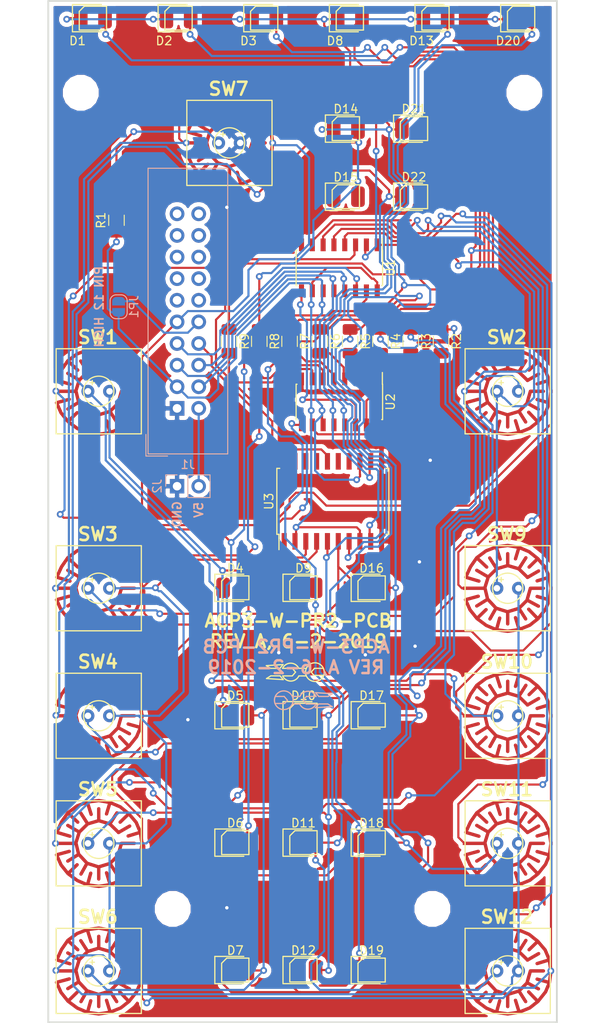
<source format=kicad_pcb>
(kicad_pcb (version 20171130) (host pcbnew "(5.0.0)")

  (general
    (thickness 1.6)
    (drawings 9)
    (tracks 1195)
    (zones 0)
    (modules 54)
    (nets 59)
  )

  (page A4)
  (layers
    (0 F.Cu signal)
    (31 B.Cu signal)
    (32 B.Adhes user)
    (33 F.Adhes user)
    (34 B.Paste user)
    (35 F.Paste user)
    (36 B.SilkS user)
    (37 F.SilkS user)
    (38 B.Mask user)
    (39 F.Mask user)
    (40 Dwgs.User user)
    (41 Cmts.User user)
    (42 Eco1.User user)
    (43 Eco2.User user)
    (44 Edge.Cuts user)
    (45 Margin user)
    (46 B.CrtYd user)
    (47 F.CrtYd user)
    (48 B.Fab user)
    (49 F.Fab user)
  )

  (setup
    (last_trace_width 0.25)
    (trace_clearance 0.2)
    (zone_clearance 0.508)
    (zone_45_only no)
    (trace_min 0.2)
    (segment_width 0.2)
    (edge_width 0.1)
    (via_size 0.8)
    (via_drill 0.4)
    (via_min_size 0.4)
    (via_min_drill 0.3)
    (uvia_size 0.3)
    (uvia_drill 0.1)
    (uvias_allowed no)
    (uvia_min_size 0.2)
    (uvia_min_drill 0.1)
    (pcb_text_width 0.3)
    (pcb_text_size 1.5 1.5)
    (mod_edge_width 0.15)
    (mod_text_size 1 1)
    (mod_text_width 0.15)
    (pad_size 1.5 1.5)
    (pad_drill 0.6)
    (pad_to_mask_clearance 0.0508)
    (aux_axis_origin 0 0)
    (visible_elements 7FFFFFFF)
    (pcbplotparams
      (layerselection 0x010fc_ffffffff)
      (usegerberextensions false)
      (usegerberattributes false)
      (usegerberadvancedattributes false)
      (creategerberjobfile false)
      (excludeedgelayer true)
      (linewidth 0.254000)
      (plotframeref false)
      (viasonmask false)
      (mode 1)
      (useauxorigin false)
      (hpglpennumber 1)
      (hpglpenspeed 20)
      (hpglpendiameter 15.000000)
      (psnegative false)
      (psa4output false)
      (plotreference true)
      (plotvalue true)
      (plotinvisibletext false)
      (padsonsilk false)
      (subtractmaskfromsilk false)
      (outputformat 1)
      (mirror false)
      (drillshape 1)
      (scaleselection 1)
      (outputdirectory ""))
  )

  (net 0 "")
  (net 1 D3)
  (net 2 LA)
  (net 3 LB)
  (net 4 LC)
  (net 5 LD)
  (net 6 D2)
  (net 7 D1)
  (net 8 LE)
  (net 9 LG)
  (net 10 LF)
  (net 11 LH)
  (net 12 GND)
  (net 13 5V)
  (net 14 VCC)
  (net 15 SRCLK)
  (net 16 RCLK)
  (net 17 OE)
  (net 18 SER)
  (net 19 10)
  (net 20 11)
  (net 21 "Net-(J1-Pad10)")
  (net 22 14)
  (net 23 15)
  (net 24 16)
  (net 25 17)
  (net 26 18)
  (net 27 19)
  (net 28 20)
  (net 29 21)
  (net 30 22)
  (net 31 23)
  (net 32 "Net-(R2-Pad2)")
  (net 33 "Net-(R3-Pad2)")
  (net 34 "Net-(R4-Pad2)")
  (net 35 "Net-(R5-Pad2)")
  (net 36 "Net-(R6-Pad2)")
  (net 37 "Net-(R7-Pad2)")
  (net 38 "Net-(R8-Pad2)")
  (net 39 "Net-(R9-Pad2)")
  (net 40 BA)
  (net 41 BB)
  (net 42 BD)
  (net 43 D0)
  (net 44 BC)
  (net 45 D6)
  (net 46 BH)
  (net 47 BG)
  (net 48 BF)
  (net 49 BE)
  (net 50 "Net-(U1-Pad9)")
  (net 51 "Net-(U2-Pad9)")
  (net 52 "Net-(U3-Pad1)")
  (net 53 D4)
  (net 54 D5)
  (net 55 D7)
  (net 56 "Net-(U3-Pad18)")
  (net 57 "Net-(U3-Pad20)")
  (net 58 "Net-(R1-Pad2)")

  (net_class Default "This is the default net class."
    (clearance 0.2)
    (trace_width 0.25)
    (via_dia 0.8)
    (via_drill 0.4)
    (uvia_dia 0.3)
    (uvia_drill 0.1)
    (add_net 10)
    (add_net 11)
    (add_net 14)
    (add_net 15)
    (add_net 16)
    (add_net 17)
    (add_net 18)
    (add_net 19)
    (add_net 20)
    (add_net 21)
    (add_net 22)
    (add_net 23)
    (add_net 5V)
    (add_net BA)
    (add_net BB)
    (add_net BC)
    (add_net BD)
    (add_net BE)
    (add_net BF)
    (add_net BG)
    (add_net BH)
    (add_net D0)
    (add_net D1)
    (add_net D2)
    (add_net D3)
    (add_net D4)
    (add_net D5)
    (add_net D6)
    (add_net D7)
    (add_net GND)
    (add_net LA)
    (add_net LB)
    (add_net LC)
    (add_net LD)
    (add_net LE)
    (add_net LF)
    (add_net LG)
    (add_net LH)
    (add_net "Net-(J1-Pad10)")
    (add_net "Net-(R1-Pad2)")
    (add_net "Net-(R2-Pad2)")
    (add_net "Net-(R3-Pad2)")
    (add_net "Net-(R4-Pad2)")
    (add_net "Net-(R5-Pad2)")
    (add_net "Net-(R6-Pad2)")
    (add_net "Net-(R7-Pad2)")
    (add_net "Net-(R8-Pad2)")
    (add_net "Net-(R9-Pad2)")
    (add_net "Net-(U1-Pad9)")
    (add_net "Net-(U2-Pad9)")
    (add_net "Net-(U3-Pad1)")
    (add_net "Net-(U3-Pad18)")
    (add_net "Net-(U3-Pad20)")
    (add_net OE)
    (add_net RCLK)
    (add_net SER)
    (add_net SRCLK)
    (add_net VCC)
  )

  (module AOR_custom:AOR_LOGO (layer F.Cu) (tedit 5C26ADAA) (tstamp 5CF4A654)
    (at 133.858 125.222)
    (fp_text reference G*** (at 0 0) (layer F.SilkS) hide
      (effects (font (size 1.524 1.524) (thickness 0.3)))
    )
    (fp_text value AOR_LOGO (at 0.75 0) (layer F.SilkS) hide
      (effects (font (size 1.524 1.524) (thickness 0.3)))
    )
    (fp_circle (center 2.205821 0) (end 3.285321 0.1905) (layer F.SilkS) (width 0.15))
    (fp_arc (start -0.622642 0) (end -1.575141 0.444499) (angle -128.4180553) (layer F.SilkS) (width 0.15))
    (fp_arc (start -0.635 0) (end -1.587499 -0.444499) (angle 128.4180553) (layer F.SilkS) (width 0.15))
    (fp_line (start -1.5875 -0.4445) (end -0.4445 -0.4445) (layer F.SilkS) (width 0.15))
    (fp_line (start -0.4445 -0.4445) (end -0.0635 0) (layer F.SilkS) (width 0.15))
    (fp_line (start -0.0635 0) (end -0.4445 0.4445) (layer F.SilkS) (width 0.15))
    (fp_line (start -0.4445 0.4445) (end -1.5875 0.4445) (layer F.SilkS) (width 0.15))
    (fp_line (start 0.3175 -0.4445) (end 1.2065 -0.4445) (layer F.SilkS) (width 0.15))
    (fp_line (start 0.3175 0.4445) (end 1.2065 0.4445) (layer F.SilkS) (width 0.15))
    (fp_line (start 1.778 0) (end 2.159 -0.4445) (layer F.SilkS) (width 0.15))
    (fp_line (start 2.159 -0.4445) (end 3.175 -0.4445) (layer F.SilkS) (width 0.15))
    (fp_line (start 1.778 0) (end 2.0955 0.381) (layer F.SilkS) (width 0.15))
    (fp_line (start 2.0955 0.381) (end 3.2385 0.381) (layer F.SilkS) (width 0.15))
    (fp_line (start -1.905 -0.4445) (end -2.9845 -0.4445) (layer F.SilkS) (width 0.15))
    (fp_line (start -2.9845 -0.4445) (end -3.4925 -0.762) (layer F.SilkS) (width 0.15))
    (fp_line (start -3.4925 -0.762) (end -1.524 -0.889) (layer F.SilkS) (width 0.15))
    (fp_line (start -1.524 -0.889) (end -1.905 -0.4445) (layer F.SilkS) (width 0.15))
    (fp_line (start -1.505128 0.88103) (end -1.886128 0.43653) (layer F.SilkS) (width 0.15))
    (fp_line (start -1.886128 0.43653) (end -2.965628 0.43653) (layer F.SilkS) (width 0.15))
    (fp_line (start -3.473628 0.75403) (end -1.505128 0.88103) (layer F.SilkS) (width 0.15))
    (fp_line (start -2.965628 0.43653) (end -3.473628 0.75403) (layer F.SilkS) (width 0.15))
  )

  (module "AOR_custom:WL-SMTW SMD LED" (layer F.Cu) (tedit 5C2849BC) (tstamp 5CF1F495)
    (at 147.701 69.3674)
    (path /5CEFF52F)
    (fp_text reference D22 (at 0 -2.3) (layer F.SilkS)
      (effects (font (size 1 1) (thickness 0.15)))
    )
    (fp_text value LED (at 0.1 2.5) (layer F.Fab)
      (effects (font (size 1 1) (thickness 0.15)))
    )
    (fp_line (start -2.4 1.6) (end 1 1.6) (layer F.SilkS) (width 0.15))
    (fp_line (start -2.4 -1.6) (end -2.4 1.6) (layer F.SilkS) (width 0.15))
    (fp_line (start 1 -1.6) (end -2.4 -1.6) (layer F.SilkS) (width 0.15))
    (fp_line (start -1.6 1.4) (end -1.6 -0.8) (layer F.SilkS) (width 0.15))
    (fp_line (start -1 -1.4) (end 1.6 -1.4) (layer F.SilkS) (width 0.15))
    (fp_line (start -1.6 -0.8) (end -1 -1.4) (layer F.SilkS) (width 0.15))
    (fp_line (start 1.6 1.4) (end 1.6 -1.4) (layer F.SilkS) (width 0.15))
    (fp_line (start -1.6 1.4) (end 1.6 1.4) (layer F.SilkS) (width 0.15))
    (pad 2 smd roundrect (at 1.425 0) (size 1.6 2.4) (layers F.Cu F.Paste F.Mask) (roundrect_rratio 0.25)
      (net 11 LH))
    (pad 1 smd roundrect (at -1.425 0) (size 1.6 2.4) (layers F.Cu F.Paste F.Mask) (roundrect_rratio 0.25)
      (net 7 D1))
  )

  (module MountingHole:MountingHole_3.2mm_M3 (layer F.Cu) (tedit 5CF1EB29) (tstamp 5CF30E23)
    (at 108.585 57.15)
    (descr "Mounting Hole 3.2mm, no annular, M3")
    (tags "mounting hole 3.2mm no annular m3")
    (attr virtual)
    (fp_text reference "" (at 0 -4.2) (layer F.SilkS)
      (effects (font (size 1 1) (thickness 0.15)))
    )
    (fp_text value MountingHole_3.2mm_M3 (at 0 4.2) (layer F.Fab)
      (effects (font (size 1 1) (thickness 0.15)))
    )
    (fp_text user %R (at 0.3 0) (layer F.Fab)
      (effects (font (size 1 1) (thickness 0.15)))
    )
    (fp_circle (center 0 0) (end 3.2 0) (layer Cmts.User) (width 0.15))
    (fp_circle (center 0 0) (end 3.45 0) (layer F.CrtYd) (width 0.05))
    (pad 1 np_thru_hole circle (at 0 0) (size 3.2 3.2) (drill 3.2) (layers *.Cu *.Mask))
  )

  (module MountingHole:MountingHole_3.2mm_M3 (layer F.Cu) (tedit 5CF1EB29) (tstamp 5CF30E15)
    (at 160.655 57.15)
    (descr "Mounting Hole 3.2mm, no annular, M3")
    (tags "mounting hole 3.2mm no annular m3")
    (attr virtual)
    (fp_text reference "" (at 0 -4.2) (layer F.SilkS)
      (effects (font (size 1 1) (thickness 0.15)))
    )
    (fp_text value MountingHole_3.2mm_M3 (at 0 4.2) (layer F.Fab)
      (effects (font (size 1 1) (thickness 0.15)))
    )
    (fp_circle (center 0 0) (end 3.45 0) (layer F.CrtYd) (width 0.05))
    (fp_circle (center 0 0) (end 3.2 0) (layer Cmts.User) (width 0.15))
    (fp_text user %R (at 0.3 0) (layer F.Fab)
      (effects (font (size 1 1) (thickness 0.15)))
    )
    (pad 1 np_thru_hole circle (at 0 0) (size 3.2 3.2) (drill 3.2) (layers *.Cu *.Mask))
  )

  (module MountingHole:MountingHole_3.2mm_M3 (layer F.Cu) (tedit 5CF1EB29) (tstamp 5CF30DFE)
    (at 149.86 153.035)
    (descr "Mounting Hole 3.2mm, no annular, M3")
    (tags "mounting hole 3.2mm no annular m3")
    (attr virtual)
    (fp_text reference "" (at 0 -4.2) (layer F.SilkS)
      (effects (font (size 1 1) (thickness 0.15)))
    )
    (fp_text value MountingHole_3.2mm_M3 (at 0 4.2) (layer F.Fab)
      (effects (font (size 1 1) (thickness 0.15)))
    )
    (fp_text user %R (at 0.3 0) (layer F.Fab)
      (effects (font (size 1 1) (thickness 0.15)))
    )
    (fp_circle (center 0 0) (end 3.2 0) (layer Cmts.User) (width 0.15))
    (fp_circle (center 0 0) (end 3.45 0) (layer F.CrtYd) (width 0.05))
    (pad 1 np_thru_hole circle (at 0 0) (size 3.2 3.2) (drill 3.2) (layers *.Cu *.Mask))
  )

  (module "AOR_custom:WL-SMTW SMD LED" (layer F.Cu) (tedit 5C2849BC) (tstamp 5CF1F36F)
    (at 110.0074 48.387)
    (path /5CEFBBC1)
    (fp_text reference D1 (at -1.8034 2.667) (layer F.SilkS)
      (effects (font (size 1 1) (thickness 0.15)))
    )
    (fp_text value LED (at 0.1 2.5) (layer F.Fab)
      (effects (font (size 1 1) (thickness 0.15)))
    )
    (fp_line (start -1.6 1.4) (end 1.6 1.4) (layer F.SilkS) (width 0.15))
    (fp_line (start 1.6 1.4) (end 1.6 -1.4) (layer F.SilkS) (width 0.15))
    (fp_line (start -1.6 -0.8) (end -1 -1.4) (layer F.SilkS) (width 0.15))
    (fp_line (start -1 -1.4) (end 1.6 -1.4) (layer F.SilkS) (width 0.15))
    (fp_line (start -1.6 1.4) (end -1.6 -0.8) (layer F.SilkS) (width 0.15))
    (fp_line (start 1 -1.6) (end -2.4 -1.6) (layer F.SilkS) (width 0.15))
    (fp_line (start -2.4 -1.6) (end -2.4 1.6) (layer F.SilkS) (width 0.15))
    (fp_line (start -2.4 1.6) (end 1 1.6) (layer F.SilkS) (width 0.15))
    (pad 1 smd roundrect (at -1.425 0) (size 1.6 2.4) (layers F.Cu F.Paste F.Mask) (roundrect_rratio 0.25)
      (net 1 D3))
    (pad 2 smd roundrect (at 1.425 0) (size 1.6 2.4) (layers F.Cu F.Paste F.Mask) (roundrect_rratio 0.25)
      (net 2 LA))
  )

  (module "AOR_custom:WL-SMTW SMD LED" (layer F.Cu) (tedit 5C2849BC) (tstamp 5CF1F37D)
    (at 120.06072 48.387)
    (path /5CEFBE7A)
    (fp_text reference D2 (at -1.69672 2.667) (layer F.SilkS)
      (effects (font (size 1 1) (thickness 0.15)))
    )
    (fp_text value LED (at 0.1 2.5) (layer F.Fab)
      (effects (font (size 1 1) (thickness 0.15)))
    )
    (fp_line (start -1.6 1.4) (end 1.6 1.4) (layer F.SilkS) (width 0.15))
    (fp_line (start 1.6 1.4) (end 1.6 -1.4) (layer F.SilkS) (width 0.15))
    (fp_line (start -1.6 -0.8) (end -1 -1.4) (layer F.SilkS) (width 0.15))
    (fp_line (start -1 -1.4) (end 1.6 -1.4) (layer F.SilkS) (width 0.15))
    (fp_line (start -1.6 1.4) (end -1.6 -0.8) (layer F.SilkS) (width 0.15))
    (fp_line (start 1 -1.6) (end -2.4 -1.6) (layer F.SilkS) (width 0.15))
    (fp_line (start -2.4 -1.6) (end -2.4 1.6) (layer F.SilkS) (width 0.15))
    (fp_line (start -2.4 1.6) (end 1 1.6) (layer F.SilkS) (width 0.15))
    (pad 1 smd roundrect (at -1.425 0) (size 1.6 2.4) (layers F.Cu F.Paste F.Mask) (roundrect_rratio 0.25)
      (net 1 D3))
    (pad 2 smd roundrect (at 1.425 0) (size 1.6 2.4) (layers F.Cu F.Paste F.Mask) (roundrect_rratio 0.25)
      (net 3 LB))
  )

  (module "AOR_custom:WL-SMTW SMD LED" (layer F.Cu) (tedit 5C2849BC) (tstamp 5CF1F38B)
    (at 130.11404 48.387)
    (path /5CEFC076)
    (fp_text reference D3 (at -1.84404 2.667) (layer F.SilkS)
      (effects (font (size 1 1) (thickness 0.15)))
    )
    (fp_text value LED (at 0.1 2.5) (layer F.Fab)
      (effects (font (size 1 1) (thickness 0.15)))
    )
    (fp_line (start -2.4 1.6) (end 1 1.6) (layer F.SilkS) (width 0.15))
    (fp_line (start -2.4 -1.6) (end -2.4 1.6) (layer F.SilkS) (width 0.15))
    (fp_line (start 1 -1.6) (end -2.4 -1.6) (layer F.SilkS) (width 0.15))
    (fp_line (start -1.6 1.4) (end -1.6 -0.8) (layer F.SilkS) (width 0.15))
    (fp_line (start -1 -1.4) (end 1.6 -1.4) (layer F.SilkS) (width 0.15))
    (fp_line (start -1.6 -0.8) (end -1 -1.4) (layer F.SilkS) (width 0.15))
    (fp_line (start 1.6 1.4) (end 1.6 -1.4) (layer F.SilkS) (width 0.15))
    (fp_line (start -1.6 1.4) (end 1.6 1.4) (layer F.SilkS) (width 0.15))
    (pad 2 smd roundrect (at 1.425 0) (size 1.6 2.4) (layers F.Cu F.Paste F.Mask) (roundrect_rratio 0.25)
      (net 4 LC))
    (pad 1 smd roundrect (at -1.425 0) (size 1.6 2.4) (layers F.Cu F.Paste F.Mask) (roundrect_rratio 0.25)
      (net 1 D3))
  )

  (module "AOR_custom:WL-SMTW SMD LED" (layer F.Cu) (tedit 5C2849BC) (tstamp 5CF1F399)
    (at 126.7206 115.316)
    (path /5CF04617)
    (fp_text reference D4 (at 0 -2.3) (layer F.SilkS)
      (effects (font (size 1 1) (thickness 0.15)))
    )
    (fp_text value LED (at 0.1 2.5) (layer F.Fab)
      (effects (font (size 1 1) (thickness 0.15)))
    )
    (fp_line (start -2.4 1.6) (end 1 1.6) (layer F.SilkS) (width 0.15))
    (fp_line (start -2.4 -1.6) (end -2.4 1.6) (layer F.SilkS) (width 0.15))
    (fp_line (start 1 -1.6) (end -2.4 -1.6) (layer F.SilkS) (width 0.15))
    (fp_line (start -1.6 1.4) (end -1.6 -0.8) (layer F.SilkS) (width 0.15))
    (fp_line (start -1 -1.4) (end 1.6 -1.4) (layer F.SilkS) (width 0.15))
    (fp_line (start -1.6 -0.8) (end -1 -1.4) (layer F.SilkS) (width 0.15))
    (fp_line (start 1.6 1.4) (end 1.6 -1.4) (layer F.SilkS) (width 0.15))
    (fp_line (start -1.6 1.4) (end 1.6 1.4) (layer F.SilkS) (width 0.15))
    (pad 2 smd roundrect (at 1.425 0) (size 1.6 2.4) (layers F.Cu F.Paste F.Mask) (roundrect_rratio 0.25)
      (net 5 LD))
    (pad 1 smd roundrect (at -1.425 0) (size 1.6 2.4) (layers F.Cu F.Paste F.Mask) (roundrect_rratio 0.25)
      (net 6 D2))
  )

  (module "AOR_custom:WL-SMTW SMD LED" (layer F.Cu) (tedit 5C2849BC) (tstamp 5CF1F3A7)
    (at 126.7206 130.285066)
    (path /5CF045F8)
    (fp_text reference D5 (at 0 -2.3) (layer F.SilkS)
      (effects (font (size 1 1) (thickness 0.15)))
    )
    (fp_text value LED (at 0.1 2.5) (layer F.Fab)
      (effects (font (size 1 1) (thickness 0.15)))
    )
    (fp_line (start -1.6 1.4) (end 1.6 1.4) (layer F.SilkS) (width 0.15))
    (fp_line (start 1.6 1.4) (end 1.6 -1.4) (layer F.SilkS) (width 0.15))
    (fp_line (start -1.6 -0.8) (end -1 -1.4) (layer F.SilkS) (width 0.15))
    (fp_line (start -1 -1.4) (end 1.6 -1.4) (layer F.SilkS) (width 0.15))
    (fp_line (start -1.6 1.4) (end -1.6 -0.8) (layer F.SilkS) (width 0.15))
    (fp_line (start 1 -1.6) (end -2.4 -1.6) (layer F.SilkS) (width 0.15))
    (fp_line (start -2.4 -1.6) (end -2.4 1.6) (layer F.SilkS) (width 0.15))
    (fp_line (start -2.4 1.6) (end 1 1.6) (layer F.SilkS) (width 0.15))
    (pad 1 smd roundrect (at -1.425 0) (size 1.6 2.4) (layers F.Cu F.Paste F.Mask) (roundrect_rratio 0.25)
      (net 6 D2))
    (pad 2 smd roundrect (at 1.425 0) (size 1.6 2.4) (layers F.Cu F.Paste F.Mask) (roundrect_rratio 0.25)
      (net 2 LA))
  )

  (module "AOR_custom:WL-SMTW SMD LED" (layer F.Cu) (tedit 5C2849BC) (tstamp 5CF1F3B5)
    (at 126.7206 145.254132)
    (path /5CF03863)
    (fp_text reference D6 (at 0 -2.3) (layer F.SilkS)
      (effects (font (size 1 1) (thickness 0.15)))
    )
    (fp_text value LED (at 0.1 2.5) (layer F.Fab)
      (effects (font (size 1 1) (thickness 0.15)))
    )
    (fp_line (start -2.4 1.6) (end 1 1.6) (layer F.SilkS) (width 0.15))
    (fp_line (start -2.4 -1.6) (end -2.4 1.6) (layer F.SilkS) (width 0.15))
    (fp_line (start 1 -1.6) (end -2.4 -1.6) (layer F.SilkS) (width 0.15))
    (fp_line (start -1.6 1.4) (end -1.6 -0.8) (layer F.SilkS) (width 0.15))
    (fp_line (start -1 -1.4) (end 1.6 -1.4) (layer F.SilkS) (width 0.15))
    (fp_line (start -1.6 -0.8) (end -1 -1.4) (layer F.SilkS) (width 0.15))
    (fp_line (start 1.6 1.4) (end 1.6 -1.4) (layer F.SilkS) (width 0.15))
    (fp_line (start -1.6 1.4) (end 1.6 1.4) (layer F.SilkS) (width 0.15))
    (pad 2 smd roundrect (at 1.425 0) (size 1.6 2.4) (layers F.Cu F.Paste F.Mask) (roundrect_rratio 0.25)
      (net 5 LD))
    (pad 1 smd roundrect (at -1.425 0) (size 1.6 2.4) (layers F.Cu F.Paste F.Mask) (roundrect_rratio 0.25)
      (net 7 D1))
  )

  (module "AOR_custom:WL-SMTW SMD LED" (layer F.Cu) (tedit 5C2849BC) (tstamp 5CF1F3C3)
    (at 126.7206 160.2232)
    (path /5CF01DF2)
    (fp_text reference D7 (at 0 -2.3) (layer F.SilkS)
      (effects (font (size 1 1) (thickness 0.15)))
    )
    (fp_text value LED (at 0.1 2.5) (layer F.Fab)
      (effects (font (size 1 1) (thickness 0.15)))
    )
    (fp_line (start -2.4 1.6) (end 1 1.6) (layer F.SilkS) (width 0.15))
    (fp_line (start -2.4 -1.6) (end -2.4 1.6) (layer F.SilkS) (width 0.15))
    (fp_line (start 1 -1.6) (end -2.4 -1.6) (layer F.SilkS) (width 0.15))
    (fp_line (start -1.6 1.4) (end -1.6 -0.8) (layer F.SilkS) (width 0.15))
    (fp_line (start -1 -1.4) (end 1.6 -1.4) (layer F.SilkS) (width 0.15))
    (fp_line (start -1.6 -0.8) (end -1 -1.4) (layer F.SilkS) (width 0.15))
    (fp_line (start 1.6 1.4) (end 1.6 -1.4) (layer F.SilkS) (width 0.15))
    (fp_line (start -1.6 1.4) (end 1.6 1.4) (layer F.SilkS) (width 0.15))
    (pad 2 smd roundrect (at 1.425 0) (size 1.6 2.4) (layers F.Cu F.Paste F.Mask) (roundrect_rratio 0.25)
      (net 2 LA))
    (pad 1 smd roundrect (at -1.425 0) (size 1.6 2.4) (layers F.Cu F.Paste F.Mask) (roundrect_rratio 0.25)
      (net 7 D1))
  )

  (module "AOR_custom:WL-SMTW SMD LED" (layer F.Cu) (tedit 5C2849BC) (tstamp 5CF1F3D1)
    (at 140.16736 48.387)
    (path /5CEFC0CC)
    (fp_text reference D8 (at -1.73736 2.667) (layer F.SilkS)
      (effects (font (size 1 1) (thickness 0.15)))
    )
    (fp_text value LED (at 0.1 2.5) (layer F.Fab)
      (effects (font (size 1 1) (thickness 0.15)))
    )
    (fp_line (start -1.6 1.4) (end 1.6 1.4) (layer F.SilkS) (width 0.15))
    (fp_line (start 1.6 1.4) (end 1.6 -1.4) (layer F.SilkS) (width 0.15))
    (fp_line (start -1.6 -0.8) (end -1 -1.4) (layer F.SilkS) (width 0.15))
    (fp_line (start -1 -1.4) (end 1.6 -1.4) (layer F.SilkS) (width 0.15))
    (fp_line (start -1.6 1.4) (end -1.6 -0.8) (layer F.SilkS) (width 0.15))
    (fp_line (start 1 -1.6) (end -2.4 -1.6) (layer F.SilkS) (width 0.15))
    (fp_line (start -2.4 -1.6) (end -2.4 1.6) (layer F.SilkS) (width 0.15))
    (fp_line (start -2.4 1.6) (end 1 1.6) (layer F.SilkS) (width 0.15))
    (pad 1 smd roundrect (at -1.425 0) (size 1.6 2.4) (layers F.Cu F.Paste F.Mask) (roundrect_rratio 0.25)
      (net 1 D3))
    (pad 2 smd roundrect (at 1.425 0) (size 1.6 2.4) (layers F.Cu F.Paste F.Mask) (roundrect_rratio 0.25)
      (net 5 LD))
  )

  (module "AOR_custom:WL-SMTW SMD LED" (layer F.Cu) (tedit 5C2849BC) (tstamp 5CF1F3DF)
    (at 134.7229 115.316)
    (path /5CF0461E)
    (fp_text reference D9 (at 0 -2.3) (layer F.SilkS)
      (effects (font (size 1 1) (thickness 0.15)))
    )
    (fp_text value LED (at 0.1 2.5) (layer F.Fab)
      (effects (font (size 1 1) (thickness 0.15)))
    )
    (fp_line (start -1.6 1.4) (end 1.6 1.4) (layer F.SilkS) (width 0.15))
    (fp_line (start 1.6 1.4) (end 1.6 -1.4) (layer F.SilkS) (width 0.15))
    (fp_line (start -1.6 -0.8) (end -1 -1.4) (layer F.SilkS) (width 0.15))
    (fp_line (start -1 -1.4) (end 1.6 -1.4) (layer F.SilkS) (width 0.15))
    (fp_line (start -1.6 1.4) (end -1.6 -0.8) (layer F.SilkS) (width 0.15))
    (fp_line (start 1 -1.6) (end -2.4 -1.6) (layer F.SilkS) (width 0.15))
    (fp_line (start -2.4 -1.6) (end -2.4 1.6) (layer F.SilkS) (width 0.15))
    (fp_line (start -2.4 1.6) (end 1 1.6) (layer F.SilkS) (width 0.15))
    (pad 1 smd roundrect (at -1.425 0) (size 1.6 2.4) (layers F.Cu F.Paste F.Mask) (roundrect_rratio 0.25)
      (net 6 D2))
    (pad 2 smd roundrect (at 1.425 0) (size 1.6 2.4) (layers F.Cu F.Paste F.Mask) (roundrect_rratio 0.25)
      (net 8 LE))
  )

  (module "AOR_custom:WL-SMTW SMD LED" (layer F.Cu) (tedit 5C2849BC) (tstamp 5CF1F3ED)
    (at 134.7229 130.285066)
    (path /5CF045FF)
    (fp_text reference D10 (at 0 -2.3) (layer F.SilkS)
      (effects (font (size 1 1) (thickness 0.15)))
    )
    (fp_text value LED (at 0.1 2.5) (layer F.Fab)
      (effects (font (size 1 1) (thickness 0.15)))
    )
    (fp_line (start -2.4 1.6) (end 1 1.6) (layer F.SilkS) (width 0.15))
    (fp_line (start -2.4 -1.6) (end -2.4 1.6) (layer F.SilkS) (width 0.15))
    (fp_line (start 1 -1.6) (end -2.4 -1.6) (layer F.SilkS) (width 0.15))
    (fp_line (start -1.6 1.4) (end -1.6 -0.8) (layer F.SilkS) (width 0.15))
    (fp_line (start -1 -1.4) (end 1.6 -1.4) (layer F.SilkS) (width 0.15))
    (fp_line (start -1.6 -0.8) (end -1 -1.4) (layer F.SilkS) (width 0.15))
    (fp_line (start 1.6 1.4) (end 1.6 -1.4) (layer F.SilkS) (width 0.15))
    (fp_line (start -1.6 1.4) (end 1.6 1.4) (layer F.SilkS) (width 0.15))
    (pad 2 smd roundrect (at 1.425 0) (size 1.6 2.4) (layers F.Cu F.Paste F.Mask) (roundrect_rratio 0.25)
      (net 3 LB))
    (pad 1 smd roundrect (at -1.425 0) (size 1.6 2.4) (layers F.Cu F.Paste F.Mask) (roundrect_rratio 0.25)
      (net 6 D2))
  )

  (module "AOR_custom:WL-SMTW SMD LED" (layer F.Cu) (tedit 5C2849BC) (tstamp 5CF1F3FB)
    (at 134.7229 145.254132)
    (path /5CF0386A)
    (fp_text reference D11 (at 0 -2.3) (layer F.SilkS)
      (effects (font (size 1 1) (thickness 0.15)))
    )
    (fp_text value LED (at 0.1 2.5) (layer F.Fab)
      (effects (font (size 1 1) (thickness 0.15)))
    )
    (fp_line (start -1.6 1.4) (end 1.6 1.4) (layer F.SilkS) (width 0.15))
    (fp_line (start 1.6 1.4) (end 1.6 -1.4) (layer F.SilkS) (width 0.15))
    (fp_line (start -1.6 -0.8) (end -1 -1.4) (layer F.SilkS) (width 0.15))
    (fp_line (start -1 -1.4) (end 1.6 -1.4) (layer F.SilkS) (width 0.15))
    (fp_line (start -1.6 1.4) (end -1.6 -0.8) (layer F.SilkS) (width 0.15))
    (fp_line (start 1 -1.6) (end -2.4 -1.6) (layer F.SilkS) (width 0.15))
    (fp_line (start -2.4 -1.6) (end -2.4 1.6) (layer F.SilkS) (width 0.15))
    (fp_line (start -2.4 1.6) (end 1 1.6) (layer F.SilkS) (width 0.15))
    (pad 1 smd roundrect (at -1.425 0) (size 1.6 2.4) (layers F.Cu F.Paste F.Mask) (roundrect_rratio 0.25)
      (net 7 D1))
    (pad 2 smd roundrect (at 1.425 0) (size 1.6 2.4) (layers F.Cu F.Paste F.Mask) (roundrect_rratio 0.25)
      (net 8 LE))
  )

  (module "AOR_custom:WL-SMTW SMD LED" (layer F.Cu) (tedit 5C2849BC) (tstamp 5CF1F409)
    (at 134.7229 160.2232)
    (path /5CF01DF9)
    (fp_text reference D12 (at 0 -2.3) (layer F.SilkS)
      (effects (font (size 1 1) (thickness 0.15)))
    )
    (fp_text value LED (at 0.1 2.5) (layer F.Fab)
      (effects (font (size 1 1) (thickness 0.15)))
    )
    (fp_line (start -1.6 1.4) (end 1.6 1.4) (layer F.SilkS) (width 0.15))
    (fp_line (start 1.6 1.4) (end 1.6 -1.4) (layer F.SilkS) (width 0.15))
    (fp_line (start -1.6 -0.8) (end -1 -1.4) (layer F.SilkS) (width 0.15))
    (fp_line (start -1 -1.4) (end 1.6 -1.4) (layer F.SilkS) (width 0.15))
    (fp_line (start -1.6 1.4) (end -1.6 -0.8) (layer F.SilkS) (width 0.15))
    (fp_line (start 1 -1.6) (end -2.4 -1.6) (layer F.SilkS) (width 0.15))
    (fp_line (start -2.4 -1.6) (end -2.4 1.6) (layer F.SilkS) (width 0.15))
    (fp_line (start -2.4 1.6) (end 1 1.6) (layer F.SilkS) (width 0.15))
    (pad 1 smd roundrect (at -1.425 0) (size 1.6 2.4) (layers F.Cu F.Paste F.Mask) (roundrect_rratio 0.25)
      (net 7 D1))
    (pad 2 smd roundrect (at 1.425 0) (size 1.6 2.4) (layers F.Cu F.Paste F.Mask) (roundrect_rratio 0.25)
      (net 3 LB))
  )

  (module "AOR_custom:WL-SMTW SMD LED" (layer F.Cu) (tedit 5C2849BC) (tstamp 5CF1F417)
    (at 150.22068 48.387)
    (path /5CEFC126)
    (fp_text reference D13 (at -1.63068 2.667) (layer F.SilkS)
      (effects (font (size 1 1) (thickness 0.15)))
    )
    (fp_text value LED (at 0.1 2.5) (layer F.Fab)
      (effects (font (size 1 1) (thickness 0.15)))
    )
    (fp_line (start -2.4 1.6) (end 1 1.6) (layer F.SilkS) (width 0.15))
    (fp_line (start -2.4 -1.6) (end -2.4 1.6) (layer F.SilkS) (width 0.15))
    (fp_line (start 1 -1.6) (end -2.4 -1.6) (layer F.SilkS) (width 0.15))
    (fp_line (start -1.6 1.4) (end -1.6 -0.8) (layer F.SilkS) (width 0.15))
    (fp_line (start -1 -1.4) (end 1.6 -1.4) (layer F.SilkS) (width 0.15))
    (fp_line (start -1.6 -0.8) (end -1 -1.4) (layer F.SilkS) (width 0.15))
    (fp_line (start 1.6 1.4) (end 1.6 -1.4) (layer F.SilkS) (width 0.15))
    (fp_line (start -1.6 1.4) (end 1.6 1.4) (layer F.SilkS) (width 0.15))
    (pad 2 smd roundrect (at 1.425 0) (size 1.6 2.4) (layers F.Cu F.Paste F.Mask) (roundrect_rratio 0.25)
      (net 8 LE))
    (pad 1 smd roundrect (at -1.425 0) (size 1.6 2.4) (layers F.Cu F.Paste F.Mask) (roundrect_rratio 0.25)
      (net 1 D3))
  )

  (module "AOR_custom:WL-SMTW SMD LED" (layer F.Cu) (tedit 5C2849BC) (tstamp 5CF1F425)
    (at 139.7 61.3664)
    (path /5CEFE1C8)
    (fp_text reference D14 (at 0 -2.3) (layer F.SilkS)
      (effects (font (size 1 1) (thickness 0.15)))
    )
    (fp_text value LED (at 0.1 2.5) (layer F.Fab)
      (effects (font (size 1 1) (thickness 0.15)))
    )
    (fp_line (start -1.6 1.4) (end 1.6 1.4) (layer F.SilkS) (width 0.15))
    (fp_line (start 1.6 1.4) (end 1.6 -1.4) (layer F.SilkS) (width 0.15))
    (fp_line (start -1.6 -0.8) (end -1 -1.4) (layer F.SilkS) (width 0.15))
    (fp_line (start -1 -1.4) (end 1.6 -1.4) (layer F.SilkS) (width 0.15))
    (fp_line (start -1.6 1.4) (end -1.6 -0.8) (layer F.SilkS) (width 0.15))
    (fp_line (start 1 -1.6) (end -2.4 -1.6) (layer F.SilkS) (width 0.15))
    (fp_line (start -2.4 -1.6) (end -2.4 1.6) (layer F.SilkS) (width 0.15))
    (fp_line (start -2.4 1.6) (end 1 1.6) (layer F.SilkS) (width 0.15))
    (pad 1 smd roundrect (at -1.425 0) (size 1.6 2.4) (layers F.Cu F.Paste F.Mask) (roundrect_rratio 0.25)
      (net 1 D3))
    (pad 2 smd roundrect (at 1.425 0) (size 1.6 2.4) (layers F.Cu F.Paste F.Mask) (roundrect_rratio 0.25)
      (net 9 LG))
  )

  (module "AOR_custom:WL-SMTW SMD LED" (layer F.Cu) (tedit 5C2849BC) (tstamp 5CF1F433)
    (at 139.7 69.3674)
    (path /5CEFF536)
    (fp_text reference D15 (at 0 -2.3) (layer F.SilkS)
      (effects (font (size 1 1) (thickness 0.15)))
    )
    (fp_text value LED (at 0.1 2.5) (layer F.Fab)
      (effects (font (size 1 1) (thickness 0.15)))
    )
    (fp_line (start -1.6 1.4) (end 1.6 1.4) (layer F.SilkS) (width 0.15))
    (fp_line (start 1.6 1.4) (end 1.6 -1.4) (layer F.SilkS) (width 0.15))
    (fp_line (start -1.6 -0.8) (end -1 -1.4) (layer F.SilkS) (width 0.15))
    (fp_line (start -1 -1.4) (end 1.6 -1.4) (layer F.SilkS) (width 0.15))
    (fp_line (start -1.6 1.4) (end -1.6 -0.8) (layer F.SilkS) (width 0.15))
    (fp_line (start 1 -1.6) (end -2.4 -1.6) (layer F.SilkS) (width 0.15))
    (fp_line (start -2.4 -1.6) (end -2.4 1.6) (layer F.SilkS) (width 0.15))
    (fp_line (start -2.4 1.6) (end 1 1.6) (layer F.SilkS) (width 0.15))
    (pad 1 smd roundrect (at -1.425 0) (size 1.6 2.4) (layers F.Cu F.Paste F.Mask) (roundrect_rratio 0.25)
      (net 7 D1))
    (pad 2 smd roundrect (at 1.425 0) (size 1.6 2.4) (layers F.Cu F.Paste F.Mask) (roundrect_rratio 0.25)
      (net 9 LG))
  )

  (module "AOR_custom:WL-SMTW SMD LED" (layer F.Cu) (tedit 5C2849BC) (tstamp 5CF1F441)
    (at 142.7252 115.316)
    (path /5CF04625)
    (fp_text reference D16 (at 0 -2.3) (layer F.SilkS)
      (effects (font (size 1 1) (thickness 0.15)))
    )
    (fp_text value LED (at 0.1 2.5) (layer F.Fab)
      (effects (font (size 1 1) (thickness 0.15)))
    )
    (fp_line (start -2.4 1.6) (end 1 1.6) (layer F.SilkS) (width 0.15))
    (fp_line (start -2.4 -1.6) (end -2.4 1.6) (layer F.SilkS) (width 0.15))
    (fp_line (start 1 -1.6) (end -2.4 -1.6) (layer F.SilkS) (width 0.15))
    (fp_line (start -1.6 1.4) (end -1.6 -0.8) (layer F.SilkS) (width 0.15))
    (fp_line (start -1 -1.4) (end 1.6 -1.4) (layer F.SilkS) (width 0.15))
    (fp_line (start -1.6 -0.8) (end -1 -1.4) (layer F.SilkS) (width 0.15))
    (fp_line (start 1.6 1.4) (end 1.6 -1.4) (layer F.SilkS) (width 0.15))
    (fp_line (start -1.6 1.4) (end 1.6 1.4) (layer F.SilkS) (width 0.15))
    (pad 2 smd roundrect (at 1.425 0) (size 1.6 2.4) (layers F.Cu F.Paste F.Mask) (roundrect_rratio 0.25)
      (net 10 LF))
    (pad 1 smd roundrect (at -1.425 0) (size 1.6 2.4) (layers F.Cu F.Paste F.Mask) (roundrect_rratio 0.25)
      (net 6 D2))
  )

  (module "AOR_custom:WL-SMTW SMD LED" (layer F.Cu) (tedit 5C2849BC) (tstamp 5CF1F44F)
    (at 142.7252 130.285066)
    (path /5CF04606)
    (fp_text reference D17 (at 0 -2.3) (layer F.SilkS)
      (effects (font (size 1 1) (thickness 0.15)))
    )
    (fp_text value LED (at 0.1 2.5) (layer F.Fab)
      (effects (font (size 1 1) (thickness 0.15)))
    )
    (fp_line (start -1.6 1.4) (end 1.6 1.4) (layer F.SilkS) (width 0.15))
    (fp_line (start 1.6 1.4) (end 1.6 -1.4) (layer F.SilkS) (width 0.15))
    (fp_line (start -1.6 -0.8) (end -1 -1.4) (layer F.SilkS) (width 0.15))
    (fp_line (start -1 -1.4) (end 1.6 -1.4) (layer F.SilkS) (width 0.15))
    (fp_line (start -1.6 1.4) (end -1.6 -0.8) (layer F.SilkS) (width 0.15))
    (fp_line (start 1 -1.6) (end -2.4 -1.6) (layer F.SilkS) (width 0.15))
    (fp_line (start -2.4 -1.6) (end -2.4 1.6) (layer F.SilkS) (width 0.15))
    (fp_line (start -2.4 1.6) (end 1 1.6) (layer F.SilkS) (width 0.15))
    (pad 1 smd roundrect (at -1.425 0) (size 1.6 2.4) (layers F.Cu F.Paste F.Mask) (roundrect_rratio 0.25)
      (net 6 D2))
    (pad 2 smd roundrect (at 1.425 0) (size 1.6 2.4) (layers F.Cu F.Paste F.Mask) (roundrect_rratio 0.25)
      (net 4 LC))
  )

  (module "AOR_custom:WL-SMTW SMD LED" (layer F.Cu) (tedit 5C2849BC) (tstamp 5CF1F45D)
    (at 142.7252 145.254132)
    (path /5CF03871)
    (fp_text reference D18 (at 0 -2.3) (layer F.SilkS)
      (effects (font (size 1 1) (thickness 0.15)))
    )
    (fp_text value LED (at 0.1 2.5) (layer F.Fab)
      (effects (font (size 1 1) (thickness 0.15)))
    )
    (fp_line (start -2.4 1.6) (end 1 1.6) (layer F.SilkS) (width 0.15))
    (fp_line (start -2.4 -1.6) (end -2.4 1.6) (layer F.SilkS) (width 0.15))
    (fp_line (start 1 -1.6) (end -2.4 -1.6) (layer F.SilkS) (width 0.15))
    (fp_line (start -1.6 1.4) (end -1.6 -0.8) (layer F.SilkS) (width 0.15))
    (fp_line (start -1 -1.4) (end 1.6 -1.4) (layer F.SilkS) (width 0.15))
    (fp_line (start -1.6 -0.8) (end -1 -1.4) (layer F.SilkS) (width 0.15))
    (fp_line (start 1.6 1.4) (end 1.6 -1.4) (layer F.SilkS) (width 0.15))
    (fp_line (start -1.6 1.4) (end 1.6 1.4) (layer F.SilkS) (width 0.15))
    (pad 2 smd roundrect (at 1.425 0) (size 1.6 2.4) (layers F.Cu F.Paste F.Mask) (roundrect_rratio 0.25)
      (net 10 LF))
    (pad 1 smd roundrect (at -1.425 0) (size 1.6 2.4) (layers F.Cu F.Paste F.Mask) (roundrect_rratio 0.25)
      (net 7 D1))
  )

  (module "AOR_custom:WL-SMTW SMD LED" (layer F.Cu) (tedit 5C2849BC) (tstamp 5CF1F46B)
    (at 142.7252 160.2232)
    (path /5CF01E00)
    (fp_text reference D19 (at 0 -2.3) (layer F.SilkS)
      (effects (font (size 1 1) (thickness 0.15)))
    )
    (fp_text value LED (at 0.1 2.5) (layer F.Fab)
      (effects (font (size 1 1) (thickness 0.15)))
    )
    (fp_line (start -2.4 1.6) (end 1 1.6) (layer F.SilkS) (width 0.15))
    (fp_line (start -2.4 -1.6) (end -2.4 1.6) (layer F.SilkS) (width 0.15))
    (fp_line (start 1 -1.6) (end -2.4 -1.6) (layer F.SilkS) (width 0.15))
    (fp_line (start -1.6 1.4) (end -1.6 -0.8) (layer F.SilkS) (width 0.15))
    (fp_line (start -1 -1.4) (end 1.6 -1.4) (layer F.SilkS) (width 0.15))
    (fp_line (start -1.6 -0.8) (end -1 -1.4) (layer F.SilkS) (width 0.15))
    (fp_line (start 1.6 1.4) (end 1.6 -1.4) (layer F.SilkS) (width 0.15))
    (fp_line (start -1.6 1.4) (end 1.6 1.4) (layer F.SilkS) (width 0.15))
    (pad 2 smd roundrect (at 1.425 0) (size 1.6 2.4) (layers F.Cu F.Paste F.Mask) (roundrect_rratio 0.25)
      (net 4 LC))
    (pad 1 smd roundrect (at -1.425 0) (size 1.6 2.4) (layers F.Cu F.Paste F.Mask) (roundrect_rratio 0.25)
      (net 7 D1))
  )

  (module "AOR_custom:WL-SMTW SMD LED" (layer F.Cu) (tedit 5C2849BC) (tstamp 5CF1F479)
    (at 160.274 48.387)
    (path /5CEFC2D7)
    (fp_text reference D20 (at -1.524 2.667) (layer F.SilkS)
      (effects (font (size 1 1) (thickness 0.15)))
    )
    (fp_text value LED (at 0.1 2.5) (layer F.Fab)
      (effects (font (size 1 1) (thickness 0.15)))
    )
    (fp_line (start -1.6 1.4) (end 1.6 1.4) (layer F.SilkS) (width 0.15))
    (fp_line (start 1.6 1.4) (end 1.6 -1.4) (layer F.SilkS) (width 0.15))
    (fp_line (start -1.6 -0.8) (end -1 -1.4) (layer F.SilkS) (width 0.15))
    (fp_line (start -1 -1.4) (end 1.6 -1.4) (layer F.SilkS) (width 0.15))
    (fp_line (start -1.6 1.4) (end -1.6 -0.8) (layer F.SilkS) (width 0.15))
    (fp_line (start 1 -1.6) (end -2.4 -1.6) (layer F.SilkS) (width 0.15))
    (fp_line (start -2.4 -1.6) (end -2.4 1.6) (layer F.SilkS) (width 0.15))
    (fp_line (start -2.4 1.6) (end 1 1.6) (layer F.SilkS) (width 0.15))
    (pad 1 smd roundrect (at -1.425 0) (size 1.6 2.4) (layers F.Cu F.Paste F.Mask) (roundrect_rratio 0.25)
      (net 1 D3))
    (pad 2 smd roundrect (at 1.425 0) (size 1.6 2.4) (layers F.Cu F.Paste F.Mask) (roundrect_rratio 0.25)
      (net 10 LF))
  )

  (module "AOR_custom:WL-SMTW SMD LED" (layer F.Cu) (tedit 5C2849BC) (tstamp 5CF1F487)
    (at 147.701 61.3664)
    (path /5CEFE154)
    (fp_text reference D21 (at 0 -2.3) (layer F.SilkS)
      (effects (font (size 1 1) (thickness 0.15)))
    )
    (fp_text value LED (at 0.1 2.5) (layer F.Fab)
      (effects (font (size 1 1) (thickness 0.15)))
    )
    (fp_line (start -2.4 1.6) (end 1 1.6) (layer F.SilkS) (width 0.15))
    (fp_line (start -2.4 -1.6) (end -2.4 1.6) (layer F.SilkS) (width 0.15))
    (fp_line (start 1 -1.6) (end -2.4 -1.6) (layer F.SilkS) (width 0.15))
    (fp_line (start -1.6 1.4) (end -1.6 -0.8) (layer F.SilkS) (width 0.15))
    (fp_line (start -1 -1.4) (end 1.6 -1.4) (layer F.SilkS) (width 0.15))
    (fp_line (start -1.6 -0.8) (end -1 -1.4) (layer F.SilkS) (width 0.15))
    (fp_line (start 1.6 1.4) (end 1.6 -1.4) (layer F.SilkS) (width 0.15))
    (fp_line (start -1.6 1.4) (end 1.6 1.4) (layer F.SilkS) (width 0.15))
    (pad 2 smd roundrect (at 1.425 0) (size 1.6 2.4) (layers F.Cu F.Paste F.Mask) (roundrect_rratio 0.25)
      (net 11 LH))
    (pad 1 smd roundrect (at -1.425 0) (size 1.6 2.4) (layers F.Cu F.Paste F.Mask) (roundrect_rratio 0.25)
      (net 1 D3))
  )

  (module Connector_IDC:IDC-Header_2x10_P2.54mm_Vertical (layer B.Cu) (tedit 59DE0251) (tstamp 5CF202E3)
    (at 119.888 94.234)
    (descr "Through hole straight IDC box header, 2x10, 2.54mm pitch, double rows")
    (tags "Through hole IDC box header THT 2x10 2.54mm double row")
    (path /5CBBCD35)
    (fp_text reference J1 (at 1.27 6.604) (layer B.SilkS)
      (effects (font (size 1 1) (thickness 0.15)) (justify mirror))
    )
    (fp_text value Conn_01x20 (at 1.27 -29.464) (layer B.Fab)
      (effects (font (size 1 1) (thickness 0.15)) (justify mirror))
    )
    (fp_text user %R (at 1.27 -11.43) (layer B.Fab)
      (effects (font (size 1 1) (thickness 0.15)) (justify mirror))
    )
    (fp_line (start 5.695 5.1) (end 5.695 -27.96) (layer B.Fab) (width 0.1))
    (fp_line (start 5.145 4.56) (end 5.145 -27.4) (layer B.Fab) (width 0.1))
    (fp_line (start -3.155 5.1) (end -3.155 -27.96) (layer B.Fab) (width 0.1))
    (fp_line (start -2.605 4.56) (end -2.605 -9.18) (layer B.Fab) (width 0.1))
    (fp_line (start -2.605 -13.68) (end -2.605 -27.4) (layer B.Fab) (width 0.1))
    (fp_line (start -2.605 -9.18) (end -3.155 -9.18) (layer B.Fab) (width 0.1))
    (fp_line (start -2.605 -13.68) (end -3.155 -13.68) (layer B.Fab) (width 0.1))
    (fp_line (start 5.695 5.1) (end -3.155 5.1) (layer B.Fab) (width 0.1))
    (fp_line (start 5.145 4.56) (end -2.605 4.56) (layer B.Fab) (width 0.1))
    (fp_line (start 5.695 -27.96) (end -3.155 -27.96) (layer B.Fab) (width 0.1))
    (fp_line (start 5.145 -27.4) (end -2.605 -27.4) (layer B.Fab) (width 0.1))
    (fp_line (start 5.695 5.1) (end 5.145 4.56) (layer B.Fab) (width 0.1))
    (fp_line (start 5.695 -27.96) (end 5.145 -27.4) (layer B.Fab) (width 0.1))
    (fp_line (start -3.155 5.1) (end -2.605 4.56) (layer B.Fab) (width 0.1))
    (fp_line (start -3.155 -27.96) (end -2.605 -27.4) (layer B.Fab) (width 0.1))
    (fp_line (start 5.95 5.35) (end 5.95 -28.21) (layer B.CrtYd) (width 0.05))
    (fp_line (start 5.95 -28.21) (end -3.41 -28.21) (layer B.CrtYd) (width 0.05))
    (fp_line (start -3.41 -28.21) (end -3.41 5.35) (layer B.CrtYd) (width 0.05))
    (fp_line (start -3.41 5.35) (end 5.95 5.35) (layer B.CrtYd) (width 0.05))
    (fp_line (start 5.945 5.35) (end 5.945 -28.21) (layer B.SilkS) (width 0.12))
    (fp_line (start 5.945 -28.21) (end -3.405 -28.21) (layer B.SilkS) (width 0.12))
    (fp_line (start -3.405 -28.21) (end -3.405 5.35) (layer B.SilkS) (width 0.12))
    (fp_line (start -3.405 5.35) (end 5.945 5.35) (layer B.SilkS) (width 0.12))
    (fp_line (start -3.655 5.6) (end -3.655 3.06) (layer B.SilkS) (width 0.12))
    (fp_line (start -3.655 5.6) (end -1.115 5.6) (layer B.SilkS) (width 0.12))
    (pad 1 thru_hole rect (at 0 0) (size 1.7272 1.7272) (drill 1.016) (layers *.Cu *.Mask)
      (net 12 GND))
    (pad 2 thru_hole oval (at 2.54 0) (size 1.7272 1.7272) (drill 1.016) (layers *.Cu *.Mask)
      (net 13 5V))
    (pad 3 thru_hole oval (at 0 -2.54) (size 1.7272 1.7272) (drill 1.016) (layers *.Cu *.Mask)
      (net 14 VCC))
    (pad 4 thru_hole oval (at 2.54 -2.54) (size 1.7272 1.7272) (drill 1.016) (layers *.Cu *.Mask)
      (net 15 SRCLK))
    (pad 5 thru_hole oval (at 0 -5.08) (size 1.7272 1.7272) (drill 1.016) (layers *.Cu *.Mask)
      (net 16 RCLK))
    (pad 6 thru_hole oval (at 2.54 -5.08) (size 1.7272 1.7272) (drill 1.016) (layers *.Cu *.Mask)
      (net 17 OE))
    (pad 7 thru_hole oval (at 0 -7.62) (size 1.7272 1.7272) (drill 1.016) (layers *.Cu *.Mask)
      (net 18 SER))
    (pad 8 thru_hole oval (at 2.54 -7.62) (size 1.7272 1.7272) (drill 1.016) (layers *.Cu *.Mask)
      (net 19 10))
    (pad 9 thru_hole oval (at 0 -10.16) (size 1.7272 1.7272) (drill 1.016) (layers *.Cu *.Mask)
      (net 20 11))
    (pad 10 thru_hole oval (at 2.54 -10.16) (size 1.7272 1.7272) (drill 1.016) (layers *.Cu *.Mask)
      (net 21 "Net-(J1-Pad10)"))
    (pad 11 thru_hole oval (at 0 -12.7) (size 1.7272 1.7272) (drill 1.016) (layers *.Cu *.Mask)
      (net 22 14))
    (pad 12 thru_hole oval (at 2.54 -12.7) (size 1.7272 1.7272) (drill 1.016) (layers *.Cu *.Mask)
      (net 23 15))
    (pad 13 thru_hole oval (at 0 -15.24) (size 1.7272 1.7272) (drill 1.016) (layers *.Cu *.Mask)
      (net 24 16))
    (pad 14 thru_hole oval (at 2.54 -15.24) (size 1.7272 1.7272) (drill 1.016) (layers *.Cu *.Mask)
      (net 25 17))
    (pad 15 thru_hole oval (at 0 -17.78) (size 1.7272 1.7272) (drill 1.016) (layers *.Cu *.Mask)
      (net 26 18))
    (pad 16 thru_hole oval (at 2.54 -17.78) (size 1.7272 1.7272) (drill 1.016) (layers *.Cu *.Mask)
      (net 27 19))
    (pad 17 thru_hole oval (at 0 -20.32) (size 1.7272 1.7272) (drill 1.016) (layers *.Cu *.Mask)
      (net 28 20))
    (pad 18 thru_hole oval (at 2.54 -20.32) (size 1.7272 1.7272) (drill 1.016) (layers *.Cu *.Mask)
      (net 29 21))
    (pad 19 thru_hole oval (at 0 -22.86) (size 1.7272 1.7272) (drill 1.016) (layers *.Cu *.Mask)
      (net 30 22))
    (pad 20 thru_hole oval (at 2.54 -22.86) (size 1.7272 1.7272) (drill 1.016) (layers *.Cu *.Mask)
      (net 31 23))
    (model ${KISYS3DMOD}/Connector_IDC.3dshapes/IDC-Header_2x10_P2.54mm_Vertical.wrl
      (at (xyz 0 0 0))
      (scale (xyz 1 1 1))
      (rotate (xyz 0 0 0))
    )
  )

  (module Connector_PinHeader_2.54mm:PinHeader_1x02_P2.54mm_Vertical (layer B.Cu) (tedit 59FED5CC) (tstamp 5CF1F4DD)
    (at 119.888 103.378 270)
    (descr "Through hole straight pin header, 1x02, 2.54mm pitch, single row")
    (tags "Through hole pin header THT 1x02 2.54mm single row")
    (path /5CBBD41A)
    (fp_text reference J2 (at 0 2.33 270) (layer B.SilkS)
      (effects (font (size 1 1) (thickness 0.15)) (justify mirror))
    )
    (fp_text value Conn_01x02 (at 0 -4.87 270) (layer B.Fab)
      (effects (font (size 1 1) (thickness 0.15)) (justify mirror))
    )
    (fp_line (start -0.635 1.27) (end 1.27 1.27) (layer B.Fab) (width 0.1))
    (fp_line (start 1.27 1.27) (end 1.27 -3.81) (layer B.Fab) (width 0.1))
    (fp_line (start 1.27 -3.81) (end -1.27 -3.81) (layer B.Fab) (width 0.1))
    (fp_line (start -1.27 -3.81) (end -1.27 0.635) (layer B.Fab) (width 0.1))
    (fp_line (start -1.27 0.635) (end -0.635 1.27) (layer B.Fab) (width 0.1))
    (fp_line (start -1.33 -3.87) (end 1.33 -3.87) (layer B.SilkS) (width 0.12))
    (fp_line (start -1.33 -1.27) (end -1.33 -3.87) (layer B.SilkS) (width 0.12))
    (fp_line (start 1.33 -1.27) (end 1.33 -3.87) (layer B.SilkS) (width 0.12))
    (fp_line (start -1.33 -1.27) (end 1.33 -1.27) (layer B.SilkS) (width 0.12))
    (fp_line (start -1.33 0) (end -1.33 1.33) (layer B.SilkS) (width 0.12))
    (fp_line (start -1.33 1.33) (end 0 1.33) (layer B.SilkS) (width 0.12))
    (fp_line (start -1.8 1.8) (end -1.8 -4.35) (layer B.CrtYd) (width 0.05))
    (fp_line (start -1.8 -4.35) (end 1.8 -4.35) (layer B.CrtYd) (width 0.05))
    (fp_line (start 1.8 -4.35) (end 1.8 1.8) (layer B.CrtYd) (width 0.05))
    (fp_line (start 1.8 1.8) (end -1.8 1.8) (layer B.CrtYd) (width 0.05))
    (fp_text user %R (at 0 -1.27 180) (layer B.Fab)
      (effects (font (size 1 1) (thickness 0.15)) (justify mirror))
    )
    (pad 1 thru_hole rect (at 0 0 270) (size 1.7 1.7) (drill 1) (layers *.Cu *.Mask)
      (net 12 GND))
    (pad 2 thru_hole oval (at 0 -2.54 270) (size 1.7 1.7) (drill 1) (layers *.Cu *.Mask)
      (net 13 5V))
    (model ${KISYS3DMOD}/Connector_PinHeader_2.54mm.3dshapes/PinHeader_1x02_P2.54mm_Vertical.wrl
      (at (xyz 0 0 0))
      (scale (xyz 1 1 1))
      (rotate (xyz 0 0 0))
    )
  )

  (module Jumper:SolderJumper-2_P1.3mm_Open_RoundedPad1.0x1.5mm (layer B.Cu) (tedit 5B391E66) (tstamp 5CF1F4EF)
    (at 113.03 82.296 90)
    (descr "SMD Solder Jumper, 1x1.5mm, rounded Pads, 0.3mm gap, open")
    (tags "solder jumper open")
    (path /5CEF8BCC)
    (attr virtual)
    (fp_text reference JP1 (at 0 1.8 90) (layer B.SilkS)
      (effects (font (size 1 1) (thickness 0.15)) (justify mirror))
    )
    (fp_text value SolderJumper_2_Open (at 0 -1.9 90) (layer B.Fab)
      (effects (font (size 1 1) (thickness 0.15)) (justify mirror))
    )
    (fp_arc (start 0.7 0.3) (end 1.4 0.3) (angle 90) (layer B.SilkS) (width 0.12))
    (fp_arc (start 0.7 -0.3) (end 0.7 -1) (angle 90) (layer B.SilkS) (width 0.12))
    (fp_arc (start -0.7 -0.3) (end -1.4 -0.3) (angle 90) (layer B.SilkS) (width 0.12))
    (fp_arc (start -0.7 0.3) (end -0.7 1) (angle 90) (layer B.SilkS) (width 0.12))
    (fp_line (start -1.4 -0.3) (end -1.4 0.3) (layer B.SilkS) (width 0.12))
    (fp_line (start 0.7 -1) (end -0.7 -1) (layer B.SilkS) (width 0.12))
    (fp_line (start 1.4 0.3) (end 1.4 -0.3) (layer B.SilkS) (width 0.12))
    (fp_line (start -0.7 1) (end 0.7 1) (layer B.SilkS) (width 0.12))
    (fp_line (start -1.65 1.25) (end 1.65 1.25) (layer B.CrtYd) (width 0.05))
    (fp_line (start -1.65 1.25) (end -1.65 -1.25) (layer B.CrtYd) (width 0.05))
    (fp_line (start 1.65 -1.25) (end 1.65 1.25) (layer B.CrtYd) (width 0.05))
    (fp_line (start 1.65 -1.25) (end -1.65 -1.25) (layer B.CrtYd) (width 0.05))
    (pad 1 smd custom (at -0.65 0 90) (size 1 0.5) (layers B.Cu B.Mask)
      (net 14 VCC) (zone_connect 0)
      (options (clearance outline) (anchor rect))
      (primitives
        (gr_circle (center 0 -0.25) (end 0.5 -0.25) (width 0))
        (gr_circle (center 0 0.25) (end 0.5 0.25) (width 0))
        (gr_poly (pts
           (xy 0 0.75) (xy 0.5 0.75) (xy 0.5 -0.75) (xy 0 -0.75)) (width 0))
      ))
    (pad 2 smd custom (at 0.65 0 90) (size 1 0.5) (layers B.Cu B.Mask)
      (net 21 "Net-(J1-Pad10)") (zone_connect 0)
      (options (clearance outline) (anchor rect))
      (primitives
        (gr_circle (center 0 -0.25) (end 0.5 -0.25) (width 0))
        (gr_circle (center 0 0.25) (end 0.5 0.25) (width 0))
        (gr_poly (pts
           (xy 0 0.75) (xy -0.5 0.75) (xy -0.5 -0.75) (xy 0 -0.75)) (width 0))
      ))
  )

  (module Resistor_SMD:R_1206_3216Metric (layer F.Cu) (tedit 5B301BBD) (tstamp 5CF1F500)
    (at 150.876 86.36 270)
    (descr "Resistor SMD 1206 (3216 Metric), square (rectangular) end terminal, IPC_7351 nominal, (Body size source: http://www.tortai-tech.com/upload/download/2011102023233369053.pdf), generated with kicad-footprint-generator")
    (tags resistor)
    (path /5C4E3393)
    (attr smd)
    (fp_text reference R2 (at 0 -1.82 270) (layer F.SilkS)
      (effects (font (size 1 1) (thickness 0.15)))
    )
    (fp_text value 100 (at 0 1.82 270) (layer F.Fab)
      (effects (font (size 1 1) (thickness 0.15)))
    )
    (fp_line (start -1.6 0.8) (end -1.6 -0.8) (layer F.Fab) (width 0.1))
    (fp_line (start -1.6 -0.8) (end 1.6 -0.8) (layer F.Fab) (width 0.1))
    (fp_line (start 1.6 -0.8) (end 1.6 0.8) (layer F.Fab) (width 0.1))
    (fp_line (start 1.6 0.8) (end -1.6 0.8) (layer F.Fab) (width 0.1))
    (fp_line (start -0.602064 -0.91) (end 0.602064 -0.91) (layer F.SilkS) (width 0.12))
    (fp_line (start -0.602064 0.91) (end 0.602064 0.91) (layer F.SilkS) (width 0.12))
    (fp_line (start -2.28 1.12) (end -2.28 -1.12) (layer F.CrtYd) (width 0.05))
    (fp_line (start -2.28 -1.12) (end 2.28 -1.12) (layer F.CrtYd) (width 0.05))
    (fp_line (start 2.28 -1.12) (end 2.28 1.12) (layer F.CrtYd) (width 0.05))
    (fp_line (start 2.28 1.12) (end -2.28 1.12) (layer F.CrtYd) (width 0.05))
    (fp_text user %R (at 0 0 270) (layer F.Fab)
      (effects (font (size 0.8 0.8) (thickness 0.12)))
    )
    (pad 1 smd roundrect (at -1.4 0 270) (size 1.25 1.75) (layers F.Cu F.Paste F.Mask) (roundrect_rratio 0.2)
      (net 2 LA))
    (pad 2 smd roundrect (at 1.4 0 270) (size 1.25 1.75) (layers F.Cu F.Paste F.Mask) (roundrect_rratio 0.2)
      (net 32 "Net-(R2-Pad2)"))
    (model ${KISYS3DMOD}/Resistor_SMD.3dshapes/R_1206_3216Metric.wrl
      (at (xyz 0 0 0))
      (scale (xyz 1 1 1))
      (rotate (xyz 0 0 0))
    )
  )

  (module Resistor_SMD:R_1206_3216Metric (layer F.Cu) (tedit 5B301BBD) (tstamp 5CF1F511)
    (at 147.32 86.36 270)
    (descr "Resistor SMD 1206 (3216 Metric), square (rectangular) end terminal, IPC_7351 nominal, (Body size source: http://www.tortai-tech.com/upload/download/2011102023233369053.pdf), generated with kicad-footprint-generator")
    (tags resistor)
    (path /5C4E3640)
    (attr smd)
    (fp_text reference R3 (at 0 -1.82 270) (layer F.SilkS)
      (effects (font (size 1 1) (thickness 0.15)))
    )
    (fp_text value 100 (at 0 1.82 270) (layer F.Fab)
      (effects (font (size 1 1) (thickness 0.15)))
    )
    (fp_text user %R (at 0 0 270) (layer F.Fab)
      (effects (font (size 0.8 0.8) (thickness 0.12)))
    )
    (fp_line (start 2.28 1.12) (end -2.28 1.12) (layer F.CrtYd) (width 0.05))
    (fp_line (start 2.28 -1.12) (end 2.28 1.12) (layer F.CrtYd) (width 0.05))
    (fp_line (start -2.28 -1.12) (end 2.28 -1.12) (layer F.CrtYd) (width 0.05))
    (fp_line (start -2.28 1.12) (end -2.28 -1.12) (layer F.CrtYd) (width 0.05))
    (fp_line (start -0.602064 0.91) (end 0.602064 0.91) (layer F.SilkS) (width 0.12))
    (fp_line (start -0.602064 -0.91) (end 0.602064 -0.91) (layer F.SilkS) (width 0.12))
    (fp_line (start 1.6 0.8) (end -1.6 0.8) (layer F.Fab) (width 0.1))
    (fp_line (start 1.6 -0.8) (end 1.6 0.8) (layer F.Fab) (width 0.1))
    (fp_line (start -1.6 -0.8) (end 1.6 -0.8) (layer F.Fab) (width 0.1))
    (fp_line (start -1.6 0.8) (end -1.6 -0.8) (layer F.Fab) (width 0.1))
    (pad 2 smd roundrect (at 1.4 0 270) (size 1.25 1.75) (layers F.Cu F.Paste F.Mask) (roundrect_rratio 0.2)
      (net 33 "Net-(R3-Pad2)"))
    (pad 1 smd roundrect (at -1.4 0 270) (size 1.25 1.75) (layers F.Cu F.Paste F.Mask) (roundrect_rratio 0.2)
      (net 3 LB))
    (model ${KISYS3DMOD}/Resistor_SMD.3dshapes/R_1206_3216Metric.wrl
      (at (xyz 0 0 0))
      (scale (xyz 1 1 1))
      (rotate (xyz 0 0 0))
    )
  )

  (module Resistor_SMD:R_1206_3216Metric (layer F.Cu) (tedit 5B301BBD) (tstamp 5CF1F522)
    (at 143.764 86.36 270)
    (descr "Resistor SMD 1206 (3216 Metric), square (rectangular) end terminal, IPC_7351 nominal, (Body size source: http://www.tortai-tech.com/upload/download/2011102023233369053.pdf), generated with kicad-footprint-generator")
    (tags resistor)
    (path /5C4E367A)
    (attr smd)
    (fp_text reference R4 (at 0 -1.82 270) (layer F.SilkS)
      (effects (font (size 1 1) (thickness 0.15)))
    )
    (fp_text value 100 (at 0 1.82 270) (layer F.Fab)
      (effects (font (size 1 1) (thickness 0.15)))
    )
    (fp_line (start -1.6 0.8) (end -1.6 -0.8) (layer F.Fab) (width 0.1))
    (fp_line (start -1.6 -0.8) (end 1.6 -0.8) (layer F.Fab) (width 0.1))
    (fp_line (start 1.6 -0.8) (end 1.6 0.8) (layer F.Fab) (width 0.1))
    (fp_line (start 1.6 0.8) (end -1.6 0.8) (layer F.Fab) (width 0.1))
    (fp_line (start -0.602064 -0.91) (end 0.602064 -0.91) (layer F.SilkS) (width 0.12))
    (fp_line (start -0.602064 0.91) (end 0.602064 0.91) (layer F.SilkS) (width 0.12))
    (fp_line (start -2.28 1.12) (end -2.28 -1.12) (layer F.CrtYd) (width 0.05))
    (fp_line (start -2.28 -1.12) (end 2.28 -1.12) (layer F.CrtYd) (width 0.05))
    (fp_line (start 2.28 -1.12) (end 2.28 1.12) (layer F.CrtYd) (width 0.05))
    (fp_line (start 2.28 1.12) (end -2.28 1.12) (layer F.CrtYd) (width 0.05))
    (fp_text user %R (at 0 0 270) (layer F.Fab)
      (effects (font (size 0.8 0.8) (thickness 0.12)))
    )
    (pad 1 smd roundrect (at -1.4 0 270) (size 1.25 1.75) (layers F.Cu F.Paste F.Mask) (roundrect_rratio 0.2)
      (net 4 LC))
    (pad 2 smd roundrect (at 1.4 0 270) (size 1.25 1.75) (layers F.Cu F.Paste F.Mask) (roundrect_rratio 0.2)
      (net 34 "Net-(R4-Pad2)"))
    (model ${KISYS3DMOD}/Resistor_SMD.3dshapes/R_1206_3216Metric.wrl
      (at (xyz 0 0 0))
      (scale (xyz 1 1 1))
      (rotate (xyz 0 0 0))
    )
  )

  (module Resistor_SMD:R_1206_3216Metric (layer F.Cu) (tedit 5B301BBD) (tstamp 5CF1F533)
    (at 140.208 86.36 270)
    (descr "Resistor SMD 1206 (3216 Metric), square (rectangular) end terminal, IPC_7351 nominal, (Body size source: http://www.tortai-tech.com/upload/download/2011102023233369053.pdf), generated with kicad-footprint-generator")
    (tags resistor)
    (path /5C4E36B6)
    (attr smd)
    (fp_text reference R5 (at 0 -1.82 270) (layer F.SilkS)
      (effects (font (size 1 1) (thickness 0.15)))
    )
    (fp_text value 100 (at 0 1.82 270) (layer F.Fab)
      (effects (font (size 1 1) (thickness 0.15)))
    )
    (fp_text user %R (at 0 0 270) (layer F.Fab)
      (effects (font (size 0.8 0.8) (thickness 0.12)))
    )
    (fp_line (start 2.28 1.12) (end -2.28 1.12) (layer F.CrtYd) (width 0.05))
    (fp_line (start 2.28 -1.12) (end 2.28 1.12) (layer F.CrtYd) (width 0.05))
    (fp_line (start -2.28 -1.12) (end 2.28 -1.12) (layer F.CrtYd) (width 0.05))
    (fp_line (start -2.28 1.12) (end -2.28 -1.12) (layer F.CrtYd) (width 0.05))
    (fp_line (start -0.602064 0.91) (end 0.602064 0.91) (layer F.SilkS) (width 0.12))
    (fp_line (start -0.602064 -0.91) (end 0.602064 -0.91) (layer F.SilkS) (width 0.12))
    (fp_line (start 1.6 0.8) (end -1.6 0.8) (layer F.Fab) (width 0.1))
    (fp_line (start 1.6 -0.8) (end 1.6 0.8) (layer F.Fab) (width 0.1))
    (fp_line (start -1.6 -0.8) (end 1.6 -0.8) (layer F.Fab) (width 0.1))
    (fp_line (start -1.6 0.8) (end -1.6 -0.8) (layer F.Fab) (width 0.1))
    (pad 2 smd roundrect (at 1.4 0 270) (size 1.25 1.75) (layers F.Cu F.Paste F.Mask) (roundrect_rratio 0.2)
      (net 35 "Net-(R5-Pad2)"))
    (pad 1 smd roundrect (at -1.4 0 270) (size 1.25 1.75) (layers F.Cu F.Paste F.Mask) (roundrect_rratio 0.2)
      (net 5 LD))
    (model ${KISYS3DMOD}/Resistor_SMD.3dshapes/R_1206_3216Metric.wrl
      (at (xyz 0 0 0))
      (scale (xyz 1 1 1))
      (rotate (xyz 0 0 0))
    )
  )

  (module Resistor_SMD:R_1206_3216Metric (layer F.Cu) (tedit 5B301BBD) (tstamp 5CF1F544)
    (at 136.652 86.36 270)
    (descr "Resistor SMD 1206 (3216 Metric), square (rectangular) end terminal, IPC_7351 nominal, (Body size source: http://www.tortai-tech.com/upload/download/2011102023233369053.pdf), generated with kicad-footprint-generator")
    (tags resistor)
    (path /5C4E36F8)
    (attr smd)
    (fp_text reference R6 (at 0 -1.82 270) (layer F.SilkS)
      (effects (font (size 1 1) (thickness 0.15)))
    )
    (fp_text value 100 (at 0 1.82 270) (layer F.Fab)
      (effects (font (size 1 1) (thickness 0.15)))
    )
    (fp_line (start -1.6 0.8) (end -1.6 -0.8) (layer F.Fab) (width 0.1))
    (fp_line (start -1.6 -0.8) (end 1.6 -0.8) (layer F.Fab) (width 0.1))
    (fp_line (start 1.6 -0.8) (end 1.6 0.8) (layer F.Fab) (width 0.1))
    (fp_line (start 1.6 0.8) (end -1.6 0.8) (layer F.Fab) (width 0.1))
    (fp_line (start -0.602064 -0.91) (end 0.602064 -0.91) (layer F.SilkS) (width 0.12))
    (fp_line (start -0.602064 0.91) (end 0.602064 0.91) (layer F.SilkS) (width 0.12))
    (fp_line (start -2.28 1.12) (end -2.28 -1.12) (layer F.CrtYd) (width 0.05))
    (fp_line (start -2.28 -1.12) (end 2.28 -1.12) (layer F.CrtYd) (width 0.05))
    (fp_line (start 2.28 -1.12) (end 2.28 1.12) (layer F.CrtYd) (width 0.05))
    (fp_line (start 2.28 1.12) (end -2.28 1.12) (layer F.CrtYd) (width 0.05))
    (fp_text user %R (at 0 0 270) (layer F.Fab)
      (effects (font (size 0.8 0.8) (thickness 0.12)))
    )
    (pad 1 smd roundrect (at -1.4 0 270) (size 1.25 1.75) (layers F.Cu F.Paste F.Mask) (roundrect_rratio 0.2)
      (net 8 LE))
    (pad 2 smd roundrect (at 1.4 0 270) (size 1.25 1.75) (layers F.Cu F.Paste F.Mask) (roundrect_rratio 0.2)
      (net 36 "Net-(R6-Pad2)"))
    (model ${KISYS3DMOD}/Resistor_SMD.3dshapes/R_1206_3216Metric.wrl
      (at (xyz 0 0 0))
      (scale (xyz 1 1 1))
      (rotate (xyz 0 0 0))
    )
  )

  (module Resistor_SMD:R_1206_3216Metric (layer F.Cu) (tedit 5B301BBD) (tstamp 5CF1F555)
    (at 133.096 86.36 270)
    (descr "Resistor SMD 1206 (3216 Metric), square (rectangular) end terminal, IPC_7351 nominal, (Body size source: http://www.tortai-tech.com/upload/download/2011102023233369053.pdf), generated with kicad-footprint-generator")
    (tags resistor)
    (path /5C4E3738)
    (attr smd)
    (fp_text reference R7 (at 0 -1.82 270) (layer F.SilkS)
      (effects (font (size 1 1) (thickness 0.15)))
    )
    (fp_text value 100 (at 0 1.82 270) (layer F.Fab)
      (effects (font (size 1 1) (thickness 0.15)))
    )
    (fp_text user %R (at 0 0 270) (layer F.Fab)
      (effects (font (size 0.8 0.8) (thickness 0.12)))
    )
    (fp_line (start 2.28 1.12) (end -2.28 1.12) (layer F.CrtYd) (width 0.05))
    (fp_line (start 2.28 -1.12) (end 2.28 1.12) (layer F.CrtYd) (width 0.05))
    (fp_line (start -2.28 -1.12) (end 2.28 -1.12) (layer F.CrtYd) (width 0.05))
    (fp_line (start -2.28 1.12) (end -2.28 -1.12) (layer F.CrtYd) (width 0.05))
    (fp_line (start -0.602064 0.91) (end 0.602064 0.91) (layer F.SilkS) (width 0.12))
    (fp_line (start -0.602064 -0.91) (end 0.602064 -0.91) (layer F.SilkS) (width 0.12))
    (fp_line (start 1.6 0.8) (end -1.6 0.8) (layer F.Fab) (width 0.1))
    (fp_line (start 1.6 -0.8) (end 1.6 0.8) (layer F.Fab) (width 0.1))
    (fp_line (start -1.6 -0.8) (end 1.6 -0.8) (layer F.Fab) (width 0.1))
    (fp_line (start -1.6 0.8) (end -1.6 -0.8) (layer F.Fab) (width 0.1))
    (pad 2 smd roundrect (at 1.4 0 270) (size 1.25 1.75) (layers F.Cu F.Paste F.Mask) (roundrect_rratio 0.2)
      (net 37 "Net-(R7-Pad2)"))
    (pad 1 smd roundrect (at -1.4 0 270) (size 1.25 1.75) (layers F.Cu F.Paste F.Mask) (roundrect_rratio 0.2)
      (net 10 LF))
    (model ${KISYS3DMOD}/Resistor_SMD.3dshapes/R_1206_3216Metric.wrl
      (at (xyz 0 0 0))
      (scale (xyz 1 1 1))
      (rotate (xyz 0 0 0))
    )
  )

  (module Resistor_SMD:R_1206_3216Metric (layer F.Cu) (tedit 5B301BBD) (tstamp 5CF2D9C1)
    (at 129.54 86.36 270)
    (descr "Resistor SMD 1206 (3216 Metric), square (rectangular) end terminal, IPC_7351 nominal, (Body size source: http://www.tortai-tech.com/upload/download/2011102023233369053.pdf), generated with kicad-footprint-generator")
    (tags resistor)
    (path /5C4E377A)
    (attr smd)
    (fp_text reference R8 (at 0 -1.82 270) (layer F.SilkS)
      (effects (font (size 1 1) (thickness 0.15)))
    )
    (fp_text value 100 (at 0 1.82 270) (layer F.Fab)
      (effects (font (size 1 1) (thickness 0.15)))
    )
    (fp_line (start -1.6 0.8) (end -1.6 -0.8) (layer F.Fab) (width 0.1))
    (fp_line (start -1.6 -0.8) (end 1.6 -0.8) (layer F.Fab) (width 0.1))
    (fp_line (start 1.6 -0.8) (end 1.6 0.8) (layer F.Fab) (width 0.1))
    (fp_line (start 1.6 0.8) (end -1.6 0.8) (layer F.Fab) (width 0.1))
    (fp_line (start -0.602064 -0.91) (end 0.602064 -0.91) (layer F.SilkS) (width 0.12))
    (fp_line (start -0.602064 0.91) (end 0.602064 0.91) (layer F.SilkS) (width 0.12))
    (fp_line (start -2.28 1.12) (end -2.28 -1.12) (layer F.CrtYd) (width 0.05))
    (fp_line (start -2.28 -1.12) (end 2.28 -1.12) (layer F.CrtYd) (width 0.05))
    (fp_line (start 2.28 -1.12) (end 2.28 1.12) (layer F.CrtYd) (width 0.05))
    (fp_line (start 2.28 1.12) (end -2.28 1.12) (layer F.CrtYd) (width 0.05))
    (fp_text user %R (at 0 0 270) (layer F.Fab)
      (effects (font (size 0.8 0.8) (thickness 0.12)))
    )
    (pad 1 smd roundrect (at -1.4 0 270) (size 1.25 1.75) (layers F.Cu F.Paste F.Mask) (roundrect_rratio 0.2)
      (net 9 LG))
    (pad 2 smd roundrect (at 1.4 0 270) (size 1.25 1.75) (layers F.Cu F.Paste F.Mask) (roundrect_rratio 0.2)
      (net 38 "Net-(R8-Pad2)"))
    (model ${KISYS3DMOD}/Resistor_SMD.3dshapes/R_1206_3216Metric.wrl
      (at (xyz 0 0 0))
      (scale (xyz 1 1 1))
      (rotate (xyz 0 0 0))
    )
  )

  (module Resistor_SMD:R_1206_3216Metric (layer F.Cu) (tedit 5B301BBD) (tstamp 5CF1F577)
    (at 125.984 86.36 270)
    (descr "Resistor SMD 1206 (3216 Metric), square (rectangular) end terminal, IPC_7351 nominal, (Body size source: http://www.tortai-tech.com/upload/download/2011102023233369053.pdf), generated with kicad-footprint-generator")
    (tags resistor)
    (path /5C4E37BE)
    (attr smd)
    (fp_text reference R9 (at 0 -1.82 270) (layer F.SilkS)
      (effects (font (size 1 1) (thickness 0.15)))
    )
    (fp_text value 100 (at 0 1.82 270) (layer F.Fab)
      (effects (font (size 1 1) (thickness 0.15)))
    )
    (fp_text user %R (at 0 0 270) (layer F.Fab)
      (effects (font (size 0.8 0.8) (thickness 0.12)))
    )
    (fp_line (start 2.28 1.12) (end -2.28 1.12) (layer F.CrtYd) (width 0.05))
    (fp_line (start 2.28 -1.12) (end 2.28 1.12) (layer F.CrtYd) (width 0.05))
    (fp_line (start -2.28 -1.12) (end 2.28 -1.12) (layer F.CrtYd) (width 0.05))
    (fp_line (start -2.28 1.12) (end -2.28 -1.12) (layer F.CrtYd) (width 0.05))
    (fp_line (start -0.602064 0.91) (end 0.602064 0.91) (layer F.SilkS) (width 0.12))
    (fp_line (start -0.602064 -0.91) (end 0.602064 -0.91) (layer F.SilkS) (width 0.12))
    (fp_line (start 1.6 0.8) (end -1.6 0.8) (layer F.Fab) (width 0.1))
    (fp_line (start 1.6 -0.8) (end 1.6 0.8) (layer F.Fab) (width 0.1))
    (fp_line (start -1.6 -0.8) (end 1.6 -0.8) (layer F.Fab) (width 0.1))
    (fp_line (start -1.6 0.8) (end -1.6 -0.8) (layer F.Fab) (width 0.1))
    (pad 2 smd roundrect (at 1.4 0 270) (size 1.25 1.75) (layers F.Cu F.Paste F.Mask) (roundrect_rratio 0.2)
      (net 39 "Net-(R9-Pad2)"))
    (pad 1 smd roundrect (at -1.4 0 270) (size 1.25 1.75) (layers F.Cu F.Paste F.Mask) (roundrect_rratio 0.2)
      (net 11 LH))
    (model ${KISYS3DMOD}/Resistor_SMD.3dshapes/R_1206_3216Metric.wrl
      (at (xyz 0 0 0))
      (scale (xyz 1 1 1))
      (rotate (xyz 0 0 0))
    )
  )

  (module AOR_custom:Adafruit_10mm_elast_w_LED (layer F.Cu) (tedit 5C282F1B) (tstamp 5CF1F587)
    (at 110.6932 92.2274)
    (path /5CF05B51)
    (fp_text reference SW1 (at -0.1 -6.35) (layer F.SilkS)
      (effects (font (size 1.524 1.524) (thickness 0.3)))
    )
    (fp_text value SW_Push_LED (at 0 7.62) (layer F.SilkS) hide
      (effects (font (size 1.524 1.524) (thickness 0.3)))
    )
    (fp_line (start -5 0) (end -5 -5) (layer F.SilkS) (width 0.15))
    (fp_line (start -5 -5) (end 5 -5) (layer F.SilkS) (width 0.15))
    (fp_line (start 5 -5) (end 5 5) (layer F.SilkS) (width 0.15))
    (fp_line (start 5 5) (end -5 5) (layer F.SilkS) (width 0.15))
    (fp_line (start -5 5) (end -5 0) (layer F.SilkS) (width 0.15))
    (fp_line (start -0.762 -1.27) (end -0.762 -0.762) (layer F.SilkS) (width 0.15))
    (fp_line (start -1.016 -1.016) (end -0.508 -1.016) (layer F.SilkS) (width 0.15))
    (fp_circle (center 0 0) (end 1.778 0) (layer F.SilkS) (width 0.15))
    (pad 1 smd custom (at -5.08 0) (size 0.4 0.4) (layers F.Cu F.Mask)
      (net 40 BA) (zone_connect 0)
      (options (clearance outline) (anchor rect))
      (primitives
        (gr_line (start 5.08 2.794) (end 5.08 4.191) (width 0.4))
        (gr_line (start 2.413 0) (end 2.7178 1.27) (width 0.4))
        (gr_line (start 2.7178 1.27) (end 3.7084 2.3368) (width 0.4))
        (gr_line (start 7.4168 -1.27) (end 6.3754 -2.286) (width 0.4))
        (gr_line (start 2.9972 3.6068) (end 3.7084 2.3368) (width 0.4))
        (gr_line (start 7.2136 -3.5814) (end 6.3754 -2.2606) (width 0.4))
        (gr_line (start 7.1882 3.6068) (end 6.4008 2.3622) (width 0.4))
        (gr_line (start 2.413 0) (end 0 0) (width 0.4))
        (gr_line (start 7.747 0) (end 9.271 0) (width 0.4))
        (gr_line (start 8.6868 2.1082) (end 7.366 1.397) (width 0.4))
        (gr_line (start 8.7122 -2.032) (end 7.3914 -1.27) (width 0.4))
        (gr_line (start 2.9718 -3.556) (end 3.7846 -2.286) (width 0.4))
        (gr_line (start 1.4478 -2.1082) (end 2.794 -1.3208) (width 0.4))
        (gr_line (start 3.7084 2.3368) (end 5.0546 2.7686) (width 0.4))
        (gr_line (start 5.0546 2.7686) (end 6.4008 2.3622) (width 0.4))
        (gr_line (start 7.3406 1.4224) (end 7.747 0) (width 0.4))
        (gr_line (start 6.3754 -2.286) (end 5.08 -2.667) (width 0.4))
        (gr_line (start 5.08 -2.667) (end 3.7846 -2.286) (width 0.4))
        (gr_line (start 5.08 -2.667) (end 5.08 -4.064) (width 0.4))
        (gr_line (start 1.4478 2.0828) (end 2.7178 1.2954) (width 0.4))
        (gr_line (start 6.4008 2.3622) (end 7.3406 1.4224) (width 0.4))
        (gr_line (start 3.7846 -2.286) (end 2.794 -1.3208) (width 0.4))
        (gr_line (start 2.794 -1.3208) (end 2.3876 -0.0254) (width 0.4))
      ))
    (pad 3 thru_hole circle (at 1.27 0) (size 1.524 1.524) (drill 0.762) (layers *.Cu *.Mask)
      (net 6 D2))
    (pad 4 thru_hole circle (at -1.27 0) (size 1.524 1.524) (drill 0.762) (layers *.Cu *.Mask)
      (net 9 LG))
    (pad 2 smd custom (at 5.08 0) (size 0.4 0.4) (layers F.Cu F.Mask)
      (net 20 11) (zone_connect 0)
      (options (clearance outline) (anchor rect))
      (primitives
        (gr_line (start -7.5438 -2.4892) (end -8.6868 -3.556) (width 0.4))
        (gr_line (start -5.969 -3.4036) (end -6.4262 -4.8514) (width 0.4))
        (gr_line (start -4.1656 -3.4544) (end -3.7592 -4.8006) (width 0.4))
        (gr_line (start -1.6256 0.9652) (end -0.1778 1.3716) (width 0.4))
        (gr_line (start -4.1656 3.4544) (end -3.7338 4.8514) (width 0.4))
        (gr_line (start -8.4582 -0.8382) (end -10.0076 -1.2954) (width 0.4))
        (gr_line (start -2.6162 2.4638) (end -1.5494 3.5814) (width 0.4))
        (gr_line (start -1.6256 -0.8636) (end -0.2032 -1.2954) (width 0.4))
        (gr_line (start -2.5654 -2.4892) (end -1.5494 -3.4798) (width 0.4))
        (gr_line (start 0 0) (end -0.1778 1.3716) (width 0.4))
        (gr_line (start -0.2032 -1.3208) (end 0 0) (width 0.4))
        (gr_line (start -0.1778 1.3716) (end -0.635 2.4638) (width 0.4))
        (gr_line (start -0.635 2.4638) (end -1.524 3.5814) (width 0.4))
        (gr_line (start -1.524 3.5814) (end -2.4892 4.3434) (width 0.4))
        (gr_line (start -3.7338 4.8514) (end -5.08 5.0546) (width 0.4))
        (gr_line (start -2.4892 4.3434) (end -3.7338 4.8514) (width 0.4))
        (gr_line (start -5.08 5.0546) (end -6.4008 4.8768) (width 0.4))
        (gr_line (start -7.62 -4.3942) (end -6.4262 -4.8514) (width 0.4))
        (gr_line (start -6.4262 -4.8514) (end -5.08 -5.0292) (width 0.4))
        (gr_line (start -5.08 -5.0292) (end -3.7592 -4.8006) (width 0.4))
        (gr_line (start -3.7592 -4.8006) (end -2.5654 -4.2926) (width 0.4))
        (gr_line (start -1.5494 -3.4798) (end -0.6858 -2.4638) (width 0.4))
        (gr_line (start -2.5654 -4.2926) (end -1.5494 -3.4798) (width 0.4))
        (gr_line (start -0.6858 -2.4638) (end -0.2032 -1.3208) (width 0.4))
        (gr_line (start -6.4008 4.8768) (end -7.5946 4.3688) (width 0.4))
        (gr_line (start -7.5946 4.3688) (end -8.6868 3.556) (width 0.4))
        (gr_line (start -8.6868 3.556) (end -9.4996 2.54) (width 0.4))
        (gr_line (start -9.4996 2.54) (end -10.033 1.3462) (width 0.4))
        (gr_line (start -10.0076 -1.2954) (end -9.4488 -2.5146) (width 0.4))
        (gr_line (start -9.4488 -2.5146) (end -8.7122 -3.5814) (width 0.4))
        (gr_line (start -7.62 2.5146) (end -8.6868 3.556) (width 0.4))
        (gr_line (start -6.0198 3.5052) (end -6.4008 4.8768) (width 0.4))
        (gr_line (start -8.5344 0.9398) (end -10.033 1.3462) (width 0.4))
        (gr_line (start -8.7122 -3.5814) (end -7.62 -4.3942) (width 0.4))
      ))
  )

  (module AOR_custom:Adafruit_10mm_elast_w_LED (layer F.Cu) (tedit 5C282F1B) (tstamp 5CF1F597)
    (at 158.6992 92.2274)
    (path /5CF06707)
    (fp_text reference SW2 (at -0.1 -6.35) (layer F.SilkS)
      (effects (font (size 1.524 1.524) (thickness 0.3)))
    )
    (fp_text value SW_Push_LED (at 0 7.62) (layer F.SilkS) hide
      (effects (font (size 1.524 1.524) (thickness 0.3)))
    )
    (fp_circle (center 0 0) (end 1.778 0) (layer F.SilkS) (width 0.15))
    (fp_line (start -1.016 -1.016) (end -0.508 -1.016) (layer F.SilkS) (width 0.15))
    (fp_line (start -0.762 -1.27) (end -0.762 -0.762) (layer F.SilkS) (width 0.15))
    (fp_line (start -5 5) (end -5 0) (layer F.SilkS) (width 0.15))
    (fp_line (start 5 5) (end -5 5) (layer F.SilkS) (width 0.15))
    (fp_line (start 5 -5) (end 5 5) (layer F.SilkS) (width 0.15))
    (fp_line (start -5 -5) (end 5 -5) (layer F.SilkS) (width 0.15))
    (fp_line (start -5 0) (end -5 -5) (layer F.SilkS) (width 0.15))
    (pad 2 smd custom (at 5.08 0) (size 0.4 0.4) (layers F.Cu F.Mask)
      (net 20 11) (zone_connect 0)
      (options (clearance outline) (anchor rect))
      (primitives
        (gr_line (start -7.5438 -2.4892) (end -8.6868 -3.556) (width 0.4))
        (gr_line (start -5.969 -3.4036) (end -6.4262 -4.8514) (width 0.4))
        (gr_line (start -4.1656 -3.4544) (end -3.7592 -4.8006) (width 0.4))
        (gr_line (start -1.6256 0.9652) (end -0.1778 1.3716) (width 0.4))
        (gr_line (start -4.1656 3.4544) (end -3.7338 4.8514) (width 0.4))
        (gr_line (start -8.4582 -0.8382) (end -10.0076 -1.2954) (width 0.4))
        (gr_line (start -2.6162 2.4638) (end -1.5494 3.5814) (width 0.4))
        (gr_line (start -1.6256 -0.8636) (end -0.2032 -1.2954) (width 0.4))
        (gr_line (start -2.5654 -2.4892) (end -1.5494 -3.4798) (width 0.4))
        (gr_line (start 0 0) (end -0.1778 1.3716) (width 0.4))
        (gr_line (start -0.2032 -1.3208) (end 0 0) (width 0.4))
        (gr_line (start -0.1778 1.3716) (end -0.635 2.4638) (width 0.4))
        (gr_line (start -0.635 2.4638) (end -1.524 3.5814) (width 0.4))
        (gr_line (start -1.524 3.5814) (end -2.4892 4.3434) (width 0.4))
        (gr_line (start -3.7338 4.8514) (end -5.08 5.0546) (width 0.4))
        (gr_line (start -2.4892 4.3434) (end -3.7338 4.8514) (width 0.4))
        (gr_line (start -5.08 5.0546) (end -6.4008 4.8768) (width 0.4))
        (gr_line (start -7.62 -4.3942) (end -6.4262 -4.8514) (width 0.4))
        (gr_line (start -6.4262 -4.8514) (end -5.08 -5.0292) (width 0.4))
        (gr_line (start -5.08 -5.0292) (end -3.7592 -4.8006) (width 0.4))
        (gr_line (start -3.7592 -4.8006) (end -2.5654 -4.2926) (width 0.4))
        (gr_line (start -1.5494 -3.4798) (end -0.6858 -2.4638) (width 0.4))
        (gr_line (start -2.5654 -4.2926) (end -1.5494 -3.4798) (width 0.4))
        (gr_line (start -0.6858 -2.4638) (end -0.2032 -1.3208) (width 0.4))
        (gr_line (start -6.4008 4.8768) (end -7.5946 4.3688) (width 0.4))
        (gr_line (start -7.5946 4.3688) (end -8.6868 3.556) (width 0.4))
        (gr_line (start -8.6868 3.556) (end -9.4996 2.54) (width 0.4))
        (gr_line (start -9.4996 2.54) (end -10.033 1.3462) (width 0.4))
        (gr_line (start -10.0076 -1.2954) (end -9.4488 -2.5146) (width 0.4))
        (gr_line (start -9.4488 -2.5146) (end -8.7122 -3.5814) (width 0.4))
        (gr_line (start -7.62 2.5146) (end -8.6868 3.556) (width 0.4))
        (gr_line (start -6.0198 3.5052) (end -6.4008 4.8768) (width 0.4))
        (gr_line (start -8.5344 0.9398) (end -10.033 1.3462) (width 0.4))
        (gr_line (start -8.7122 -3.5814) (end -7.62 -4.3942) (width 0.4))
      ))
    (pad 4 thru_hole circle (at -1.27 0) (size 1.524 1.524) (drill 0.762) (layers *.Cu *.Mask)
      (net 11 LH))
    (pad 3 thru_hole circle (at 1.27 0) (size 1.524 1.524) (drill 0.762) (layers *.Cu *.Mask)
      (net 6 D2))
    (pad 1 smd custom (at -5.08 0) (size 0.4 0.4) (layers F.Cu F.Mask)
      (net 41 BB) (zone_connect 0)
      (options (clearance outline) (anchor rect))
      (primitives
        (gr_line (start 5.08 2.794) (end 5.08 4.191) (width 0.4))
        (gr_line (start 2.413 0) (end 2.7178 1.27) (width 0.4))
        (gr_line (start 2.7178 1.27) (end 3.7084 2.3368) (width 0.4))
        (gr_line (start 7.4168 -1.27) (end 6.3754 -2.286) (width 0.4))
        (gr_line (start 2.9972 3.6068) (end 3.7084 2.3368) (width 0.4))
        (gr_line (start 7.2136 -3.5814) (end 6.3754 -2.2606) (width 0.4))
        (gr_line (start 7.1882 3.6068) (end 6.4008 2.3622) (width 0.4))
        (gr_line (start 2.413 0) (end 0 0) (width 0.4))
        (gr_line (start 7.747 0) (end 9.271 0) (width 0.4))
        (gr_line (start 8.6868 2.1082) (end 7.366 1.397) (width 0.4))
        (gr_line (start 8.7122 -2.032) (end 7.3914 -1.27) (width 0.4))
        (gr_line (start 2.9718 -3.556) (end 3.7846 -2.286) (width 0.4))
        (gr_line (start 1.4478 -2.1082) (end 2.794 -1.3208) (width 0.4))
        (gr_line (start 3.7084 2.3368) (end 5.0546 2.7686) (width 0.4))
        (gr_line (start 5.0546 2.7686) (end 6.4008 2.3622) (width 0.4))
        (gr_line (start 7.3406 1.4224) (end 7.747 0) (width 0.4))
        (gr_line (start 6.3754 -2.286) (end 5.08 -2.667) (width 0.4))
        (gr_line (start 5.08 -2.667) (end 3.7846 -2.286) (width 0.4))
        (gr_line (start 5.08 -2.667) (end 5.08 -4.064) (width 0.4))
        (gr_line (start 1.4478 2.0828) (end 2.7178 1.2954) (width 0.4))
        (gr_line (start 6.4008 2.3622) (end 7.3406 1.4224) (width 0.4))
        (gr_line (start 3.7846 -2.286) (end 2.794 -1.3208) (width 0.4))
        (gr_line (start 2.794 -1.3208) (end 2.3876 -0.0254) (width 0.4))
      ))
  )

  (module AOR_custom:Adafruit_10mm_elast_w_LED (layer F.Cu) (tedit 5C282F1B) (tstamp 5CF1F5A7)
    (at 110.6932 115.3668)
    (path /5CEF5071)
    (fp_text reference SW3 (at -0.1 -6.35) (layer F.SilkS)
      (effects (font (size 1.524 1.524) (thickness 0.3)))
    )
    (fp_text value SW_Push_LED (at 0 7.62) (layer F.SilkS) hide
      (effects (font (size 1.524 1.524) (thickness 0.3)))
    )
    (fp_line (start -5 0) (end -5 -5) (layer F.SilkS) (width 0.15))
    (fp_line (start -5 -5) (end 5 -5) (layer F.SilkS) (width 0.15))
    (fp_line (start 5 -5) (end 5 5) (layer F.SilkS) (width 0.15))
    (fp_line (start 5 5) (end -5 5) (layer F.SilkS) (width 0.15))
    (fp_line (start -5 5) (end -5 0) (layer F.SilkS) (width 0.15))
    (fp_line (start -0.762 -1.27) (end -0.762 -0.762) (layer F.SilkS) (width 0.15))
    (fp_line (start -1.016 -1.016) (end -0.508 -1.016) (layer F.SilkS) (width 0.15))
    (fp_circle (center 0 0) (end 1.778 0) (layer F.SilkS) (width 0.15))
    (pad 1 smd custom (at -5.08 0) (size 0.4 0.4) (layers F.Cu F.Mask)
      (net 42 BD) (zone_connect 0)
      (options (clearance outline) (anchor rect))
      (primitives
        (gr_line (start 5.08 2.794) (end 5.08 4.191) (width 0.4))
        (gr_line (start 2.413 0) (end 2.7178 1.27) (width 0.4))
        (gr_line (start 2.7178 1.27) (end 3.7084 2.3368) (width 0.4))
        (gr_line (start 7.4168 -1.27) (end 6.3754 -2.286) (width 0.4))
        (gr_line (start 2.9972 3.6068) (end 3.7084 2.3368) (width 0.4))
        (gr_line (start 7.2136 -3.5814) (end 6.3754 -2.2606) (width 0.4))
        (gr_line (start 7.1882 3.6068) (end 6.4008 2.3622) (width 0.4))
        (gr_line (start 2.413 0) (end 0 0) (width 0.4))
        (gr_line (start 7.747 0) (end 9.271 0) (width 0.4))
        (gr_line (start 8.6868 2.1082) (end 7.366 1.397) (width 0.4))
        (gr_line (start 8.7122 -2.032) (end 7.3914 -1.27) (width 0.4))
        (gr_line (start 2.9718 -3.556) (end 3.7846 -2.286) (width 0.4))
        (gr_line (start 1.4478 -2.1082) (end 2.794 -1.3208) (width 0.4))
        (gr_line (start 3.7084 2.3368) (end 5.0546 2.7686) (width 0.4))
        (gr_line (start 5.0546 2.7686) (end 6.4008 2.3622) (width 0.4))
        (gr_line (start 7.3406 1.4224) (end 7.747 0) (width 0.4))
        (gr_line (start 6.3754 -2.286) (end 5.08 -2.667) (width 0.4))
        (gr_line (start 5.08 -2.667) (end 3.7846 -2.286) (width 0.4))
        (gr_line (start 5.08 -2.667) (end 5.08 -4.064) (width 0.4))
        (gr_line (start 1.4478 2.0828) (end 2.7178 1.2954) (width 0.4))
        (gr_line (start 6.4008 2.3622) (end 7.3406 1.4224) (width 0.4))
        (gr_line (start 3.7846 -2.286) (end 2.794 -1.3208) (width 0.4))
        (gr_line (start 2.794 -1.3208) (end 2.3876 -0.0254) (width 0.4))
      ))
    (pad 3 thru_hole circle (at 1.27 0) (size 1.524 1.524) (drill 0.762) (layers *.Cu *.Mask)
      (net 43 D0))
    (pad 4 thru_hole circle (at -1.27 0) (size 1.524 1.524) (drill 0.762) (layers *.Cu *.Mask)
      (net 5 LD))
    (pad 2 smd custom (at 5.08 0) (size 0.4 0.4) (layers F.Cu F.Mask)
      (net 19 10) (zone_connect 0)
      (options (clearance outline) (anchor rect))
      (primitives
        (gr_line (start -7.5438 -2.4892) (end -8.6868 -3.556) (width 0.4))
        (gr_line (start -5.969 -3.4036) (end -6.4262 -4.8514) (width 0.4))
        (gr_line (start -4.1656 -3.4544) (end -3.7592 -4.8006) (width 0.4))
        (gr_line (start -1.6256 0.9652) (end -0.1778 1.3716) (width 0.4))
        (gr_line (start -4.1656 3.4544) (end -3.7338 4.8514) (width 0.4))
        (gr_line (start -8.4582 -0.8382) (end -10.0076 -1.2954) (width 0.4))
        (gr_line (start -2.6162 2.4638) (end -1.5494 3.5814) (width 0.4))
        (gr_line (start -1.6256 -0.8636) (end -0.2032 -1.2954) (width 0.4))
        (gr_line (start -2.5654 -2.4892) (end -1.5494 -3.4798) (width 0.4))
        (gr_line (start 0 0) (end -0.1778 1.3716) (width 0.4))
        (gr_line (start -0.2032 -1.3208) (end 0 0) (width 0.4))
        (gr_line (start -0.1778 1.3716) (end -0.635 2.4638) (width 0.4))
        (gr_line (start -0.635 2.4638) (end -1.524 3.5814) (width 0.4))
        (gr_line (start -1.524 3.5814) (end -2.4892 4.3434) (width 0.4))
        (gr_line (start -3.7338 4.8514) (end -5.08 5.0546) (width 0.4))
        (gr_line (start -2.4892 4.3434) (end -3.7338 4.8514) (width 0.4))
        (gr_line (start -5.08 5.0546) (end -6.4008 4.8768) (width 0.4))
        (gr_line (start -7.62 -4.3942) (end -6.4262 -4.8514) (width 0.4))
        (gr_line (start -6.4262 -4.8514) (end -5.08 -5.0292) (width 0.4))
        (gr_line (start -5.08 -5.0292) (end -3.7592 -4.8006) (width 0.4))
        (gr_line (start -3.7592 -4.8006) (end -2.5654 -4.2926) (width 0.4))
        (gr_line (start -1.5494 -3.4798) (end -0.6858 -2.4638) (width 0.4))
        (gr_line (start -2.5654 -4.2926) (end -1.5494 -3.4798) (width 0.4))
        (gr_line (start -0.6858 -2.4638) (end -0.2032 -1.3208) (width 0.4))
        (gr_line (start -6.4008 4.8768) (end -7.5946 4.3688) (width 0.4))
        (gr_line (start -7.5946 4.3688) (end -8.6868 3.556) (width 0.4))
        (gr_line (start -8.6868 3.556) (end -9.4996 2.54) (width 0.4))
        (gr_line (start -9.4996 2.54) (end -10.033 1.3462) (width 0.4))
        (gr_line (start -10.0076 -1.2954) (end -9.4488 -2.5146) (width 0.4))
        (gr_line (start -9.4488 -2.5146) (end -8.7122 -3.5814) (width 0.4))
        (gr_line (start -7.62 2.5146) (end -8.6868 3.556) (width 0.4))
        (gr_line (start -6.0198 3.5052) (end -6.4008 4.8768) (width 0.4))
        (gr_line (start -8.5344 0.9398) (end -10.033 1.3462) (width 0.4))
        (gr_line (start -8.7122 -3.5814) (end -7.62 -4.3942) (width 0.4))
      ))
  )

  (module AOR_custom:Adafruit_10mm_elast_w_LED (layer F.Cu) (tedit 5C282F1B) (tstamp 5CF1F5B7)
    (at 110.6932 130.3528)
    (path /5CEF7B32)
    (fp_text reference SW4 (at -0.1 -6.35) (layer F.SilkS)
      (effects (font (size 1.524 1.524) (thickness 0.3)))
    )
    (fp_text value SW_Push_LED (at 0 7.62) (layer F.SilkS) hide
      (effects (font (size 1.524 1.524) (thickness 0.3)))
    )
    (fp_line (start -5 0) (end -5 -5) (layer F.SilkS) (width 0.15))
    (fp_line (start -5 -5) (end 5 -5) (layer F.SilkS) (width 0.15))
    (fp_line (start 5 -5) (end 5 5) (layer F.SilkS) (width 0.15))
    (fp_line (start 5 5) (end -5 5) (layer F.SilkS) (width 0.15))
    (fp_line (start -5 5) (end -5 0) (layer F.SilkS) (width 0.15))
    (fp_line (start -0.762 -1.27) (end -0.762 -0.762) (layer F.SilkS) (width 0.15))
    (fp_line (start -1.016 -1.016) (end -0.508 -1.016) (layer F.SilkS) (width 0.15))
    (fp_circle (center 0 0) (end 1.778 0) (layer F.SilkS) (width 0.15))
    (pad 1 smd custom (at -5.08 0) (size 0.4 0.4) (layers F.Cu F.Mask)
      (net 44 BC) (zone_connect 0)
      (options (clearance outline) (anchor rect))
      (primitives
        (gr_line (start 5.08 2.794) (end 5.08 4.191) (width 0.4))
        (gr_line (start 2.413 0) (end 2.7178 1.27) (width 0.4))
        (gr_line (start 2.7178 1.27) (end 3.7084 2.3368) (width 0.4))
        (gr_line (start 7.4168 -1.27) (end 6.3754 -2.286) (width 0.4))
        (gr_line (start 2.9972 3.6068) (end 3.7084 2.3368) (width 0.4))
        (gr_line (start 7.2136 -3.5814) (end 6.3754 -2.2606) (width 0.4))
        (gr_line (start 7.1882 3.6068) (end 6.4008 2.3622) (width 0.4))
        (gr_line (start 2.413 0) (end 0 0) (width 0.4))
        (gr_line (start 7.747 0) (end 9.271 0) (width 0.4))
        (gr_line (start 8.6868 2.1082) (end 7.366 1.397) (width 0.4))
        (gr_line (start 8.7122 -2.032) (end 7.3914 -1.27) (width 0.4))
        (gr_line (start 2.9718 -3.556) (end 3.7846 -2.286) (width 0.4))
        (gr_line (start 1.4478 -2.1082) (end 2.794 -1.3208) (width 0.4))
        (gr_line (start 3.7084 2.3368) (end 5.0546 2.7686) (width 0.4))
        (gr_line (start 5.0546 2.7686) (end 6.4008 2.3622) (width 0.4))
        (gr_line (start 7.3406 1.4224) (end 7.747 0) (width 0.4))
        (gr_line (start 6.3754 -2.286) (end 5.08 -2.667) (width 0.4))
        (gr_line (start 5.08 -2.667) (end 3.7846 -2.286) (width 0.4))
        (gr_line (start 5.08 -2.667) (end 5.08 -4.064) (width 0.4))
        (gr_line (start 1.4478 2.0828) (end 2.7178 1.2954) (width 0.4))
        (gr_line (start 6.4008 2.3622) (end 7.3406 1.4224) (width 0.4))
        (gr_line (start 3.7846 -2.286) (end 2.794 -1.3208) (width 0.4))
        (gr_line (start 2.794 -1.3208) (end 2.3876 -0.0254) (width 0.4))
      ))
    (pad 3 thru_hole circle (at 1.27 0) (size 1.524 1.524) (drill 0.762) (layers *.Cu *.Mask)
      (net 43 D0))
    (pad 4 thru_hole circle (at -1.27 0) (size 1.524 1.524) (drill 0.762) (layers *.Cu *.Mask)
      (net 4 LC))
    (pad 2 smd custom (at 5.08 0) (size 0.4 0.4) (layers F.Cu F.Mask)
      (net 19 10) (zone_connect 0)
      (options (clearance outline) (anchor rect))
      (primitives
        (gr_line (start -7.5438 -2.4892) (end -8.6868 -3.556) (width 0.4))
        (gr_line (start -5.969 -3.4036) (end -6.4262 -4.8514) (width 0.4))
        (gr_line (start -4.1656 -3.4544) (end -3.7592 -4.8006) (width 0.4))
        (gr_line (start -1.6256 0.9652) (end -0.1778 1.3716) (width 0.4))
        (gr_line (start -4.1656 3.4544) (end -3.7338 4.8514) (width 0.4))
        (gr_line (start -8.4582 -0.8382) (end -10.0076 -1.2954) (width 0.4))
        (gr_line (start -2.6162 2.4638) (end -1.5494 3.5814) (width 0.4))
        (gr_line (start -1.6256 -0.8636) (end -0.2032 -1.2954) (width 0.4))
        (gr_line (start -2.5654 -2.4892) (end -1.5494 -3.4798) (width 0.4))
        (gr_line (start 0 0) (end -0.1778 1.3716) (width 0.4))
        (gr_line (start -0.2032 -1.3208) (end 0 0) (width 0.4))
        (gr_line (start -0.1778 1.3716) (end -0.635 2.4638) (width 0.4))
        (gr_line (start -0.635 2.4638) (end -1.524 3.5814) (width 0.4))
        (gr_line (start -1.524 3.5814) (end -2.4892 4.3434) (width 0.4))
        (gr_line (start -3.7338 4.8514) (end -5.08 5.0546) (width 0.4))
        (gr_line (start -2.4892 4.3434) (end -3.7338 4.8514) (width 0.4))
        (gr_line (start -5.08 5.0546) (end -6.4008 4.8768) (width 0.4))
        (gr_line (start -7.62 -4.3942) (end -6.4262 -4.8514) (width 0.4))
        (gr_line (start -6.4262 -4.8514) (end -5.08 -5.0292) (width 0.4))
        (gr_line (start -5.08 -5.0292) (end -3.7592 -4.8006) (width 0.4))
        (gr_line (start -3.7592 -4.8006) (end -2.5654 -4.2926) (width 0.4))
        (gr_line (start -1.5494 -3.4798) (end -0.6858 -2.4638) (width 0.4))
        (gr_line (start -2.5654 -4.2926) (end -1.5494 -3.4798) (width 0.4))
        (gr_line (start -0.6858 -2.4638) (end -0.2032 -1.3208) (width 0.4))
        (gr_line (start -6.4008 4.8768) (end -7.5946 4.3688) (width 0.4))
        (gr_line (start -7.5946 4.3688) (end -8.6868 3.556) (width 0.4))
        (gr_line (start -8.6868 3.556) (end -9.4996 2.54) (width 0.4))
        (gr_line (start -9.4996 2.54) (end -10.033 1.3462) (width 0.4))
        (gr_line (start -10.0076 -1.2954) (end -9.4488 -2.5146) (width 0.4))
        (gr_line (start -9.4488 -2.5146) (end -8.7122 -3.5814) (width 0.4))
        (gr_line (start -7.62 2.5146) (end -8.6868 3.556) (width 0.4))
        (gr_line (start -6.0198 3.5052) (end -6.4008 4.8768) (width 0.4))
        (gr_line (start -8.5344 0.9398) (end -10.033 1.3462) (width 0.4))
        (gr_line (start -8.7122 -3.5814) (end -7.62 -4.3942) (width 0.4))
      ))
  )

  (module AOR_custom:Adafruit_10mm_elast_w_LED (layer F.Cu) (tedit 5C282F1B) (tstamp 5CF1F5C7)
    (at 110.6932 145.3388)
    (path /5CEF7EBE)
    (fp_text reference SW5 (at -0.1 -6.35) (layer F.SilkS)
      (effects (font (size 1.524 1.524) (thickness 0.3)))
    )
    (fp_text value SW_Push_LED (at 0 7.62) (layer F.SilkS) hide
      (effects (font (size 1.524 1.524) (thickness 0.3)))
    )
    (fp_line (start -5 0) (end -5 -5) (layer F.SilkS) (width 0.15))
    (fp_line (start -5 -5) (end 5 -5) (layer F.SilkS) (width 0.15))
    (fp_line (start 5 -5) (end 5 5) (layer F.SilkS) (width 0.15))
    (fp_line (start 5 5) (end -5 5) (layer F.SilkS) (width 0.15))
    (fp_line (start -5 5) (end -5 0) (layer F.SilkS) (width 0.15))
    (fp_line (start -0.762 -1.27) (end -0.762 -0.762) (layer F.SilkS) (width 0.15))
    (fp_line (start -1.016 -1.016) (end -0.508 -1.016) (layer F.SilkS) (width 0.15))
    (fp_circle (center 0 0) (end 1.778 0) (layer F.SilkS) (width 0.15))
    (pad 1 smd custom (at -5.08 0) (size 0.4 0.4) (layers F.Cu F.Mask)
      (net 41 BB) (zone_connect 0)
      (options (clearance outline) (anchor rect))
      (primitives
        (gr_line (start 5.08 2.794) (end 5.08 4.191) (width 0.4))
        (gr_line (start 2.413 0) (end 2.7178 1.27) (width 0.4))
        (gr_line (start 2.7178 1.27) (end 3.7084 2.3368) (width 0.4))
        (gr_line (start 7.4168 -1.27) (end 6.3754 -2.286) (width 0.4))
        (gr_line (start 2.9972 3.6068) (end 3.7084 2.3368) (width 0.4))
        (gr_line (start 7.2136 -3.5814) (end 6.3754 -2.2606) (width 0.4))
        (gr_line (start 7.1882 3.6068) (end 6.4008 2.3622) (width 0.4))
        (gr_line (start 2.413 0) (end 0 0) (width 0.4))
        (gr_line (start 7.747 0) (end 9.271 0) (width 0.4))
        (gr_line (start 8.6868 2.1082) (end 7.366 1.397) (width 0.4))
        (gr_line (start 8.7122 -2.032) (end 7.3914 -1.27) (width 0.4))
        (gr_line (start 2.9718 -3.556) (end 3.7846 -2.286) (width 0.4))
        (gr_line (start 1.4478 -2.1082) (end 2.794 -1.3208) (width 0.4))
        (gr_line (start 3.7084 2.3368) (end 5.0546 2.7686) (width 0.4))
        (gr_line (start 5.0546 2.7686) (end 6.4008 2.3622) (width 0.4))
        (gr_line (start 7.3406 1.4224) (end 7.747 0) (width 0.4))
        (gr_line (start 6.3754 -2.286) (end 5.08 -2.667) (width 0.4))
        (gr_line (start 5.08 -2.667) (end 3.7846 -2.286) (width 0.4))
        (gr_line (start 5.08 -2.667) (end 5.08 -4.064) (width 0.4))
        (gr_line (start 1.4478 2.0828) (end 2.7178 1.2954) (width 0.4))
        (gr_line (start 6.4008 2.3622) (end 7.3406 1.4224) (width 0.4))
        (gr_line (start 3.7846 -2.286) (end 2.794 -1.3208) (width 0.4))
        (gr_line (start 2.794 -1.3208) (end 2.3876 -0.0254) (width 0.4))
      ))
    (pad 3 thru_hole circle (at 1.27 0) (size 1.524 1.524) (drill 0.762) (layers *.Cu *.Mask)
      (net 43 D0))
    (pad 4 thru_hole circle (at -1.27 0) (size 1.524 1.524) (drill 0.762) (layers *.Cu *.Mask)
      (net 3 LB))
    (pad 2 smd custom (at 5.08 0) (size 0.4 0.4) (layers F.Cu F.Mask)
      (net 19 10) (zone_connect 0)
      (options (clearance outline) (anchor rect))
      (primitives
        (gr_line (start -7.5438 -2.4892) (end -8.6868 -3.556) (width 0.4))
        (gr_line (start -5.969 -3.4036) (end -6.4262 -4.8514) (width 0.4))
        (gr_line (start -4.1656 -3.4544) (end -3.7592 -4.8006) (width 0.4))
        (gr_line (start -1.6256 0.9652) (end -0.1778 1.3716) (width 0.4))
        (gr_line (start -4.1656 3.4544) (end -3.7338 4.8514) (width 0.4))
        (gr_line (start -8.4582 -0.8382) (end -10.0076 -1.2954) (width 0.4))
        (gr_line (start -2.6162 2.4638) (end -1.5494 3.5814) (width 0.4))
        (gr_line (start -1.6256 -0.8636) (end -0.2032 -1.2954) (width 0.4))
        (gr_line (start -2.5654 -2.4892) (end -1.5494 -3.4798) (width 0.4))
        (gr_line (start 0 0) (end -0.1778 1.3716) (width 0.4))
        (gr_line (start -0.2032 -1.3208) (end 0 0) (width 0.4))
        (gr_line (start -0.1778 1.3716) (end -0.635 2.4638) (width 0.4))
        (gr_line (start -0.635 2.4638) (end -1.524 3.5814) (width 0.4))
        (gr_line (start -1.524 3.5814) (end -2.4892 4.3434) (width 0.4))
        (gr_line (start -3.7338 4.8514) (end -5.08 5.0546) (width 0.4))
        (gr_line (start -2.4892 4.3434) (end -3.7338 4.8514) (width 0.4))
        (gr_line (start -5.08 5.0546) (end -6.4008 4.8768) (width 0.4))
        (gr_line (start -7.62 -4.3942) (end -6.4262 -4.8514) (width 0.4))
        (gr_line (start -6.4262 -4.8514) (end -5.08 -5.0292) (width 0.4))
        (gr_line (start -5.08 -5.0292) (end -3.7592 -4.8006) (width 0.4))
        (gr_line (start -3.7592 -4.8006) (end -2.5654 -4.2926) (width 0.4))
        (gr_line (start -1.5494 -3.4798) (end -0.6858 -2.4638) (width 0.4))
        (gr_line (start -2.5654 -4.2926) (end -1.5494 -3.4798) (width 0.4))
        (gr_line (start -0.6858 -2.4638) (end -0.2032 -1.3208) (width 0.4))
        (gr_line (start -6.4008 4.8768) (end -7.5946 4.3688) (width 0.4))
        (gr_line (start -7.5946 4.3688) (end -8.6868 3.556) (width 0.4))
        (gr_line (start -8.6868 3.556) (end -9.4996 2.54) (width 0.4))
        (gr_line (start -9.4996 2.54) (end -10.033 1.3462) (width 0.4))
        (gr_line (start -10.0076 -1.2954) (end -9.4488 -2.5146) (width 0.4))
        (gr_line (start -9.4488 -2.5146) (end -8.7122 -3.5814) (width 0.4))
        (gr_line (start -7.62 2.5146) (end -8.6868 3.556) (width 0.4))
        (gr_line (start -6.0198 3.5052) (end -6.4008 4.8768) (width 0.4))
        (gr_line (start -8.5344 0.9398) (end -10.033 1.3462) (width 0.4))
        (gr_line (start -8.7122 -3.5814) (end -7.62 -4.3942) (width 0.4))
      ))
  )

  (module AOR_custom:Adafruit_10mm_elast_w_LED (layer F.Cu) (tedit 5C282F1B) (tstamp 5CF1F5D7)
    (at 110.6932 160.3248)
    (path /5CEF7ED4)
    (fp_text reference SW6 (at -0.1 -6.35) (layer F.SilkS)
      (effects (font (size 1.524 1.524) (thickness 0.3)))
    )
    (fp_text value SW_Push_LED (at 0 7.62) (layer F.SilkS) hide
      (effects (font (size 1.524 1.524) (thickness 0.3)))
    )
    (fp_line (start -5 0) (end -5 -5) (layer F.SilkS) (width 0.15))
    (fp_line (start -5 -5) (end 5 -5) (layer F.SilkS) (width 0.15))
    (fp_line (start 5 -5) (end 5 5) (layer F.SilkS) (width 0.15))
    (fp_line (start 5 5) (end -5 5) (layer F.SilkS) (width 0.15))
    (fp_line (start -5 5) (end -5 0) (layer F.SilkS) (width 0.15))
    (fp_line (start -0.762 -1.27) (end -0.762 -0.762) (layer F.SilkS) (width 0.15))
    (fp_line (start -1.016 -1.016) (end -0.508 -1.016) (layer F.SilkS) (width 0.15))
    (fp_circle (center 0 0) (end 1.778 0) (layer F.SilkS) (width 0.15))
    (pad 1 smd custom (at -5.08 0) (size 0.4 0.4) (layers F.Cu F.Mask)
      (net 40 BA) (zone_connect 0)
      (options (clearance outline) (anchor rect))
      (primitives
        (gr_line (start 5.08 2.794) (end 5.08 4.191) (width 0.4))
        (gr_line (start 2.413 0) (end 2.7178 1.27) (width 0.4))
        (gr_line (start 2.7178 1.27) (end 3.7084 2.3368) (width 0.4))
        (gr_line (start 7.4168 -1.27) (end 6.3754 -2.286) (width 0.4))
        (gr_line (start 2.9972 3.6068) (end 3.7084 2.3368) (width 0.4))
        (gr_line (start 7.2136 -3.5814) (end 6.3754 -2.2606) (width 0.4))
        (gr_line (start 7.1882 3.6068) (end 6.4008 2.3622) (width 0.4))
        (gr_line (start 2.413 0) (end 0 0) (width 0.4))
        (gr_line (start 7.747 0) (end 9.271 0) (width 0.4))
        (gr_line (start 8.6868 2.1082) (end 7.366 1.397) (width 0.4))
        (gr_line (start 8.7122 -2.032) (end 7.3914 -1.27) (width 0.4))
        (gr_line (start 2.9718 -3.556) (end 3.7846 -2.286) (width 0.4))
        (gr_line (start 1.4478 -2.1082) (end 2.794 -1.3208) (width 0.4))
        (gr_line (start 3.7084 2.3368) (end 5.0546 2.7686) (width 0.4))
        (gr_line (start 5.0546 2.7686) (end 6.4008 2.3622) (width 0.4))
        (gr_line (start 7.3406 1.4224) (end 7.747 0) (width 0.4))
        (gr_line (start 6.3754 -2.286) (end 5.08 -2.667) (width 0.4))
        (gr_line (start 5.08 -2.667) (end 3.7846 -2.286) (width 0.4))
        (gr_line (start 5.08 -2.667) (end 5.08 -4.064) (width 0.4))
        (gr_line (start 1.4478 2.0828) (end 2.7178 1.2954) (width 0.4))
        (gr_line (start 6.4008 2.3622) (end 7.3406 1.4224) (width 0.4))
        (gr_line (start 3.7846 -2.286) (end 2.794 -1.3208) (width 0.4))
        (gr_line (start 2.794 -1.3208) (end 2.3876 -0.0254) (width 0.4))
      ))
    (pad 3 thru_hole circle (at 1.27 0) (size 1.524 1.524) (drill 0.762) (layers *.Cu *.Mask)
      (net 43 D0))
    (pad 4 thru_hole circle (at -1.27 0) (size 1.524 1.524) (drill 0.762) (layers *.Cu *.Mask)
      (net 2 LA))
    (pad 2 smd custom (at 5.08 0) (size 0.4 0.4) (layers F.Cu F.Mask)
      (net 19 10) (zone_connect 0)
      (options (clearance outline) (anchor rect))
      (primitives
        (gr_line (start -7.5438 -2.4892) (end -8.6868 -3.556) (width 0.4))
        (gr_line (start -5.969 -3.4036) (end -6.4262 -4.8514) (width 0.4))
        (gr_line (start -4.1656 -3.4544) (end -3.7592 -4.8006) (width 0.4))
        (gr_line (start -1.6256 0.9652) (end -0.1778 1.3716) (width 0.4))
        (gr_line (start -4.1656 3.4544) (end -3.7338 4.8514) (width 0.4))
        (gr_line (start -8.4582 -0.8382) (end -10.0076 -1.2954) (width 0.4))
        (gr_line (start -2.6162 2.4638) (end -1.5494 3.5814) (width 0.4))
        (gr_line (start -1.6256 -0.8636) (end -0.2032 -1.2954) (width 0.4))
        (gr_line (start -2.5654 -2.4892) (end -1.5494 -3.4798) (width 0.4))
        (gr_line (start 0 0) (end -0.1778 1.3716) (width 0.4))
        (gr_line (start -0.2032 -1.3208) (end 0 0) (width 0.4))
        (gr_line (start -0.1778 1.3716) (end -0.635 2.4638) (width 0.4))
        (gr_line (start -0.635 2.4638) (end -1.524 3.5814) (width 0.4))
        (gr_line (start -1.524 3.5814) (end -2.4892 4.3434) (width 0.4))
        (gr_line (start -3.7338 4.8514) (end -5.08 5.0546) (width 0.4))
        (gr_line (start -2.4892 4.3434) (end -3.7338 4.8514) (width 0.4))
        (gr_line (start -5.08 5.0546) (end -6.4008 4.8768) (width 0.4))
        (gr_line (start -7.62 -4.3942) (end -6.4262 -4.8514) (width 0.4))
        (gr_line (start -6.4262 -4.8514) (end -5.08 -5.0292) (width 0.4))
        (gr_line (start -5.08 -5.0292) (end -3.7592 -4.8006) (width 0.4))
        (gr_line (start -3.7592 -4.8006) (end -2.5654 -4.2926) (width 0.4))
        (gr_line (start -1.5494 -3.4798) (end -0.6858 -2.4638) (width 0.4))
        (gr_line (start -2.5654 -4.2926) (end -1.5494 -3.4798) (width 0.4))
        (gr_line (start -0.6858 -2.4638) (end -0.2032 -1.3208) (width 0.4))
        (gr_line (start -6.4008 4.8768) (end -7.5946 4.3688) (width 0.4))
        (gr_line (start -7.5946 4.3688) (end -8.6868 3.556) (width 0.4))
        (gr_line (start -8.6868 3.556) (end -9.4996 2.54) (width 0.4))
        (gr_line (start -9.4996 2.54) (end -10.033 1.3462) (width 0.4))
        (gr_line (start -10.0076 -1.2954) (end -9.4488 -2.5146) (width 0.4))
        (gr_line (start -9.4488 -2.5146) (end -8.7122 -3.5814) (width 0.4))
        (gr_line (start -7.62 2.5146) (end -8.6868 3.556) (width 0.4))
        (gr_line (start -6.0198 3.5052) (end -6.4008 4.8768) (width 0.4))
        (gr_line (start -8.5344 0.9398) (end -10.033 1.3462) (width 0.4))
        (gr_line (start -8.7122 -3.5814) (end -7.62 -4.3942) (width 0.4))
      ))
  )

  (module AOR_custom:Adafruit_10mm_elast_w_LED (layer F.Cu) (tedit 5C282F1B) (tstamp 5CF1F5E7)
    (at 126.0348 63.0428)
    (path /5CEF3B51)
    (fp_text reference SW7 (at -0.1 -6.35) (layer F.SilkS)
      (effects (font (size 1.524 1.524) (thickness 0.3)))
    )
    (fp_text value SW_Push_LED (at 0 7.62) (layer F.SilkS) hide
      (effects (font (size 1.524 1.524) (thickness 0.3)))
    )
    (fp_circle (center 0 0) (end 1.778 0) (layer F.SilkS) (width 0.15))
    (fp_line (start -1.016 -1.016) (end -0.508 -1.016) (layer F.SilkS) (width 0.15))
    (fp_line (start -0.762 -1.27) (end -0.762 -0.762) (layer F.SilkS) (width 0.15))
    (fp_line (start -5 5) (end -5 0) (layer F.SilkS) (width 0.15))
    (fp_line (start 5 5) (end -5 5) (layer F.SilkS) (width 0.15))
    (fp_line (start 5 -5) (end 5 5) (layer F.SilkS) (width 0.15))
    (fp_line (start -5 -5) (end 5 -5) (layer F.SilkS) (width 0.15))
    (fp_line (start -5 0) (end -5 -5) (layer F.SilkS) (width 0.15))
    (pad 2 smd custom (at 5.08 0) (size 0.4 0.4) (layers F.Cu F.Mask)
      (net 20 11) (zone_connect 0)
      (options (clearance outline) (anchor rect))
      (primitives
        (gr_line (start -7.5438 -2.4892) (end -8.6868 -3.556) (width 0.4))
        (gr_line (start -5.969 -3.4036) (end -6.4262 -4.8514) (width 0.4))
        (gr_line (start -4.1656 -3.4544) (end -3.7592 -4.8006) (width 0.4))
        (gr_line (start -1.6256 0.9652) (end -0.1778 1.3716) (width 0.4))
        (gr_line (start -4.1656 3.4544) (end -3.7338 4.8514) (width 0.4))
        (gr_line (start -8.4582 -0.8382) (end -10.0076 -1.2954) (width 0.4))
        (gr_line (start -2.6162 2.4638) (end -1.5494 3.5814) (width 0.4))
        (gr_line (start -1.6256 -0.8636) (end -0.2032 -1.2954) (width 0.4))
        (gr_line (start -2.5654 -2.4892) (end -1.5494 -3.4798) (width 0.4))
        (gr_line (start 0 0) (end -0.1778 1.3716) (width 0.4))
        (gr_line (start -0.2032 -1.3208) (end 0 0) (width 0.4))
        (gr_line (start -0.1778 1.3716) (end -0.635 2.4638) (width 0.4))
        (gr_line (start -0.635 2.4638) (end -1.524 3.5814) (width 0.4))
        (gr_line (start -1.524 3.5814) (end -2.4892 4.3434) (width 0.4))
        (gr_line (start -3.7338 4.8514) (end -5.08 5.0546) (width 0.4))
        (gr_line (start -2.4892 4.3434) (end -3.7338 4.8514) (width 0.4))
        (gr_line (start -5.08 5.0546) (end -6.4008 4.8768) (width 0.4))
        (gr_line (start -7.62 -4.3942) (end -6.4262 -4.8514) (width 0.4))
        (gr_line (start -6.4262 -4.8514) (end -5.08 -5.0292) (width 0.4))
        (gr_line (start -5.08 -5.0292) (end -3.7592 -4.8006) (width 0.4))
        (gr_line (start -3.7592 -4.8006) (end -2.5654 -4.2926) (width 0.4))
        (gr_line (start -1.5494 -3.4798) (end -0.6858 -2.4638) (width 0.4))
        (gr_line (start -2.5654 -4.2926) (end -1.5494 -3.4798) (width 0.4))
        (gr_line (start -0.6858 -2.4638) (end -0.2032 -1.3208) (width 0.4))
        (gr_line (start -6.4008 4.8768) (end -7.5946 4.3688) (width 0.4))
        (gr_line (start -7.5946 4.3688) (end -8.6868 3.556) (width 0.4))
        (gr_line (start -8.6868 3.556) (end -9.4996 2.54) (width 0.4))
        (gr_line (start -9.4996 2.54) (end -10.033 1.3462) (width 0.4))
        (gr_line (start -10.0076 -1.2954) (end -9.4488 -2.5146) (width 0.4))
        (gr_line (start -9.4488 -2.5146) (end -8.7122 -3.5814) (width 0.4))
        (gr_line (start -7.62 2.5146) (end -8.6868 3.556) (width 0.4))
        (gr_line (start -6.0198 3.5052) (end -6.4008 4.8768) (width 0.4))
        (gr_line (start -8.5344 0.9398) (end -10.033 1.3462) (width 0.4))
        (gr_line (start -8.7122 -3.5814) (end -7.62 -4.3942) (width 0.4))
      ))
    (pad 4 thru_hole circle (at -1.27 0) (size 1.524 1.524) (drill 0.762) (layers *.Cu *.Mask)
      (net 58 "Net-(R1-Pad2)"))
    (pad 3 thru_hole circle (at 1.27 0) (size 1.524 1.524) (drill 0.762) (layers *.Cu *.Mask)
      (net 12 GND))
    (pad 1 smd custom (at -5.08 0) (size 0.4 0.4) (layers F.Cu F.Mask)
      (net 44 BC) (zone_connect 0)
      (options (clearance outline) (anchor rect))
      (primitives
        (gr_line (start 5.08 2.794) (end 5.08 4.191) (width 0.4))
        (gr_line (start 2.413 0) (end 2.7178 1.27) (width 0.4))
        (gr_line (start 2.7178 1.27) (end 3.7084 2.3368) (width 0.4))
        (gr_line (start 7.4168 -1.27) (end 6.3754 -2.286) (width 0.4))
        (gr_line (start 2.9972 3.6068) (end 3.7084 2.3368) (width 0.4))
        (gr_line (start 7.2136 -3.5814) (end 6.3754 -2.2606) (width 0.4))
        (gr_line (start 7.1882 3.6068) (end 6.4008 2.3622) (width 0.4))
        (gr_line (start 2.413 0) (end 0 0) (width 0.4))
        (gr_line (start 7.747 0) (end 9.271 0) (width 0.4))
        (gr_line (start 8.6868 2.1082) (end 7.366 1.397) (width 0.4))
        (gr_line (start 8.7122 -2.032) (end 7.3914 -1.27) (width 0.4))
        (gr_line (start 2.9718 -3.556) (end 3.7846 -2.286) (width 0.4))
        (gr_line (start 1.4478 -2.1082) (end 2.794 -1.3208) (width 0.4))
        (gr_line (start 3.7084 2.3368) (end 5.0546 2.7686) (width 0.4))
        (gr_line (start 5.0546 2.7686) (end 6.4008 2.3622) (width 0.4))
        (gr_line (start 7.3406 1.4224) (end 7.747 0) (width 0.4))
        (gr_line (start 6.3754 -2.286) (end 5.08 -2.667) (width 0.4))
        (gr_line (start 5.08 -2.667) (end 3.7846 -2.286) (width 0.4))
        (gr_line (start 5.08 -2.667) (end 5.08 -4.064) (width 0.4))
        (gr_line (start 1.4478 2.0828) (end 2.7178 1.2954) (width 0.4))
        (gr_line (start 6.4008 2.3622) (end 7.3406 1.4224) (width 0.4))
        (gr_line (start 3.7846 -2.286) (end 2.794 -1.3208) (width 0.4))
        (gr_line (start 2.794 -1.3208) (end 2.3876 -0.0254) (width 0.4))
      ))
  )

  (module AOR_custom:Adafruit_10mm_elast_w_LED (layer F.Cu) (tedit 5C282F1B) (tstamp 5CF1F5F7)
    (at 158.6992 115.3668)
    (path /5CEF793F)
    (fp_text reference SW9 (at -0.1 -6.35) (layer F.SilkS)
      (effects (font (size 1.524 1.524) (thickness 0.3)))
    )
    (fp_text value SW_Push_LED (at 0 7.62) (layer F.SilkS) hide
      (effects (font (size 1.524 1.524) (thickness 0.3)))
    )
    (fp_circle (center 0 0) (end 1.778 0) (layer F.SilkS) (width 0.15))
    (fp_line (start -1.016 -1.016) (end -0.508 -1.016) (layer F.SilkS) (width 0.15))
    (fp_line (start -0.762 -1.27) (end -0.762 -0.762) (layer F.SilkS) (width 0.15))
    (fp_line (start -5 5) (end -5 0) (layer F.SilkS) (width 0.15))
    (fp_line (start 5 5) (end -5 5) (layer F.SilkS) (width 0.15))
    (fp_line (start 5 -5) (end 5 5) (layer F.SilkS) (width 0.15))
    (fp_line (start -5 -5) (end 5 -5) (layer F.SilkS) (width 0.15))
    (fp_line (start -5 0) (end -5 -5) (layer F.SilkS) (width 0.15))
    (pad 2 smd custom (at 5.08 0) (size 0.4 0.4) (layers F.Cu F.Mask)
      (net 19 10) (zone_connect 0)
      (options (clearance outline) (anchor rect))
      (primitives
        (gr_line (start -7.5438 -2.4892) (end -8.6868 -3.556) (width 0.4))
        (gr_line (start -5.969 -3.4036) (end -6.4262 -4.8514) (width 0.4))
        (gr_line (start -4.1656 -3.4544) (end -3.7592 -4.8006) (width 0.4))
        (gr_line (start -1.6256 0.9652) (end -0.1778 1.3716) (width 0.4))
        (gr_line (start -4.1656 3.4544) (end -3.7338 4.8514) (width 0.4))
        (gr_line (start -8.4582 -0.8382) (end -10.0076 -1.2954) (width 0.4))
        (gr_line (start -2.6162 2.4638) (end -1.5494 3.5814) (width 0.4))
        (gr_line (start -1.6256 -0.8636) (end -0.2032 -1.2954) (width 0.4))
        (gr_line (start -2.5654 -2.4892) (end -1.5494 -3.4798) (width 0.4))
        (gr_line (start 0 0) (end -0.1778 1.3716) (width 0.4))
        (gr_line (start -0.2032 -1.3208) (end 0 0) (width 0.4))
        (gr_line (start -0.1778 1.3716) (end -0.635 2.4638) (width 0.4))
        (gr_line (start -0.635 2.4638) (end -1.524 3.5814) (width 0.4))
        (gr_line (start -1.524 3.5814) (end -2.4892 4.3434) (width 0.4))
        (gr_line (start -3.7338 4.8514) (end -5.08 5.0546) (width 0.4))
        (gr_line (start -2.4892 4.3434) (end -3.7338 4.8514) (width 0.4))
        (gr_line (start -5.08 5.0546) (end -6.4008 4.8768) (width 0.4))
        (gr_line (start -7.62 -4.3942) (end -6.4262 -4.8514) (width 0.4))
        (gr_line (start -6.4262 -4.8514) (end -5.08 -5.0292) (width 0.4))
        (gr_line (start -5.08 -5.0292) (end -3.7592 -4.8006) (width 0.4))
        (gr_line (start -3.7592 -4.8006) (end -2.5654 -4.2926) (width 0.4))
        (gr_line (start -1.5494 -3.4798) (end -0.6858 -2.4638) (width 0.4))
        (gr_line (start -2.5654 -4.2926) (end -1.5494 -3.4798) (width 0.4))
        (gr_line (start -0.6858 -2.4638) (end -0.2032 -1.3208) (width 0.4))
        (gr_line (start -6.4008 4.8768) (end -7.5946 4.3688) (width 0.4))
        (gr_line (start -7.5946 4.3688) (end -8.6868 3.556) (width 0.4))
        (gr_line (start -8.6868 3.556) (end -9.4996 2.54) (width 0.4))
        (gr_line (start -9.4996 2.54) (end -10.033 1.3462) (width 0.4))
        (gr_line (start -10.0076 -1.2954) (end -9.4488 -2.5146) (width 0.4))
        (gr_line (start -9.4488 -2.5146) (end -8.7122 -3.5814) (width 0.4))
        (gr_line (start -7.62 2.5146) (end -8.6868 3.556) (width 0.4))
        (gr_line (start -6.0198 3.5052) (end -6.4008 4.8768) (width 0.4))
        (gr_line (start -8.5344 0.9398) (end -10.033 1.3462) (width 0.4))
        (gr_line (start -8.7122 -3.5814) (end -7.62 -4.3942) (width 0.4))
      ))
    (pad 4 thru_hole circle (at -1.27 0) (size 1.524 1.524) (drill 0.762) (layers *.Cu *.Mask)
      (net 11 LH))
    (pad 3 thru_hole circle (at 1.27 0) (size 1.524 1.524) (drill 0.762) (layers *.Cu *.Mask)
      (net 43 D0))
    (pad 1 smd custom (at -5.08 0) (size 0.4 0.4) (layers F.Cu F.Mask)
      (net 46 BH) (zone_connect 0)
      (options (clearance outline) (anchor rect))
      (primitives
        (gr_line (start 5.08 2.794) (end 5.08 4.191) (width 0.4))
        (gr_line (start 2.413 0) (end 2.7178 1.27) (width 0.4))
        (gr_line (start 2.7178 1.27) (end 3.7084 2.3368) (width 0.4))
        (gr_line (start 7.4168 -1.27) (end 6.3754 -2.286) (width 0.4))
        (gr_line (start 2.9972 3.6068) (end 3.7084 2.3368) (width 0.4))
        (gr_line (start 7.2136 -3.5814) (end 6.3754 -2.2606) (width 0.4))
        (gr_line (start 7.1882 3.6068) (end 6.4008 2.3622) (width 0.4))
        (gr_line (start 2.413 0) (end 0 0) (width 0.4))
        (gr_line (start 7.747 0) (end 9.271 0) (width 0.4))
        (gr_line (start 8.6868 2.1082) (end 7.366 1.397) (width 0.4))
        (gr_line (start 8.7122 -2.032) (end 7.3914 -1.27) (width 0.4))
        (gr_line (start 2.9718 -3.556) (end 3.7846 -2.286) (width 0.4))
        (gr_line (start 1.4478 -2.1082) (end 2.794 -1.3208) (width 0.4))
        (gr_line (start 3.7084 2.3368) (end 5.0546 2.7686) (width 0.4))
        (gr_line (start 5.0546 2.7686) (end 6.4008 2.3622) (width 0.4))
        (gr_line (start 7.3406 1.4224) (end 7.747 0) (width 0.4))
        (gr_line (start 6.3754 -2.286) (end 5.08 -2.667) (width 0.4))
        (gr_line (start 5.08 -2.667) (end 3.7846 -2.286) (width 0.4))
        (gr_line (start 5.08 -2.667) (end 5.08 -4.064) (width 0.4))
        (gr_line (start 1.4478 2.0828) (end 2.7178 1.2954) (width 0.4))
        (gr_line (start 6.4008 2.3622) (end 7.3406 1.4224) (width 0.4))
        (gr_line (start 3.7846 -2.286) (end 2.794 -1.3208) (width 0.4))
        (gr_line (start 2.794 -1.3208) (end 2.3876 -0.0254) (width 0.4))
      ))
  )

  (module AOR_custom:Adafruit_10mm_elast_w_LED (layer F.Cu) (tedit 5C282F1B) (tstamp 5CF1F607)
    (at 158.6992 130.3528)
    (path /5CEF7B3D)
    (fp_text reference SW10 (at -0.1 -6.35) (layer F.SilkS)
      (effects (font (size 1.524 1.524) (thickness 0.3)))
    )
    (fp_text value SW_Push_LED (at 0 7.62) (layer F.SilkS) hide
      (effects (font (size 1.524 1.524) (thickness 0.3)))
    )
    (fp_circle (center 0 0) (end 1.778 0) (layer F.SilkS) (width 0.15))
    (fp_line (start -1.016 -1.016) (end -0.508 -1.016) (layer F.SilkS) (width 0.15))
    (fp_line (start -0.762 -1.27) (end -0.762 -0.762) (layer F.SilkS) (width 0.15))
    (fp_line (start -5 5) (end -5 0) (layer F.SilkS) (width 0.15))
    (fp_line (start 5 5) (end -5 5) (layer F.SilkS) (width 0.15))
    (fp_line (start 5 -5) (end 5 5) (layer F.SilkS) (width 0.15))
    (fp_line (start -5 -5) (end 5 -5) (layer F.SilkS) (width 0.15))
    (fp_line (start -5 0) (end -5 -5) (layer F.SilkS) (width 0.15))
    (pad 2 smd custom (at 5.08 0) (size 0.4 0.4) (layers F.Cu F.Mask)
      (net 19 10) (zone_connect 0)
      (options (clearance outline) (anchor rect))
      (primitives
        (gr_line (start -7.5438 -2.4892) (end -8.6868 -3.556) (width 0.4))
        (gr_line (start -5.969 -3.4036) (end -6.4262 -4.8514) (width 0.4))
        (gr_line (start -4.1656 -3.4544) (end -3.7592 -4.8006) (width 0.4))
        (gr_line (start -1.6256 0.9652) (end -0.1778 1.3716) (width 0.4))
        (gr_line (start -4.1656 3.4544) (end -3.7338 4.8514) (width 0.4))
        (gr_line (start -8.4582 -0.8382) (end -10.0076 -1.2954) (width 0.4))
        (gr_line (start -2.6162 2.4638) (end -1.5494 3.5814) (width 0.4))
        (gr_line (start -1.6256 -0.8636) (end -0.2032 -1.2954) (width 0.4))
        (gr_line (start -2.5654 -2.4892) (end -1.5494 -3.4798) (width 0.4))
        (gr_line (start 0 0) (end -0.1778 1.3716) (width 0.4))
        (gr_line (start -0.2032 -1.3208) (end 0 0) (width 0.4))
        (gr_line (start -0.1778 1.3716) (end -0.635 2.4638) (width 0.4))
        (gr_line (start -0.635 2.4638) (end -1.524 3.5814) (width 0.4))
        (gr_line (start -1.524 3.5814) (end -2.4892 4.3434) (width 0.4))
        (gr_line (start -3.7338 4.8514) (end -5.08 5.0546) (width 0.4))
        (gr_line (start -2.4892 4.3434) (end -3.7338 4.8514) (width 0.4))
        (gr_line (start -5.08 5.0546) (end -6.4008 4.8768) (width 0.4))
        (gr_line (start -7.62 -4.3942) (end -6.4262 -4.8514) (width 0.4))
        (gr_line (start -6.4262 -4.8514) (end -5.08 -5.0292) (width 0.4))
        (gr_line (start -5.08 -5.0292) (end -3.7592 -4.8006) (width 0.4))
        (gr_line (start -3.7592 -4.8006) (end -2.5654 -4.2926) (width 0.4))
        (gr_line (start -1.5494 -3.4798) (end -0.6858 -2.4638) (width 0.4))
        (gr_line (start -2.5654 -4.2926) (end -1.5494 -3.4798) (width 0.4))
        (gr_line (start -0.6858 -2.4638) (end -0.2032 -1.3208) (width 0.4))
        (gr_line (start -6.4008 4.8768) (end -7.5946 4.3688) (width 0.4))
        (gr_line (start -7.5946 4.3688) (end -8.6868 3.556) (width 0.4))
        (gr_line (start -8.6868 3.556) (end -9.4996 2.54) (width 0.4))
        (gr_line (start -9.4996 2.54) (end -10.033 1.3462) (width 0.4))
        (gr_line (start -10.0076 -1.2954) (end -9.4488 -2.5146) (width 0.4))
        (gr_line (start -9.4488 -2.5146) (end -8.7122 -3.5814) (width 0.4))
        (gr_line (start -7.62 2.5146) (end -8.6868 3.556) (width 0.4))
        (gr_line (start -6.0198 3.5052) (end -6.4008 4.8768) (width 0.4))
        (gr_line (start -8.5344 0.9398) (end -10.033 1.3462) (width 0.4))
        (gr_line (start -8.7122 -3.5814) (end -7.62 -4.3942) (width 0.4))
      ))
    (pad 4 thru_hole circle (at -1.27 0) (size 1.524 1.524) (drill 0.762) (layers *.Cu *.Mask)
      (net 9 LG))
    (pad 3 thru_hole circle (at 1.27 0) (size 1.524 1.524) (drill 0.762) (layers *.Cu *.Mask)
      (net 43 D0))
    (pad 1 smd custom (at -5.08 0) (size 0.4 0.4) (layers F.Cu F.Mask)
      (net 47 BG) (zone_connect 0)
      (options (clearance outline) (anchor rect))
      (primitives
        (gr_line (start 5.08 2.794) (end 5.08 4.191) (width 0.4))
        (gr_line (start 2.413 0) (end 2.7178 1.27) (width 0.4))
        (gr_line (start 2.7178 1.27) (end 3.7084 2.3368) (width 0.4))
        (gr_line (start 7.4168 -1.27) (end 6.3754 -2.286) (width 0.4))
        (gr_line (start 2.9972 3.6068) (end 3.7084 2.3368) (width 0.4))
        (gr_line (start 7.2136 -3.5814) (end 6.3754 -2.2606) (width 0.4))
        (gr_line (start 7.1882 3.6068) (end 6.4008 2.3622) (width 0.4))
        (gr_line (start 2.413 0) (end 0 0) (width 0.4))
        (gr_line (start 7.747 0) (end 9.271 0) (width 0.4))
        (gr_line (start 8.6868 2.1082) (end 7.366 1.397) (width 0.4))
        (gr_line (start 8.7122 -2.032) (end 7.3914 -1.27) (width 0.4))
        (gr_line (start 2.9718 -3.556) (end 3.7846 -2.286) (width 0.4))
        (gr_line (start 1.4478 -2.1082) (end 2.794 -1.3208) (width 0.4))
        (gr_line (start 3.7084 2.3368) (end 5.0546 2.7686) (width 0.4))
        (gr_line (start 5.0546 2.7686) (end 6.4008 2.3622) (width 0.4))
        (gr_line (start 7.3406 1.4224) (end 7.747 0) (width 0.4))
        (gr_line (start 6.3754 -2.286) (end 5.08 -2.667) (width 0.4))
        (gr_line (start 5.08 -2.667) (end 3.7846 -2.286) (width 0.4))
        (gr_line (start 5.08 -2.667) (end 5.08 -4.064) (width 0.4))
        (gr_line (start 1.4478 2.0828) (end 2.7178 1.2954) (width 0.4))
        (gr_line (start 6.4008 2.3622) (end 7.3406 1.4224) (width 0.4))
        (gr_line (start 3.7846 -2.286) (end 2.794 -1.3208) (width 0.4))
        (gr_line (start 2.794 -1.3208) (end 2.3876 -0.0254) (width 0.4))
      ))
  )

  (module AOR_custom:Adafruit_10mm_elast_w_LED (layer F.Cu) (tedit 5C282F1B) (tstamp 5CF1F617)
    (at 158.6992 145.3388)
    (path /5CEF7EC9)
    (fp_text reference SW11 (at -0.1 -6.35) (layer F.SilkS)
      (effects (font (size 1.524 1.524) (thickness 0.3)))
    )
    (fp_text value SW_Push_LED (at 0 7.62) (layer F.SilkS) hide
      (effects (font (size 1.524 1.524) (thickness 0.3)))
    )
    (fp_circle (center 0 0) (end 1.778 0) (layer F.SilkS) (width 0.15))
    (fp_line (start -1.016 -1.016) (end -0.508 -1.016) (layer F.SilkS) (width 0.15))
    (fp_line (start -0.762 -1.27) (end -0.762 -0.762) (layer F.SilkS) (width 0.15))
    (fp_line (start -5 5) (end -5 0) (layer F.SilkS) (width 0.15))
    (fp_line (start 5 5) (end -5 5) (layer F.SilkS) (width 0.15))
    (fp_line (start 5 -5) (end 5 5) (layer F.SilkS) (width 0.15))
    (fp_line (start -5 -5) (end 5 -5) (layer F.SilkS) (width 0.15))
    (fp_line (start -5 0) (end -5 -5) (layer F.SilkS) (width 0.15))
    (pad 2 smd custom (at 5.08 0) (size 0.4 0.4) (layers F.Cu F.Mask)
      (net 19 10) (zone_connect 0)
      (options (clearance outline) (anchor rect))
      (primitives
        (gr_line (start -7.5438 -2.4892) (end -8.6868 -3.556) (width 0.4))
        (gr_line (start -5.969 -3.4036) (end -6.4262 -4.8514) (width 0.4))
        (gr_line (start -4.1656 -3.4544) (end -3.7592 -4.8006) (width 0.4))
        (gr_line (start -1.6256 0.9652) (end -0.1778 1.3716) (width 0.4))
        (gr_line (start -4.1656 3.4544) (end -3.7338 4.8514) (width 0.4))
        (gr_line (start -8.4582 -0.8382) (end -10.0076 -1.2954) (width 0.4))
        (gr_line (start -2.6162 2.4638) (end -1.5494 3.5814) (width 0.4))
        (gr_line (start -1.6256 -0.8636) (end -0.2032 -1.2954) (width 0.4))
        (gr_line (start -2.5654 -2.4892) (end -1.5494 -3.4798) (width 0.4))
        (gr_line (start 0 0) (end -0.1778 1.3716) (width 0.4))
        (gr_line (start -0.2032 -1.3208) (end 0 0) (width 0.4))
        (gr_line (start -0.1778 1.3716) (end -0.635 2.4638) (width 0.4))
        (gr_line (start -0.635 2.4638) (end -1.524 3.5814) (width 0.4))
        (gr_line (start -1.524 3.5814) (end -2.4892 4.3434) (width 0.4))
        (gr_line (start -3.7338 4.8514) (end -5.08 5.0546) (width 0.4))
        (gr_line (start -2.4892 4.3434) (end -3.7338 4.8514) (width 0.4))
        (gr_line (start -5.08 5.0546) (end -6.4008 4.8768) (width 0.4))
        (gr_line (start -7.62 -4.3942) (end -6.4262 -4.8514) (width 0.4))
        (gr_line (start -6.4262 -4.8514) (end -5.08 -5.0292) (width 0.4))
        (gr_line (start -5.08 -5.0292) (end -3.7592 -4.8006) (width 0.4))
        (gr_line (start -3.7592 -4.8006) (end -2.5654 -4.2926) (width 0.4))
        (gr_line (start -1.5494 -3.4798) (end -0.6858 -2.4638) (width 0.4))
        (gr_line (start -2.5654 -4.2926) (end -1.5494 -3.4798) (width 0.4))
        (gr_line (start -0.6858 -2.4638) (end -0.2032 -1.3208) (width 0.4))
        (gr_line (start -6.4008 4.8768) (end -7.5946 4.3688) (width 0.4))
        (gr_line (start -7.5946 4.3688) (end -8.6868 3.556) (width 0.4))
        (gr_line (start -8.6868 3.556) (end -9.4996 2.54) (width 0.4))
        (gr_line (start -9.4996 2.54) (end -10.033 1.3462) (width 0.4))
        (gr_line (start -10.0076 -1.2954) (end -9.4488 -2.5146) (width 0.4))
        (gr_line (start -9.4488 -2.5146) (end -8.7122 -3.5814) (width 0.4))
        (gr_line (start -7.62 2.5146) (end -8.6868 3.556) (width 0.4))
        (gr_line (start -6.0198 3.5052) (end -6.4008 4.8768) (width 0.4))
        (gr_line (start -8.5344 0.9398) (end -10.033 1.3462) (width 0.4))
        (gr_line (start -8.7122 -3.5814) (end -7.62 -4.3942) (width 0.4))
      ))
    (pad 4 thru_hole circle (at -1.27 0) (size 1.524 1.524) (drill 0.762) (layers *.Cu *.Mask)
      (net 10 LF))
    (pad 3 thru_hole circle (at 1.27 0) (size 1.524 1.524) (drill 0.762) (layers *.Cu *.Mask)
      (net 43 D0))
    (pad 1 smd custom (at -5.08 0) (size 0.4 0.4) (layers F.Cu F.Mask)
      (net 48 BF) (zone_connect 0)
      (options (clearance outline) (anchor rect))
      (primitives
        (gr_line (start 5.08 2.794) (end 5.08 4.191) (width 0.4))
        (gr_line (start 2.413 0) (end 2.7178 1.27) (width 0.4))
        (gr_line (start 2.7178 1.27) (end 3.7084 2.3368) (width 0.4))
        (gr_line (start 7.4168 -1.27) (end 6.3754 -2.286) (width 0.4))
        (gr_line (start 2.9972 3.6068) (end 3.7084 2.3368) (width 0.4))
        (gr_line (start 7.2136 -3.5814) (end 6.3754 -2.2606) (width 0.4))
        (gr_line (start 7.1882 3.6068) (end 6.4008 2.3622) (width 0.4))
        (gr_line (start 2.413 0) (end 0 0) (width 0.4))
        (gr_line (start 7.747 0) (end 9.271 0) (width 0.4))
        (gr_line (start 8.6868 2.1082) (end 7.366 1.397) (width 0.4))
        (gr_line (start 8.7122 -2.032) (end 7.3914 -1.27) (width 0.4))
        (gr_line (start 2.9718 -3.556) (end 3.7846 -2.286) (width 0.4))
        (gr_line (start 1.4478 -2.1082) (end 2.794 -1.3208) (width 0.4))
        (gr_line (start 3.7084 2.3368) (end 5.0546 2.7686) (width 0.4))
        (gr_line (start 5.0546 2.7686) (end 6.4008 2.3622) (width 0.4))
        (gr_line (start 7.3406 1.4224) (end 7.747 0) (width 0.4))
        (gr_line (start 6.3754 -2.286) (end 5.08 -2.667) (width 0.4))
        (gr_line (start 5.08 -2.667) (end 3.7846 -2.286) (width 0.4))
        (gr_line (start 5.08 -2.667) (end 5.08 -4.064) (width 0.4))
        (gr_line (start 1.4478 2.0828) (end 2.7178 1.2954) (width 0.4))
        (gr_line (start 6.4008 2.3622) (end 7.3406 1.4224) (width 0.4))
        (gr_line (start 3.7846 -2.286) (end 2.794 -1.3208) (width 0.4))
        (gr_line (start 2.794 -1.3208) (end 2.3876 -0.0254) (width 0.4))
      ))
  )

  (module AOR_custom:Adafruit_10mm_elast_w_LED (layer F.Cu) (tedit 5C282F1B) (tstamp 5CF1F627)
    (at 158.6992 160.3248)
    (path /5CEF7EDF)
    (fp_text reference SW12 (at -0.1 -6.35) (layer F.SilkS)
      (effects (font (size 1.524 1.524) (thickness 0.3)))
    )
    (fp_text value SW_Push_LED (at 0 7.62) (layer F.SilkS) hide
      (effects (font (size 1.524 1.524) (thickness 0.3)))
    )
    (fp_circle (center 0 0) (end 1.778 0) (layer F.SilkS) (width 0.15))
    (fp_line (start -1.016 -1.016) (end -0.508 -1.016) (layer F.SilkS) (width 0.15))
    (fp_line (start -0.762 -1.27) (end -0.762 -0.762) (layer F.SilkS) (width 0.15))
    (fp_line (start -5 5) (end -5 0) (layer F.SilkS) (width 0.15))
    (fp_line (start 5 5) (end -5 5) (layer F.SilkS) (width 0.15))
    (fp_line (start 5 -5) (end 5 5) (layer F.SilkS) (width 0.15))
    (fp_line (start -5 -5) (end 5 -5) (layer F.SilkS) (width 0.15))
    (fp_line (start -5 0) (end -5 -5) (layer F.SilkS) (width 0.15))
    (pad 2 smd custom (at 5.08 0) (size 0.4 0.4) (layers F.Cu F.Mask)
      (net 19 10) (zone_connect 0)
      (options (clearance outline) (anchor rect))
      (primitives
        (gr_line (start -7.5438 -2.4892) (end -8.6868 -3.556) (width 0.4))
        (gr_line (start -5.969 -3.4036) (end -6.4262 -4.8514) (width 0.4))
        (gr_line (start -4.1656 -3.4544) (end -3.7592 -4.8006) (width 0.4))
        (gr_line (start -1.6256 0.9652) (end -0.1778 1.3716) (width 0.4))
        (gr_line (start -4.1656 3.4544) (end -3.7338 4.8514) (width 0.4))
        (gr_line (start -8.4582 -0.8382) (end -10.0076 -1.2954) (width 0.4))
        (gr_line (start -2.6162 2.4638) (end -1.5494 3.5814) (width 0.4))
        (gr_line (start -1.6256 -0.8636) (end -0.2032 -1.2954) (width 0.4))
        (gr_line (start -2.5654 -2.4892) (end -1.5494 -3.4798) (width 0.4))
        (gr_line (start 0 0) (end -0.1778 1.3716) (width 0.4))
        (gr_line (start -0.2032 -1.3208) (end 0 0) (width 0.4))
        (gr_line (start -0.1778 1.3716) (end -0.635 2.4638) (width 0.4))
        (gr_line (start -0.635 2.4638) (end -1.524 3.5814) (width 0.4))
        (gr_line (start -1.524 3.5814) (end -2.4892 4.3434) (width 0.4))
        (gr_line (start -3.7338 4.8514) (end -5.08 5.0546) (width 0.4))
        (gr_line (start -2.4892 4.3434) (end -3.7338 4.8514) (width 0.4))
        (gr_line (start -5.08 5.0546) (end -6.4008 4.8768) (width 0.4))
        (gr_line (start -7.62 -4.3942) (end -6.4262 -4.8514) (width 0.4))
        (gr_line (start -6.4262 -4.8514) (end -5.08 -5.0292) (width 0.4))
        (gr_line (start -5.08 -5.0292) (end -3.7592 -4.8006) (width 0.4))
        (gr_line (start -3.7592 -4.8006) (end -2.5654 -4.2926) (width 0.4))
        (gr_line (start -1.5494 -3.4798) (end -0.6858 -2.4638) (width 0.4))
        (gr_line (start -2.5654 -4.2926) (end -1.5494 -3.4798) (width 0.4))
        (gr_line (start -0.6858 -2.4638) (end -0.2032 -1.3208) (width 0.4))
        (gr_line (start -6.4008 4.8768) (end -7.5946 4.3688) (width 0.4))
        (gr_line (start -7.5946 4.3688) (end -8.6868 3.556) (width 0.4))
        (gr_line (start -8.6868 3.556) (end -9.4996 2.54) (width 0.4))
        (gr_line (start -9.4996 2.54) (end -10.033 1.3462) (width 0.4))
        (gr_line (start -10.0076 -1.2954) (end -9.4488 -2.5146) (width 0.4))
        (gr_line (start -9.4488 -2.5146) (end -8.7122 -3.5814) (width 0.4))
        (gr_line (start -7.62 2.5146) (end -8.6868 3.556) (width 0.4))
        (gr_line (start -6.0198 3.5052) (end -6.4008 4.8768) (width 0.4))
        (gr_line (start -8.5344 0.9398) (end -10.033 1.3462) (width 0.4))
        (gr_line (start -8.7122 -3.5814) (end -7.62 -4.3942) (width 0.4))
      ))
    (pad 4 thru_hole circle (at -1.27 0) (size 1.524 1.524) (drill 0.762) (layers *.Cu *.Mask)
      (net 8 LE))
    (pad 3 thru_hole circle (at 1.27 0) (size 1.524 1.524) (drill 0.762) (layers *.Cu *.Mask)
      (net 43 D0))
    (pad 1 smd custom (at -5.08 0) (size 0.4 0.4) (layers F.Cu F.Mask)
      (net 49 BE) (zone_connect 0)
      (options (clearance outline) (anchor rect))
      (primitives
        (gr_line (start 5.08 2.794) (end 5.08 4.191) (width 0.4))
        (gr_line (start 2.413 0) (end 2.7178 1.27) (width 0.4))
        (gr_line (start 2.7178 1.27) (end 3.7084 2.3368) (width 0.4))
        (gr_line (start 7.4168 -1.27) (end 6.3754 -2.286) (width 0.4))
        (gr_line (start 2.9972 3.6068) (end 3.7084 2.3368) (width 0.4))
        (gr_line (start 7.2136 -3.5814) (end 6.3754 -2.2606) (width 0.4))
        (gr_line (start 7.1882 3.6068) (end 6.4008 2.3622) (width 0.4))
        (gr_line (start 2.413 0) (end 0 0) (width 0.4))
        (gr_line (start 7.747 0) (end 9.271 0) (width 0.4))
        (gr_line (start 8.6868 2.1082) (end 7.366 1.397) (width 0.4))
        (gr_line (start 8.7122 -2.032) (end 7.3914 -1.27) (width 0.4))
        (gr_line (start 2.9718 -3.556) (end 3.7846 -2.286) (width 0.4))
        (gr_line (start 1.4478 -2.1082) (end 2.794 -1.3208) (width 0.4))
        (gr_line (start 3.7084 2.3368) (end 5.0546 2.7686) (width 0.4))
        (gr_line (start 5.0546 2.7686) (end 6.4008 2.3622) (width 0.4))
        (gr_line (start 7.3406 1.4224) (end 7.747 0) (width 0.4))
        (gr_line (start 6.3754 -2.286) (end 5.08 -2.667) (width 0.4))
        (gr_line (start 5.08 -2.667) (end 3.7846 -2.286) (width 0.4))
        (gr_line (start 5.08 -2.667) (end 5.08 -4.064) (width 0.4))
        (gr_line (start 1.4478 2.0828) (end 2.7178 1.2954) (width 0.4))
        (gr_line (start 6.4008 2.3622) (end 7.3406 1.4224) (width 0.4))
        (gr_line (start 3.7846 -2.286) (end 2.794 -1.3208) (width 0.4))
        (gr_line (start 2.794 -1.3208) (end 2.3876 -0.0254) (width 0.4))
      ))
  )

  (module Package_SO:SOIC-16_3.9x9.9mm_P1.27mm (layer F.Cu) (tedit 5A02F2D3) (tstamp 5CF1F64C)
    (at 138.938 77.724 270)
    (descr "16-Lead Plastic Small Outline (SL) - Narrow, 3.90 mm Body [SOIC] (see Microchip Packaging Specification 00000049BS.pdf)")
    (tags "SOIC 1.27")
    (path /5C4DFE0A)
    (attr smd)
    (fp_text reference U1 (at 0 -6 270) (layer F.SilkS)
      (effects (font (size 1 1) (thickness 0.15)))
    )
    (fp_text value 74HC595 (at 0 6 270) (layer F.Fab)
      (effects (font (size 1 1) (thickness 0.15)))
    )
    (fp_line (start -2.075 -5.05) (end -3.45 -5.05) (layer F.SilkS) (width 0.15))
    (fp_line (start -2.075 5.075) (end 2.075 5.075) (layer F.SilkS) (width 0.15))
    (fp_line (start -2.075 -5.075) (end 2.075 -5.075) (layer F.SilkS) (width 0.15))
    (fp_line (start -2.075 5.075) (end -2.075 4.97) (layer F.SilkS) (width 0.15))
    (fp_line (start 2.075 5.075) (end 2.075 4.97) (layer F.SilkS) (width 0.15))
    (fp_line (start 2.075 -5.075) (end 2.075 -4.97) (layer F.SilkS) (width 0.15))
    (fp_line (start -2.075 -5.075) (end -2.075 -5.05) (layer F.SilkS) (width 0.15))
    (fp_line (start -3.7 5.25) (end 3.7 5.25) (layer F.CrtYd) (width 0.05))
    (fp_line (start -3.7 -5.25) (end 3.7 -5.25) (layer F.CrtYd) (width 0.05))
    (fp_line (start 3.7 -5.25) (end 3.7 5.25) (layer F.CrtYd) (width 0.05))
    (fp_line (start -3.7 -5.25) (end -3.7 5.25) (layer F.CrtYd) (width 0.05))
    (fp_line (start -1.95 -3.95) (end -0.95 -4.95) (layer F.Fab) (width 0.15))
    (fp_line (start -1.95 4.95) (end -1.95 -3.95) (layer F.Fab) (width 0.15))
    (fp_line (start 1.95 4.95) (end -1.95 4.95) (layer F.Fab) (width 0.15))
    (fp_line (start 1.95 -4.95) (end 1.95 4.95) (layer F.Fab) (width 0.15))
    (fp_line (start -0.95 -4.95) (end 1.95 -4.95) (layer F.Fab) (width 0.15))
    (fp_text user %R (at 0 0 270) (layer F.Fab)
      (effects (font (size 0.9 0.9) (thickness 0.135)))
    )
    (pad 16 smd rect (at 2.7 -4.445 270) (size 1.5 0.6) (layers F.Cu F.Paste F.Mask)
      (net 14 VCC))
    (pad 15 smd rect (at 2.7 -3.175 270) (size 1.5 0.6) (layers F.Cu F.Paste F.Mask)
      (net 40 BA))
    (pad 14 smd rect (at 2.7 -1.905 270) (size 1.5 0.6) (layers F.Cu F.Paste F.Mask)
      (net 18 SER))
    (pad 13 smd rect (at 2.7 -0.635 270) (size 1.5 0.6) (layers F.Cu F.Paste F.Mask)
      (net 17 OE))
    (pad 12 smd rect (at 2.7 0.635 270) (size 1.5 0.6) (layers F.Cu F.Paste F.Mask)
      (net 16 RCLK))
    (pad 11 smd rect (at 2.7 1.905 270) (size 1.5 0.6) (layers F.Cu F.Paste F.Mask)
      (net 15 SRCLK))
    (pad 10 smd rect (at 2.7 3.175 270) (size 1.5 0.6) (layers F.Cu F.Paste F.Mask)
      (net 14 VCC))
    (pad 9 smd rect (at 2.7 4.445 270) (size 1.5 0.6) (layers F.Cu F.Paste F.Mask)
      (net 50 "Net-(U1-Pad9)"))
    (pad 8 smd rect (at -2.7 4.445 270) (size 1.5 0.6) (layers F.Cu F.Paste F.Mask)
      (net 12 GND))
    (pad 7 smd rect (at -2.7 3.175 270) (size 1.5 0.6) (layers F.Cu F.Paste F.Mask)
      (net 46 BH))
    (pad 6 smd rect (at -2.7 1.905 270) (size 1.5 0.6) (layers F.Cu F.Paste F.Mask)
      (net 47 BG))
    (pad 5 smd rect (at -2.7 0.635 270) (size 1.5 0.6) (layers F.Cu F.Paste F.Mask)
      (net 48 BF))
    (pad 4 smd rect (at -2.7 -0.635 270) (size 1.5 0.6) (layers F.Cu F.Paste F.Mask)
      (net 49 BE))
    (pad 3 smd rect (at -2.7 -1.905 270) (size 1.5 0.6) (layers F.Cu F.Paste F.Mask)
      (net 42 BD))
    (pad 2 smd rect (at -2.7 -3.175 270) (size 1.5 0.6) (layers F.Cu F.Paste F.Mask)
      (net 44 BC))
    (pad 1 smd rect (at -2.7 -4.445 270) (size 1.5 0.6) (layers F.Cu F.Paste F.Mask)
      (net 41 BB))
    (model ${KISYS3DMOD}/Package_SO.3dshapes/SOIC-16_3.9x9.9mm_P1.27mm.wrl
      (at (xyz 0 0 0))
      (scale (xyz 1 1 1))
      (rotate (xyz 0 0 0))
    )
  )

  (module Package_SO:SOIC-16_3.9x9.9mm_P1.27mm (layer F.Cu) (tedit 5A02F2D3) (tstamp 5CF1F671)
    (at 138.938 93.472 270)
    (descr "16-Lead Plastic Small Outline (SL) - Narrow, 3.90 mm Body [SOIC] (see Microchip Packaging Specification 00000049BS.pdf)")
    (tags "SOIC 1.27")
    (path /5C4DFE7A)
    (attr smd)
    (fp_text reference U2 (at 0 -6 270) (layer F.SilkS)
      (effects (font (size 1 1) (thickness 0.15)))
    )
    (fp_text value 74HC595 (at 0 6 270) (layer F.Fab)
      (effects (font (size 1 1) (thickness 0.15)))
    )
    (fp_text user %R (at 0 0 270) (layer F.Fab)
      (effects (font (size 0.9 0.9) (thickness 0.135)))
    )
    (fp_line (start -0.95 -4.95) (end 1.95 -4.95) (layer F.Fab) (width 0.15))
    (fp_line (start 1.95 -4.95) (end 1.95 4.95) (layer F.Fab) (width 0.15))
    (fp_line (start 1.95 4.95) (end -1.95 4.95) (layer F.Fab) (width 0.15))
    (fp_line (start -1.95 4.95) (end -1.95 -3.95) (layer F.Fab) (width 0.15))
    (fp_line (start -1.95 -3.95) (end -0.95 -4.95) (layer F.Fab) (width 0.15))
    (fp_line (start -3.7 -5.25) (end -3.7 5.25) (layer F.CrtYd) (width 0.05))
    (fp_line (start 3.7 -5.25) (end 3.7 5.25) (layer F.CrtYd) (width 0.05))
    (fp_line (start -3.7 -5.25) (end 3.7 -5.25) (layer F.CrtYd) (width 0.05))
    (fp_line (start -3.7 5.25) (end 3.7 5.25) (layer F.CrtYd) (width 0.05))
    (fp_line (start -2.075 -5.075) (end -2.075 -5.05) (layer F.SilkS) (width 0.15))
    (fp_line (start 2.075 -5.075) (end 2.075 -4.97) (layer F.SilkS) (width 0.15))
    (fp_line (start 2.075 5.075) (end 2.075 4.97) (layer F.SilkS) (width 0.15))
    (fp_line (start -2.075 5.075) (end -2.075 4.97) (layer F.SilkS) (width 0.15))
    (fp_line (start -2.075 -5.075) (end 2.075 -5.075) (layer F.SilkS) (width 0.15))
    (fp_line (start -2.075 5.075) (end 2.075 5.075) (layer F.SilkS) (width 0.15))
    (fp_line (start -2.075 -5.05) (end -3.45 -5.05) (layer F.SilkS) (width 0.15))
    (pad 1 smd rect (at -2.7 -4.445 270) (size 1.5 0.6) (layers F.Cu F.Paste F.Mask)
      (net 33 "Net-(R3-Pad2)"))
    (pad 2 smd rect (at -2.7 -3.175 270) (size 1.5 0.6) (layers F.Cu F.Paste F.Mask)
      (net 34 "Net-(R4-Pad2)"))
    (pad 3 smd rect (at -2.7 -1.905 270) (size 1.5 0.6) (layers F.Cu F.Paste F.Mask)
      (net 35 "Net-(R5-Pad2)"))
    (pad 4 smd rect (at -2.7 -0.635 270) (size 1.5 0.6) (layers F.Cu F.Paste F.Mask)
      (net 36 "Net-(R6-Pad2)"))
    (pad 5 smd rect (at -2.7 0.635 270) (size 1.5 0.6) (layers F.Cu F.Paste F.Mask)
      (net 37 "Net-(R7-Pad2)"))
    (pad 6 smd rect (at -2.7 1.905 270) (size 1.5 0.6) (layers F.Cu F.Paste F.Mask)
      (net 38 "Net-(R8-Pad2)"))
    (pad 7 smd rect (at -2.7 3.175 270) (size 1.5 0.6) (layers F.Cu F.Paste F.Mask)
      (net 39 "Net-(R9-Pad2)"))
    (pad 8 smd rect (at -2.7 4.445 270) (size 1.5 0.6) (layers F.Cu F.Paste F.Mask)
      (net 12 GND))
    (pad 9 smd rect (at 2.7 4.445 270) (size 1.5 0.6) (layers F.Cu F.Paste F.Mask)
      (net 51 "Net-(U2-Pad9)"))
    (pad 10 smd rect (at 2.7 3.175 270) (size 1.5 0.6) (layers F.Cu F.Paste F.Mask)
      (net 14 VCC))
    (pad 11 smd rect (at 2.7 1.905 270) (size 1.5 0.6) (layers F.Cu F.Paste F.Mask)
      (net 15 SRCLK))
    (pad 12 smd rect (at 2.7 0.635 270) (size 1.5 0.6) (layers F.Cu F.Paste F.Mask)
      (net 16 RCLK))
    (pad 13 smd rect (at 2.7 -0.635 270) (size 1.5 0.6) (layers F.Cu F.Paste F.Mask)
      (net 17 OE))
    (pad 14 smd rect (at 2.7 -1.905 270) (size 1.5 0.6) (layers F.Cu F.Paste F.Mask)
      (net 50 "Net-(U1-Pad9)"))
    (pad 15 smd rect (at 2.7 -3.175 270) (size 1.5 0.6) (layers F.Cu F.Paste F.Mask)
      (net 32 "Net-(R2-Pad2)"))
    (pad 16 smd rect (at 2.7 -4.445 270) (size 1.5 0.6) (layers F.Cu F.Paste F.Mask)
      (net 14 VCC))
    (model ${KISYS3DMOD}/Package_SO.3dshapes/SOIC-16_3.9x9.9mm_P1.27mm.wrl
      (at (xyz 0 0 0))
      (scale (xyz 1 1 1))
      (rotate (xyz 0 0 0))
    )
  )

  (module Package_SO:SOIC-20W_7.5x12.8mm_P1.27mm (layer F.Cu) (tedit 5A02F2D3) (tstamp 5CF1F69A)
    (at 138.176 105.156 90)
    (descr "20-Lead Plastic Small Outline (SO) - Wide, 7.50 mm Body [SOIC] (see Microchip Packaging Specification 00000049BS.pdf)")
    (tags "SOIC 1.27")
    (path /5C4DFF07)
    (attr smd)
    (fp_text reference U3 (at 0 -7.5 90) (layer F.SilkS)
      (effects (font (size 1 1) (thickness 0.15)))
    )
    (fp_text value TPIC6595 (at 0 7.5 90) (layer F.Fab)
      (effects (font (size 1 1) (thickness 0.15)))
    )
    (fp_text user %R (at 0 0 90) (layer F.Fab)
      (effects (font (size 1 1) (thickness 0.15)))
    )
    (fp_line (start -2.75 -6.4) (end 3.75 -6.4) (layer F.Fab) (width 0.15))
    (fp_line (start 3.75 -6.4) (end 3.75 6.4) (layer F.Fab) (width 0.15))
    (fp_line (start 3.75 6.4) (end -3.75 6.4) (layer F.Fab) (width 0.15))
    (fp_line (start -3.75 6.4) (end -3.75 -5.4) (layer F.Fab) (width 0.15))
    (fp_line (start -3.75 -5.4) (end -2.75 -6.4) (layer F.Fab) (width 0.15))
    (fp_line (start -5.95 -6.75) (end -5.95 6.75) (layer F.CrtYd) (width 0.05))
    (fp_line (start 5.95 -6.75) (end 5.95 6.75) (layer F.CrtYd) (width 0.05))
    (fp_line (start -5.95 -6.75) (end 5.95 -6.75) (layer F.CrtYd) (width 0.05))
    (fp_line (start -5.95 6.75) (end 5.95 6.75) (layer F.CrtYd) (width 0.05))
    (fp_line (start -3.875 -6.575) (end -3.875 -6.325) (layer F.SilkS) (width 0.15))
    (fp_line (start 3.875 -6.575) (end 3.875 -6.24) (layer F.SilkS) (width 0.15))
    (fp_line (start 3.875 6.575) (end 3.875 6.24) (layer F.SilkS) (width 0.15))
    (fp_line (start -3.875 6.575) (end -3.875 6.24) (layer F.SilkS) (width 0.15))
    (fp_line (start -3.875 -6.575) (end 3.875 -6.575) (layer F.SilkS) (width 0.15))
    (fp_line (start -3.875 6.575) (end 3.875 6.575) (layer F.SilkS) (width 0.15))
    (fp_line (start -3.875 -6.325) (end -5.675 -6.325) (layer F.SilkS) (width 0.15))
    (pad 1 smd rect (at -4.7 -5.715 90) (size 1.95 0.6) (layers F.Cu F.Paste F.Mask)
      (net 52 "Net-(U3-Pad1)"))
    (pad 2 smd rect (at -4.7 -4.445 90) (size 1.95 0.6) (layers F.Cu F.Paste F.Mask)
      (net 14 VCC))
    (pad 3 smd rect (at -4.7 -3.175 90) (size 1.95 0.6) (layers F.Cu F.Paste F.Mask)
      (net 51 "Net-(U2-Pad9)"))
    (pad 4 smd rect (at -4.7 -1.905 90) (size 1.95 0.6) (layers F.Cu F.Paste F.Mask)
      (net 43 D0))
    (pad 5 smd rect (at -4.7 -0.635 90) (size 1.95 0.6) (layers F.Cu F.Paste F.Mask)
      (net 7 D1))
    (pad 6 smd rect (at -4.7 0.635 90) (size 1.95 0.6) (layers F.Cu F.Paste F.Mask)
      (net 6 D2))
    (pad 7 smd rect (at -4.7 1.905 90) (size 1.95 0.6) (layers F.Cu F.Paste F.Mask)
      (net 1 D3))
    (pad 8 smd rect (at -4.7 3.175 90) (size 1.95 0.6) (layers F.Cu F.Paste F.Mask)
      (net 14 VCC))
    (pad 9 smd rect (at -4.7 4.445 90) (size 1.95 0.6) (layers F.Cu F.Paste F.Mask)
      (net 17 OE))
    (pad 10 smd rect (at -4.7 5.715 90) (size 1.95 0.6) (layers F.Cu F.Paste F.Mask)
      (net 12 GND))
    (pad 11 smd rect (at 4.7 5.715 90) (size 1.95 0.6) (layers F.Cu F.Paste F.Mask)
      (net 12 GND))
    (pad 12 smd rect (at 4.7 4.445 90) (size 1.95 0.6) (layers F.Cu F.Paste F.Mask)
      (net 16 RCLK))
    (pad 13 smd rect (at 4.7 3.175 90) (size 1.95 0.6) (layers F.Cu F.Paste F.Mask)
      (net 15 SRCLK))
    (pad 14 smd rect (at 4.7 1.905 90) (size 1.95 0.6) (layers F.Cu F.Paste F.Mask)
      (net 53 D4))
    (pad 15 smd rect (at 4.7 0.635 90) (size 1.95 0.6) (layers F.Cu F.Paste F.Mask)
      (net 54 D5))
    (pad 16 smd rect (at 4.7 -0.635 90) (size 1.95 0.6) (layers F.Cu F.Paste F.Mask)
      (net 45 D6))
    (pad 17 smd rect (at 4.7 -1.905 90) (size 1.95 0.6) (layers F.Cu F.Paste F.Mask)
      (net 55 D7))
    (pad 18 smd rect (at 4.7 -3.175 90) (size 1.95 0.6) (layers F.Cu F.Paste F.Mask)
      (net 56 "Net-(U3-Pad18)"))
    (pad 19 smd rect (at 4.7 -4.445 90) (size 1.95 0.6) (layers F.Cu F.Paste F.Mask)
      (net 12 GND))
    (pad 20 smd rect (at 4.7 -5.715 90) (size 1.95 0.6) (layers F.Cu F.Paste F.Mask)
      (net 57 "Net-(U3-Pad20)"))
    (model ${KISYS3DMOD}/Package_SO.3dshapes/SOIC-20W_7.5x12.8mm_P1.27mm.wrl
      (at (xyz 0 0 0))
      (scale (xyz 1 1 1))
      (rotate (xyz 0 0 0))
    )
  )

  (module MountingHole:MountingHole_3.2mm_M3 (layer F.Cu) (tedit 5CF1EB29) (tstamp 5CF30DD5)
    (at 119.38 153.035)
    (descr "Mounting Hole 3.2mm, no annular, M3")
    (tags "mounting hole 3.2mm no annular m3")
    (attr virtual)
    (fp_text reference "" (at 0 -4.2) (layer F.SilkS)
      (effects (font (size 1 1) (thickness 0.15)))
    )
    (fp_text value MountingHole_3.2mm_M3 (at 0 4.2) (layer F.Fab)
      (effects (font (size 1 1) (thickness 0.15)))
    )
    (fp_circle (center 0 0) (end 3.45 0) (layer F.CrtYd) (width 0.05))
    (fp_circle (center 0 0) (end 3.2 0) (layer Cmts.User) (width 0.15))
    (fp_text user %R (at 0.3 0) (layer F.Fab)
      (effects (font (size 1 1) (thickness 0.15)))
    )
    (pad 1 np_thru_hole circle (at 0 0) (size 3.2 3.2) (drill 3.2) (layers *.Cu *.Mask))
  )

  (module AOR_custom:AOR_LOGO (layer B.Cu) (tedit 5C26ADAA) (tstamp 5CF4A638)
    (at 134.62 128.524 180)
    (fp_text reference G*** (at 0 0 180) (layer B.SilkS) hide
      (effects (font (size 1.524 1.524) (thickness 0.3)) (justify mirror))
    )
    (fp_text value AOR_LOGO (at 0.75 0 180) (layer B.SilkS) hide
      (effects (font (size 1.524 1.524) (thickness 0.3)) (justify mirror))
    )
    (fp_line (start -2.965628 -0.43653) (end -3.473628 -0.75403) (layer B.SilkS) (width 0.15))
    (fp_line (start -3.473628 -0.75403) (end -1.505128 -0.88103) (layer B.SilkS) (width 0.15))
    (fp_line (start -1.886128 -0.43653) (end -2.965628 -0.43653) (layer B.SilkS) (width 0.15))
    (fp_line (start -1.505128 -0.88103) (end -1.886128 -0.43653) (layer B.SilkS) (width 0.15))
    (fp_line (start -1.524 0.889) (end -1.905 0.4445) (layer B.SilkS) (width 0.15))
    (fp_line (start -3.4925 0.762) (end -1.524 0.889) (layer B.SilkS) (width 0.15))
    (fp_line (start -2.9845 0.4445) (end -3.4925 0.762) (layer B.SilkS) (width 0.15))
    (fp_line (start -1.905 0.4445) (end -2.9845 0.4445) (layer B.SilkS) (width 0.15))
    (fp_line (start 2.0955 -0.381) (end 3.2385 -0.381) (layer B.SilkS) (width 0.15))
    (fp_line (start 1.778 0) (end 2.0955 -0.381) (layer B.SilkS) (width 0.15))
    (fp_line (start 2.159 0.4445) (end 3.175 0.4445) (layer B.SilkS) (width 0.15))
    (fp_line (start 1.778 0) (end 2.159 0.4445) (layer B.SilkS) (width 0.15))
    (fp_line (start 0.3175 -0.4445) (end 1.2065 -0.4445) (layer B.SilkS) (width 0.15))
    (fp_line (start 0.3175 0.4445) (end 1.2065 0.4445) (layer B.SilkS) (width 0.15))
    (fp_line (start -0.4445 -0.4445) (end -1.5875 -0.4445) (layer B.SilkS) (width 0.15))
    (fp_line (start -0.0635 0) (end -0.4445 -0.4445) (layer B.SilkS) (width 0.15))
    (fp_line (start -0.4445 0.4445) (end -0.0635 0) (layer B.SilkS) (width 0.15))
    (fp_line (start -1.5875 0.4445) (end -0.4445 0.4445) (layer B.SilkS) (width 0.15))
    (fp_arc (start -0.635 0) (end -1.587499 0.444499) (angle -128.4180553) (layer B.SilkS) (width 0.15))
    (fp_arc (start -0.622642 0) (end -1.575141 -0.444499) (angle 128.4180553) (layer B.SilkS) (width 0.15))
    (fp_circle (center 2.205821 0) (end 3.285321 -0.1905) (layer B.SilkS) (width 0.15))
  )

  (module Resistor_SMD:R_1206_3216Metric (layer F.Cu) (tedit 5B301BBD) (tstamp 5CF5D2C5)
    (at 112.776 72.136 90)
    (descr "Resistor SMD 1206 (3216 Metric), square (rectangular) end terminal, IPC_7351 nominal, (Body size source: http://www.tortai-tech.com/upload/download/2011102023233369053.pdf), generated with kicad-footprint-generator")
    (tags resistor)
    (path /5CF5E068)
    (attr smd)
    (fp_text reference R1 (at 0 -1.82 90) (layer F.SilkS)
      (effects (font (size 1 1) (thickness 0.15)))
    )
    (fp_text value R_US (at 0 1.82 90) (layer F.Fab)
      (effects (font (size 1 1) (thickness 0.15)))
    )
    (fp_line (start -1.6 0.8) (end -1.6 -0.8) (layer F.Fab) (width 0.1))
    (fp_line (start -1.6 -0.8) (end 1.6 -0.8) (layer F.Fab) (width 0.1))
    (fp_line (start 1.6 -0.8) (end 1.6 0.8) (layer F.Fab) (width 0.1))
    (fp_line (start 1.6 0.8) (end -1.6 0.8) (layer F.Fab) (width 0.1))
    (fp_line (start -0.602064 -0.91) (end 0.602064 -0.91) (layer F.SilkS) (width 0.12))
    (fp_line (start -0.602064 0.91) (end 0.602064 0.91) (layer F.SilkS) (width 0.12))
    (fp_line (start -2.28 1.12) (end -2.28 -1.12) (layer F.CrtYd) (width 0.05))
    (fp_line (start -2.28 -1.12) (end 2.28 -1.12) (layer F.CrtYd) (width 0.05))
    (fp_line (start 2.28 -1.12) (end 2.28 1.12) (layer F.CrtYd) (width 0.05))
    (fp_line (start 2.28 1.12) (end -2.28 1.12) (layer F.CrtYd) (width 0.05))
    (fp_text user %R (at 0 0 90) (layer F.Fab)
      (effects (font (size 0.8 0.8) (thickness 0.12)))
    )
    (pad 1 smd roundrect (at -1.4 0 90) (size 1.25 1.75) (layers F.Cu F.Paste F.Mask) (roundrect_rratio 0.2)
      (net 14 VCC))
    (pad 2 smd roundrect (at 1.4 0 90) (size 1.25 1.75) (layers F.Cu F.Paste F.Mask) (roundrect_rratio 0.2)
      (net 58 "Net-(R1-Pad2)"))
    (model ${KISYS3DMOD}/Resistor_SMD.3dshapes/R_1206_3216Metric.wrl
      (at (xyz 0 0 0))
      (scale (xyz 1 1 1))
      (rotate (xyz 0 0 0))
    )
  )

  (gr_text 5V (at 122.428 106.172 90) (layer B.SilkS)
    (effects (font (size 1 1) (thickness 0.2)) (justify mirror))
  )
  (gr_text GND (at 119.888 106.68 90) (layer B.SilkS)
    (effects (font (size 1 1) (thickness 0.2)) (justify mirror))
  )
  (gr_text "ACP3-W-PR2-PCB\nREV A, 6-2-2019" (at 134.112 120.396) (layer F.SilkS) (tstamp 5CF4A653)
    (effects (font (size 1.5 1.5) (thickness 0.3)))
  )
  (gr_text "ACP3-W-PR2-PCB\nREV A, 6-2-2019" (at 133.858 123.444) (layer B.SilkS)
    (effects (font (size 1.5 1.5) (thickness 0.3)) (justify mirror))
  )
  (gr_text "PIN 12 HIGH" (at 110.744 82.296 90) (layer B.SilkS)
    (effects (font (size 1 1) (thickness 0.2)) (justify mirror))
  )
  (gr_line (start 104.775 46.355) (end 164.465 46.355) (layer Edge.Cuts) (width 0.2))
  (gr_line (start 104.775 166.37) (end 104.775 46.355) (layer Edge.Cuts) (width 0.2))
  (gr_line (start 164.465 166.37) (end 164.465 46.355) (layer Edge.Cuts) (width 0.2))
  (gr_line (start 104.775 166.37) (end 164.465 166.37) (layer Edge.Cuts) (width 0.2))

  (via (at 106.934 48.514) (size 0.8) (drill 0.4) (layers F.Cu B.Cu) (net 1))
  (segment (start 108.5824 48.387) (end 107.061 48.387) (width 0.25) (layer F.Cu) (net 1))
  (segment (start 107.061 48.387) (end 106.934 48.514) (width 0.25) (layer F.Cu) (net 1))
  (via (at 117.094 48.514) (size 0.8) (drill 0.4) (layers F.Cu B.Cu) (net 1))
  (segment (start 106.934 48.514) (end 117.094 48.514) (width 0.25) (layer B.Cu) (net 1))
  (segment (start 118.50872 48.514) (end 118.63572 48.387) (width 0.25) (layer F.Cu) (net 1))
  (segment (start 117.094 48.514) (end 118.50872 48.514) (width 0.25) (layer F.Cu) (net 1))
  (via (at 127.254 48.514) (size 0.8) (drill 0.4) (layers F.Cu B.Cu) (net 1))
  (segment (start 117.094 48.514) (end 127.254 48.514) (width 0.25) (layer B.Cu) (net 1))
  (segment (start 128.56204 48.514) (end 128.68904 48.387) (width 0.25) (layer F.Cu) (net 1))
  (segment (start 127.254 48.514) (end 128.56204 48.514) (width 0.25) (layer F.Cu) (net 1))
  (via (at 137.16 48.514) (size 0.8) (drill 0.4) (layers F.Cu B.Cu) (net 1))
  (segment (start 127.254 48.514) (end 137.16 48.514) (width 0.25) (layer B.Cu) (net 1))
  (segment (start 138.61536 48.514) (end 138.74236 48.387) (width 0.25) (layer F.Cu) (net 1))
  (segment (start 137.16 48.514) (end 138.61536 48.514) (width 0.25) (layer F.Cu) (net 1))
  (via (at 147.32 48.514) (size 0.8) (drill 0.4) (layers F.Cu B.Cu) (net 1))
  (segment (start 137.16 48.514) (end 147.32 48.514) (width 0.25) (layer B.Cu) (net 1))
  (segment (start 148.66868 48.514) (end 148.79568 48.387) (width 0.25) (layer F.Cu) (net 1))
  (segment (start 147.32 48.514) (end 148.66868 48.514) (width 0.25) (layer F.Cu) (net 1))
  (via (at 157.226 48.514) (size 0.8) (drill 0.4) (layers F.Cu B.Cu) (net 1))
  (segment (start 147.32 48.514) (end 157.226 48.514) (width 0.25) (layer B.Cu) (net 1))
  (segment (start 158.722 48.514) (end 158.849 48.387) (width 0.25) (layer F.Cu) (net 1))
  (segment (start 157.226 48.514) (end 158.722 48.514) (width 0.25) (layer F.Cu) (net 1))
  (via (at 144.78 61.468) (size 0.8) (drill 0.4) (layers F.Cu B.Cu) (net 1))
  (segment (start 146.1744 61.468) (end 146.276 61.3664) (width 0.25) (layer F.Cu) (net 1))
  (segment (start 144.78 61.468) (end 146.1744 61.468) (width 0.25) (layer F.Cu) (net 1))
  (via (at 136.906 61.468) (size 0.8) (drill 0.4) (layers F.Cu B.Cu) (net 1))
  (segment (start 144.78 61.468) (end 136.906 61.468) (width 0.25) (layer B.Cu) (net 1))
  (segment (start 138.1734 61.468) (end 138.275 61.3664) (width 0.25) (layer F.Cu) (net 1))
  (segment (start 136.906 61.468) (end 138.1734 61.468) (width 0.25) (layer F.Cu) (net 1))
  (via (at 139.954 111.76) (size 0.8) (drill 0.4) (layers F.Cu B.Cu) (net 1))
  (segment (start 140.081 109.856) (end 140.081 111.633) (width 0.25) (layer F.Cu) (net 1))
  (segment (start 140.081 111.633) (end 139.954 111.76) (width 0.25) (layer F.Cu) (net 1))
  (segment (start 144.78 60.902315) (end 140.208 56.330315) (width 0.25) (layer F.Cu) (net 1))
  (segment (start 144.78 61.468) (end 144.78 60.902315) (width 0.25) (layer F.Cu) (net 1))
  (segment (start 140.208 56.330315) (end 140.208 52.324) (width 0.25) (layer F.Cu) (net 1))
  (segment (start 137.16 49.276) (end 137.16 48.514) (width 0.25) (layer F.Cu) (net 1))
  (segment (start 140.208 52.324) (end 137.16 49.276) (width 0.25) (layer F.Cu) (net 1))
  (segment (start 146.05 68.072) (end 144.78 66.802) (width 0.25) (layer B.Cu) (net 1))
  (segment (start 144.78 66.802) (end 144.78 61.468) (width 0.25) (layer B.Cu) (net 1))
  (segment (start 146.05 69.85) (end 146.05 68.072) (width 0.25) (layer B.Cu) (net 1))
  (segment (start 144.15602 71.74398) (end 146.05 69.85) (width 0.25) (layer B.Cu) (net 1))
  (segment (start 144.15602 76.84602) (end 144.15602 71.74398) (width 0.25) (layer B.Cu) (net 1))
  (segment (start 145.034 77.724) (end 144.15602 76.84602) (width 0.25) (layer B.Cu) (net 1))
  (segment (start 144.32999 80.71401) (end 145.034 80.01) (width 0.25) (layer B.Cu) (net 1))
  (segment (start 140.26881 80.71401) (end 144.32999 80.71401) (width 0.25) (layer B.Cu) (net 1))
  (segment (start 139.526028 81.456792) (end 140.26881 80.71401) (width 0.25) (layer B.Cu) (net 1))
  (segment (start 143.51282 100.33) (end 142.37123 100.33) (width 0.25) (layer B.Cu) (net 1))
  (segment (start 140.33641 93.218) (end 140.014505 93.218) (width 0.25) (layer B.Cu) (net 1))
  (segment (start 140.014505 93.218) (end 138.06002 91.263515) (width 0.25) (layer B.Cu) (net 1))
  (segment (start 144.468009 101.285189) (end 143.51282 100.33) (width 0.25) (layer B.Cu) (net 1))
  (segment (start 144.46801 108.8984) (end 144.468009 101.285189) (width 0.25) (layer B.Cu) (net 1))
  (segment (start 140.34602 98.30479) (end 140.34602 96.00239) (width 0.25) (layer B.Cu) (net 1))
  (segment (start 143.442401 109.924009) (end 144.46801 108.8984) (width 0.25) (layer B.Cu) (net 1))
  (segment (start 141.78999 109.92401) (end 143.442401 109.924009) (width 0.25) (layer B.Cu) (net 1))
  (segment (start 145.034 80.01) (end 145.034 77.724) (width 0.25) (layer B.Cu) (net 1))
  (segment (start 139.954 111.76) (end 141.78999 109.92401) (width 0.25) (layer B.Cu) (net 1))
  (segment (start 142.37123 100.33) (end 140.34602 98.30479) (width 0.25) (layer B.Cu) (net 1))
  (segment (start 140.34602 96.00239) (end 140.91201 95.4364) (width 0.25) (layer B.Cu) (net 1))
  (segment (start 140.91201 95.4364) (end 140.912009 93.793599) (width 0.25) (layer B.Cu) (net 1))
  (segment (start 140.912009 93.793599) (end 140.33641 93.218) (width 0.25) (layer B.Cu) (net 1))
  (segment (start 138.06002 91.263515) (end 138.06002 84.69798) (width 0.25) (layer B.Cu) (net 1))
  (segment (start 138.06002 84.69798) (end 139.526028 83.231972) (width 0.25) (layer B.Cu) (net 1))
  (segment (start 139.526028 83.231972) (end 139.526028 81.456792) (width 0.25) (layer B.Cu) (net 1))
  (segment (start 150.876 84.235) (end 156.972 78.139) (width 0.25) (layer F.Cu) (net 2))
  (segment (start 150.876 84.96) (end 150.876 84.235) (width 0.25) (layer F.Cu) (net 2))
  (segment (start 156.972 78.139) (end 156.972 56.388) (width 0.25) (layer F.Cu) (net 2))
  (via (at 146.05 51.816) (size 0.8) (drill 0.4) (layers F.Cu B.Cu) (net 2))
  (segment (start 156.972 56.388) (end 152.4 51.816) (width 0.25) (layer F.Cu) (net 2))
  (segment (start 152.4 51.816) (end 146.05 51.816) (width 0.25) (layer F.Cu) (net 2))
  (via (at 111.506 50.292) (size 0.8) (drill 0.4) (layers F.Cu B.Cu) (net 2))
  (segment (start 111.506 48.4606) (end 111.4324 48.387) (width 0.25) (layer F.Cu) (net 2))
  (segment (start 111.506 50.292) (end 111.506 48.4606) (width 0.25) (layer F.Cu) (net 2))
  (segment (start 144.526 53.34) (end 146.05 51.816) (width 0.25) (layer B.Cu) (net 2))
  (segment (start 114.554 53.34) (end 144.526 53.34) (width 0.25) (layer B.Cu) (net 2))
  (segment (start 111.506 50.292) (end 114.554 53.34) (width 0.25) (layer B.Cu) (net 2))
  (segment (start 109.4232 160.3248) (end 111.6584 162.56) (width 0.25) (layer B.Cu) (net 2))
  (via (at 130.048 160.274) (size 0.8) (drill 0.4) (layers F.Cu B.Cu) (net 2))
  (segment (start 111.6584 162.56) (end 127.762 162.56) (width 0.25) (layer B.Cu) (net 2))
  (segment (start 127.762 162.56) (end 130.048 160.274) (width 0.25) (layer B.Cu) (net 2))
  (segment (start 128.1964 160.274) (end 128.1456 160.2232) (width 0.25) (layer F.Cu) (net 2))
  (segment (start 130.048 160.274) (end 128.1964 160.274) (width 0.25) (layer F.Cu) (net 2))
  (via (at 129.794 130.302) (size 0.8) (drill 0.4) (layers F.Cu B.Cu) (net 2))
  (segment (start 130.048 160.274) (end 130.048 130.556) (width 0.25) (layer B.Cu) (net 2))
  (segment (start 130.048 130.556) (end 129.794 130.302) (width 0.25) (layer B.Cu) (net 2))
  (segment (start 128.162534 130.302) (end 128.1456 130.285066) (width 0.25) (layer F.Cu) (net 2))
  (segment (start 129.794 130.302) (end 128.162534 130.302) (width 0.25) (layer F.Cu) (net 2))
  (via (at 152.4 84.836) (size 0.8) (drill 0.4) (layers F.Cu B.Cu) (net 2))
  (segment (start 150.876 84.96) (end 152.276 84.96) (width 0.25) (layer F.Cu) (net 2))
  (segment (start 152.276 84.96) (end 152.4 84.836) (width 0.25) (layer F.Cu) (net 2))
  (via (at 148.59 126.492) (size 0.8) (drill 0.4) (layers F.Cu B.Cu) (net 2))
  (segment (start 131.826 128.27) (end 129.794 130.302) (width 0.25) (layer F.Cu) (net 2))
  (segment (start 138.938 128.27) (end 131.826 128.27) (width 0.25) (layer F.Cu) (net 2))
  (segment (start 140.462 126.746) (end 138.938 128.27) (width 0.25) (layer F.Cu) (net 2))
  (segment (start 148.336 126.746) (end 140.462 126.746) (width 0.25) (layer F.Cu) (net 2))
  (segment (start 148.59 126.492) (end 148.336 126.746) (width 0.25) (layer F.Cu) (net 2))
  (segment (start 152.4 84.836) (end 152.4 93.218) (width 0.25) (layer B.Cu) (net 2))
  (segment (start 152.4 93.218) (end 155.956 96.774) (width 0.25) (layer B.Cu) (net 2))
  (segment (start 155.956 96.774) (end 155.956 105.918) (width 0.25) (layer B.Cu) (net 2))
  (segment (start 155.956 105.918) (end 154.686 107.188) (width 0.25) (layer B.Cu) (net 2))
  (segment (start 153.28759 107.188) (end 151.892 108.58359) (width 0.25) (layer B.Cu) (net 2))
  (segment (start 154.686 107.188) (end 153.28759 107.188) (width 0.25) (layer B.Cu) (net 2))
  (segment (start 148.989999 125.584001) (end 151.892 122.682) (width 0.25) (layer B.Cu) (net 2))
  (segment (start 148.989999 126.092001) (end 148.989999 125.584001) (width 0.25) (layer B.Cu) (net 2))
  (segment (start 148.59 126.492) (end 148.989999 126.092001) (width 0.25) (layer B.Cu) (net 2))
  (segment (start 151.892 108.58359) (end 151.892 122.682) (width 0.25) (layer B.Cu) (net 2))
  (segment (start 147.32 84.235) (end 148.497 83.058) (width 0.25) (layer F.Cu) (net 3))
  (segment (start 147.32 84.96) (end 147.32 84.235) (width 0.25) (layer F.Cu) (net 3))
  (segment (start 148.497 83.058) (end 151.384 83.058) (width 0.25) (layer F.Cu) (net 3))
  (segment (start 151.384 83.058) (end 156.464 77.978) (width 0.25) (layer F.Cu) (net 3))
  (segment (start 156.464 77.978) (end 156.464 56.642) (width 0.25) (layer F.Cu) (net 3))
  (segment (start 156.464 56.642) (end 152.146 52.324) (width 0.25) (layer F.Cu) (net 3))
  (segment (start 152.146 52.324) (end 148.082 52.324) (width 0.25) (layer F.Cu) (net 3))
  (segment (start 148.082 52.324) (end 147.32 53.086) (width 0.25) (layer F.Cu) (net 3))
  (via (at 144.272 51.816) (size 0.8) (drill 0.4) (layers F.Cu B.Cu) (net 3))
  (segment (start 147.32 53.086) (end 145.542 53.086) (width 0.25) (layer F.Cu) (net 3))
  (segment (start 145.542 53.086) (end 144.272 51.816) (width 0.25) (layer F.Cu) (net 3))
  (segment (start 144.272 51.816) (end 143.256 52.832) (width 0.25) (layer B.Cu) (net 3))
  (via (at 121.412 50.292) (size 0.8) (drill 0.4) (layers F.Cu B.Cu) (net 3))
  (segment (start 143.256 52.832) (end 123.952 52.832) (width 0.25) (layer B.Cu) (net 3))
  (segment (start 123.952 52.832) (end 121.412 50.292) (width 0.25) (layer B.Cu) (net 3))
  (segment (start 121.412 48.46072) (end 121.48572 48.387) (width 0.25) (layer F.Cu) (net 3))
  (segment (start 121.412 50.292) (end 121.412 48.46072) (width 0.25) (layer F.Cu) (net 3))
  (via (at 137.668 160.274) (size 0.8) (drill 0.4) (layers F.Cu B.Cu) (net 3))
  (segment (start 136.1479 160.2232) (end 137.6172 160.2232) (width 0.25) (layer F.Cu) (net 3))
  (segment (start 137.6172 160.2232) (end 137.668 160.274) (width 0.25) (layer F.Cu) (net 3))
  (via (at 137.668 130.302) (size 0.8) (drill 0.4) (layers F.Cu B.Cu) (net 3))
  (segment (start 137.668 141.986) (end 137.668 130.302) (width 0.25) (layer B.Cu) (net 3))
  (segment (start 136.164834 130.302) (end 136.1479 130.285066) (width 0.25) (layer F.Cu) (net 3))
  (segment (start 137.668 130.302) (end 136.164834 130.302) (width 0.25) (layer F.Cu) (net 3))
  (via (at 117.094 141.732) (size 0.8) (drill 0.4) (layers F.Cu B.Cu) (net 3))
  (segment (start 109.4232 145.3388) (end 113.03 141.732) (width 0.25) (layer B.Cu) (net 3))
  (segment (start 113.03 141.732) (end 117.094 141.732) (width 0.25) (layer B.Cu) (net 3))
  (via (at 137.668 142.24) (size 0.8) (drill 0.4) (layers F.Cu B.Cu) (net 3))
  (segment (start 137.16 141.732) (end 137.668 142.24) (width 0.25) (layer F.Cu) (net 3))
  (segment (start 117.094 141.732) (end 137.16 141.732) (width 0.25) (layer F.Cu) (net 3))
  (segment (start 137.668 160.274) (end 137.668 142.24) (width 0.25) (layer B.Cu) (net 3))
  (segment (start 137.668 142.24) (end 137.668 141.986) (width 0.25) (layer B.Cu) (net 3))
  (via (at 147.32 85.852) (size 0.8) (drill 0.4) (layers F.Cu B.Cu) (net 3))
  (segment (start 147.32 84.96) (end 147.32 85.852) (width 0.25) (layer F.Cu) (net 3))
  (via (at 148.082 128.016) (size 0.8) (drill 0.4) (layers F.Cu B.Cu) (net 3))
  (segment (start 147.26201 127.19601) (end 148.082 128.016) (width 0.25) (layer F.Cu) (net 3))
  (segment (start 137.668 130.302) (end 140.77399 127.19601) (width 0.25) (layer F.Cu) (net 3))
  (segment (start 140.77399 127.19601) (end 147.26201 127.19601) (width 0.25) (layer F.Cu) (net 3))
  (segment (start 147.26201 127.19601) (end 148.082 128.016) (width 0.25) (layer B.Cu) (net 3))
  (segment (start 147.26201 125.53399) (end 147.26201 127.19601) (width 0.25) (layer B.Cu) (net 3))
  (segment (start 148.59 125.222) (end 147.574 125.222) (width 0.25) (layer B.Cu) (net 3))
  (segment (start 151.384 108.45518) (end 151.384 122.428) (width 0.25) (layer B.Cu) (net 3))
  (segment (start 153.10119 106.73799) (end 151.384 108.45518) (width 0.25) (layer B.Cu) (net 3))
  (segment (start 154.37401 106.73799) (end 153.10119 106.73799) (width 0.25) (layer B.Cu) (net 3))
  (segment (start 147.32 85.852) (end 147.719999 86.251999) (width 0.25) (layer B.Cu) (net 3))
  (segment (start 150.259999 86.251999) (end 151.892 87.884) (width 0.25) (layer B.Cu) (net 3))
  (segment (start 147.574 125.222) (end 147.26201 125.53399) (width 0.25) (layer B.Cu) (net 3))
  (segment (start 155.448 105.664) (end 154.37401 106.73799) (width 0.25) (layer B.Cu) (net 3))
  (segment (start 151.892 87.884) (end 151.892 93.472) (width 0.25) (layer B.Cu) (net 3))
  (segment (start 147.719999 86.251999) (end 150.259999 86.251999) (width 0.25) (layer B.Cu) (net 3))
  (segment (start 151.892 93.472) (end 155.448 97.028) (width 0.25) (layer B.Cu) (net 3))
  (segment (start 151.384 122.428) (end 148.59 125.222) (width 0.25) (layer B.Cu) (net 3))
  (segment (start 155.448 97.028) (end 155.448 105.664) (width 0.25) (layer B.Cu) (net 3))
  (segment (start 146.174 82.55) (end 143.764 84.96) (width 0.25) (layer F.Cu) (net 4))
  (segment (start 151.13 82.55) (end 146.174 82.55) (width 0.25) (layer F.Cu) (net 4))
  (segment (start 155.956 77.724) (end 151.13 82.55) (width 0.25) (layer F.Cu) (net 4))
  (segment (start 155.956 56.896) (end 155.956 77.724) (width 0.25) (layer F.Cu) (net 4))
  (segment (start 148.2684 52.77401) (end 151.83401 52.77401) (width 0.25) (layer F.Cu) (net 4))
  (segment (start 147.44841 53.594) (end 148.2684 52.77401) (width 0.25) (layer F.Cu) (net 4))
  (segment (start 151.83401 52.77401) (end 155.956 56.896) (width 0.25) (layer F.Cu) (net 4))
  (via (at 142.24 51.816) (size 0.8) (drill 0.4) (layers F.Cu B.Cu) (net 4))
  (segment (start 144.018 53.594) (end 142.24 51.816) (width 0.25) (layer F.Cu) (net 4))
  (segment (start 144.272 53.594) (end 144.018 53.594) (width 0.25) (layer F.Cu) (net 4))
  (segment (start 144.272 53.594) (end 147.44841 53.594) (width 0.25) (layer F.Cu) (net 4))
  (via (at 131.53904 50.546) (size 0.8) (drill 0.4) (layers F.Cu B.Cu) (net 4))
  (segment (start 131.53904 48.387) (end 131.53904 50.546) (width 0.25) (layer F.Cu) (net 4))
  (segment (start 141.67401 52.38199) (end 142.24 51.816) (width 0.25) (layer B.Cu) (net 4))
  (segment (start 133.37503 52.38199) (end 141.67401 52.38199) (width 0.25) (layer B.Cu) (net 4))
  (segment (start 131.53904 50.546) (end 133.37503 52.38199) (width 0.25) (layer B.Cu) (net 4))
  (segment (start 144.1502 130.285066) (end 144.1502 131.6938) (width 0.25) (layer F.Cu) (net 4))
  (segment (start 144.1502 131.6938) (end 142.24 133.604) (width 0.25) (layer F.Cu) (net 4))
  (via (at 117.348 134.62) (size 0.8) (drill 0.4) (layers F.Cu B.Cu) (net 4))
  (segment (start 142.24 133.604) (end 118.364 133.604) (width 0.25) (layer F.Cu) (net 4))
  (segment (start 118.364 133.604) (end 117.348 134.62) (width 0.25) (layer F.Cu) (net 4))
  (segment (start 112.61277 134.62) (end 113.03 134.62) (width 0.25) (layer B.Cu) (net 4))
  (segment (start 109.4232 131.43043) (end 112.61277 134.62) (width 0.25) (layer B.Cu) (net 4))
  (segment (start 109.4232 130.3528) (end 109.4232 131.43043) (width 0.25) (layer B.Cu) (net 4))
  (segment (start 117.348 134.62) (end 113.03 134.62) (width 0.25) (layer B.Cu) (net 4))
  (via (at 143.764 86.106) (size 0.8) (drill 0.4) (layers F.Cu B.Cu) (net 4))
  (segment (start 143.764 86.106) (end 143.764 84.96) (width 0.25) (layer F.Cu) (net 4))
  (segment (start 145.02091 159.35249) (end 145.02091 151.90509) (width 0.25) (layer F.Cu) (net 4))
  (segment (start 144.1502 160.2232) (end 145.02091 159.35249) (width 0.25) (layer F.Cu) (net 4))
  (segment (start 145.02091 151.90509) (end 149.352 147.574) (width 0.25) (layer F.Cu) (net 4))
  (via (at 149.352 145.288) (size 0.8) (drill 0.4) (layers F.Cu B.Cu) (net 4))
  (segment (start 149.352 147.574) (end 149.352 145.288) (width 0.25) (layer F.Cu) (net 4))
  (segment (start 149.352 145.288) (end 148.082 144.018) (width 0.25) (layer B.Cu) (net 4))
  (segment (start 148.082 144.018) (end 146.304 144.018) (width 0.25) (layer B.Cu) (net 4))
  (segment (start 146.304 144.018) (end 145.17202 142.88602) (width 0.25) (layer B.Cu) (net 4))
  (segment (start 145.17202 142.88602) (end 145.17202 134.86439) (width 0.25) (layer B.Cu) (net 4))
  (segment (start 145.17202 134.86439) (end 147.26201 132.7744) (width 0.25) (layer B.Cu) (net 4))
  (via (at 148.336 130.302) (size 0.8) (drill 0.4) (layers F.Cu B.Cu) (net 4))
  (segment (start 147.26201 132.7744) (end 147.26201 131.37599) (width 0.25) (layer B.Cu) (net 4))
  (segment (start 147.26201 131.37599) (end 148.336 130.302) (width 0.25) (layer B.Cu) (net 4))
  (segment (start 144.167134 130.302) (end 144.1502 130.285066) (width 0.25) (layer F.Cu) (net 4))
  (segment (start 148.336 130.302) (end 144.167134 130.302) (width 0.25) (layer F.Cu) (net 4))
  (segment (start 144.78 87.122) (end 143.764 86.106) (width 0.25) (layer B.Cu) (net 4))
  (segment (start 148.247991 86.702009) (end 147.828 87.122) (width 0.25) (layer B.Cu) (net 4))
  (segment (start 147.44559 124.714) (end 148.336 124.714) (width 0.25) (layer B.Cu) (net 4))
  (segment (start 150.876 108.32677) (end 153.03077 106.172) (width 0.25) (layer B.Cu) (net 4))
  (segment (start 145.99201 126.16758) (end 147.44559 124.714) (width 0.25) (layer B.Cu) (net 4))
  (segment (start 147.828 87.122) (end 144.78 87.122) (width 0.25) (layer B.Cu) (net 4))
  (segment (start 148.336 124.714) (end 150.876 122.174) (width 0.25) (layer B.Cu) (net 4))
  (segment (start 154.94 105.41) (end 154.94 97.282) (width 0.25) (layer B.Cu) (net 4))
  (segment (start 147.936001 129.519591) (end 145.99201 127.5756) (width 0.25) (layer B.Cu) (net 4))
  (segment (start 151.384 88.138) (end 149.948009 86.702009) (width 0.25) (layer B.Cu) (net 4))
  (segment (start 147.936001 129.902001) (end 147.936001 129.519591) (width 0.25) (layer B.Cu) (net 4))
  (segment (start 150.876 122.174) (end 150.876 108.32677) (width 0.25) (layer B.Cu) (net 4))
  (segment (start 153.03077 106.172) (end 154.178 106.172) (width 0.25) (layer B.Cu) (net 4))
  (segment (start 154.178 106.172) (end 154.94 105.41) (width 0.25) (layer B.Cu) (net 4))
  (segment (start 148.336 130.302) (end 147.936001 129.902001) (width 0.25) (layer B.Cu) (net 4))
  (segment (start 154.94 97.282) (end 151.384 93.726) (width 0.25) (layer B.Cu) (net 4))
  (segment (start 145.99201 127.5756) (end 145.99201 126.16758) (width 0.25) (layer B.Cu) (net 4))
  (segment (start 151.384 93.726) (end 151.384 88.138) (width 0.25) (layer B.Cu) (net 4))
  (segment (start 149.948009 86.702009) (end 148.247991 86.702009) (width 0.25) (layer B.Cu) (net 4))
  (segment (start 140.716 49.26336) (end 141.59236 48.387) (width 0.25) (layer F.Cu) (net 5))
  (segment (start 140.716 53.086) (end 140.716 49.26336) (width 0.25) (layer F.Cu) (net 5))
  (segment (start 148.4548 53.22402) (end 147.63481 54.04401) (width 0.25) (layer F.Cu) (net 5))
  (segment (start 151.52202 53.22402) (end 148.4548 53.22402) (width 0.25) (layer F.Cu) (net 5))
  (segment (start 155.448 57.15) (end 151.52202 53.22402) (width 0.25) (layer F.Cu) (net 5))
  (segment (start 155.448 77.47) (end 155.448 57.15) (width 0.25) (layer F.Cu) (net 5))
  (segment (start 150.876 82.042) (end 155.448 77.47) (width 0.25) (layer F.Cu) (net 5))
  (segment (start 141.67401 54.04401) (end 140.716 53.086) (width 0.25) (layer F.Cu) (net 5))
  (segment (start 144.77559 83.312) (end 146.04559 82.042) (width 0.25) (layer F.Cu) (net 5))
  (segment (start 147.63481 54.04401) (end 141.67401 54.04401) (width 0.25) (layer F.Cu) (net 5))
  (segment (start 146.04559 82.042) (end 150.876 82.042) (width 0.25) (layer F.Cu) (net 5))
  (segment (start 141.183 84.96) (end 141.307 84.836) (width 0.25) (layer F.Cu) (net 5))
  (segment (start 140.208 84.96) (end 141.183 84.96) (width 0.25) (layer F.Cu) (net 5))
  (segment (start 141.478 84.836) (end 143.002 83.312) (width 0.25) (layer F.Cu) (net 5))
  (segment (start 141.307 84.836) (end 141.478 84.836) (width 0.25) (layer F.Cu) (net 5))
  (segment (start 143.002 83.312) (end 144.77559 83.312) (width 0.25) (layer F.Cu) (net 5))
  (via (at 128.27 143.256) (size 0.8) (drill 0.4) (layers F.Cu B.Cu) (net 5))
  (segment (start 128.1456 145.254132) (end 128.1456 143.3804) (width 0.25) (layer F.Cu) (net 5))
  (segment (start 128.1456 143.3804) (end 128.27 143.256) (width 0.25) (layer F.Cu) (net 5))
  (via (at 128.27 118.364) (size 0.8) (drill 0.4) (layers F.Cu B.Cu) (net 5))
  (segment (start 128.27 143.256) (end 128.27 118.364) (width 0.25) (layer B.Cu) (net 5))
  (segment (start 128.27 115.4404) (end 128.1456 115.316) (width 0.25) (layer F.Cu) (net 5))
  (segment (start 128.27 118.364) (end 128.27 115.4404) (width 0.25) (layer F.Cu) (net 5))
  (via (at 140.208 86.106) (size 0.8) (drill 0.4) (layers F.Cu B.Cu) (net 5))
  (segment (start 140.208 84.96) (end 140.208 86.106) (width 0.25) (layer F.Cu) (net 5))
  (via (at 138.43 119.634) (size 0.8) (drill 0.4) (layers F.Cu B.Cu) (net 5))
  (segment (start 137.864315 119.634) (end 137.298325 119.06801) (width 0.25) (layer F.Cu) (net 5))
  (segment (start 138.43 119.634) (end 137.864315 119.634) (width 0.25) (layer F.Cu) (net 5))
  (segment (start 137.298325 119.06801) (end 134.30801 119.06801) (width 0.25) (layer F.Cu) (net 5))
  (segment (start 133.604 118.364) (end 128.27 118.364) (width 0.25) (layer F.Cu) (net 5))
  (segment (start 134.30801 119.06801) (end 133.604 118.364) (width 0.25) (layer F.Cu) (net 5))
  (segment (start 137.86401 119.06801) (end 138.43 119.634) (width 0.25) (layer B.Cu) (net 5))
  (segment (start 137.86401 115.62799) (end 137.86401 119.06801) (width 0.25) (layer B.Cu) (net 5))
  (segment (start 141.224 112.268) (end 137.86401 115.62799) (width 0.25) (layer B.Cu) (net 5))
  (segment (start 141.224 111.252) (end 141.224 112.268) (width 0.25) (layer B.Cu) (net 5))
  (segment (start 143.512818 110.49) (end 141.986 110.49) (width 0.25) (layer B.Cu) (net 5))
  (segment (start 140.208 86.106) (end 139.642315 86.106) (width 0.25) (layer B.Cu) (net 5))
  (segment (start 145.034 101.21477) (end 145.034 108.968818) (width 0.25) (layer B.Cu) (net 5))
  (segment (start 141.986 110.49) (end 141.224 111.252) (width 0.25) (layer B.Cu) (net 5))
  (segment (start 139.642315 86.106) (end 138.51003 87.238285) (width 0.25) (layer B.Cu) (net 5))
  (segment (start 140.208 92.71) (end 140.46482 92.71) (width 0.25) (layer B.Cu) (net 5))
  (segment (start 145.034 108.968818) (end 143.512818 110.49) (width 0.25) (layer B.Cu) (net 5))
  (segment (start 138.51003 87.238285) (end 138.51003 91.01203) (width 0.25) (layer B.Cu) (net 5))
  (segment (start 138.51003 91.01203) (end 140.208 92.71) (width 0.25) (layer B.Cu) (net 5))
  (segment (start 141.362018 95.622802) (end 140.79603 96.18879) (width 0.25) (layer B.Cu) (net 5))
  (segment (start 143.82199 99.87999) (end 144.78 100.838) (width 0.25) (layer B.Cu) (net 5))
  (segment (start 140.46482 92.71) (end 141.362018 93.6072) (width 0.25) (layer B.Cu) (net 5))
  (segment (start 141.362018 93.6072) (end 141.362018 95.622802) (width 0.25) (layer B.Cu) (net 5))
  (segment (start 144.78 100.838) (end 144.78 100.96077) (width 0.25) (layer B.Cu) (net 5))
  (segment (start 140.79603 96.18879) (end 140.79603 98.11839) (width 0.25) (layer B.Cu) (net 5))
  (segment (start 140.79603 98.11839) (end 142.55763 99.87999) (width 0.25) (layer B.Cu) (net 5))
  (segment (start 142.55763 99.87999) (end 143.82199 99.87999) (width 0.25) (layer B.Cu) (net 5))
  (segment (start 144.78 100.96077) (end 145.034 101.21477) (width 0.25) (layer B.Cu) (net 5))
  (via (at 117.856 118.364) (size 0.8) (drill 0.4) (layers F.Cu B.Cu) (net 5))
  (segment (start 128.27 118.364) (end 117.856 118.364) (width 0.25) (layer F.Cu) (net 5))
  (segment (start 110.185199 116.128799) (end 109.4232 115.3668) (width 0.25) (layer B.Cu) (net 5))
  (segment (start 112.020401 117.964001) (end 110.185199 116.128799) (width 0.25) (layer B.Cu) (net 5))
  (segment (start 117.456001 117.964001) (end 112.020401 117.964001) (width 0.25) (layer B.Cu) (net 5))
  (segment (start 117.856 118.364) (end 117.456001 117.964001) (width 0.25) (layer B.Cu) (net 5))
  (segment (start 125.2956 132.4076) (end 125.2956 130.285066) (width 0.25) (layer F.Cu) (net 6))
  (segment (start 125.984 133.096) (end 125.2956 132.4076) (width 0.25) (layer F.Cu) (net 6))
  (segment (start 140.370224 131.155776) (end 138.43 133.096) (width 0.25) (layer F.Cu) (net 6))
  (segment (start 141.3002 130.285066) (end 140.42949 131.155776) (width 0.25) (layer F.Cu) (net 6))
  (segment (start 140.42949 131.155776) (end 140.370224 131.155776) (width 0.25) (layer F.Cu) (net 6))
  (segment (start 133.2979 130.285066) (end 133.2979 132.0279) (width 0.25) (layer F.Cu) (net 6))
  (segment (start 134.366 133.096) (end 134.62 133.096) (width 0.25) (layer F.Cu) (net 6))
  (segment (start 133.2979 132.0279) (end 134.366 133.096) (width 0.25) (layer F.Cu) (net 6))
  (segment (start 138.43 133.096) (end 134.62 133.096) (width 0.25) (layer F.Cu) (net 6))
  (segment (start 134.62 133.096) (end 125.984 133.096) (width 0.25) (layer F.Cu) (net 6))
  (via (at 125.222 113.284) (size 0.8) (drill 0.4) (layers F.Cu B.Cu) (net 6))
  (segment (start 111.9632 92.2274) (end 111.9632 100.0252) (width 0.25) (layer B.Cu) (net 6))
  (segment (start 111.9632 100.0252) (end 125.222 113.284) (width 0.25) (layer B.Cu) (net 6))
  (segment (start 125.222 115.2424) (end 125.2956 115.316) (width 0.25) (layer F.Cu) (net 6))
  (segment (start 125.222 113.284) (end 125.222 115.2424) (width 0.25) (layer F.Cu) (net 6))
  (segment (start 138.811 109.856) (end 138.811 114.681) (width 0.25) (layer F.Cu) (net 6))
  (segment (start 159.9692 91.14977) (end 159.24343 90.424) (width 0.25) (layer B.Cu) (net 6))
  (segment (start 159.9692 92.2274) (end 159.9692 91.14977) (width 0.25) (layer B.Cu) (net 6))
  (segment (start 159.24343 90.424) (end 156.21 90.424) (width 0.25) (layer B.Cu) (net 6))
  (segment (start 156.21 90.424) (end 155.448 91.186) (width 0.25) (layer B.Cu) (net 6))
  (segment (start 141.224 115.2398) (end 141.3002 115.316) (width 0.25) (layer F.Cu) (net 6))
  (segment (start 131.2659 113.284) (end 133.2979 115.316) (width 0.25) (layer F.Cu) (net 6))
  (segment (start 125.222 113.284) (end 131.2659 113.284) (width 0.25) (layer F.Cu) (net 6))
  (segment (start 133.2979 117.2959) (end 133.2979 115.316) (width 0.25) (layer F.Cu) (net 6))
  (segment (start 134.62 118.618) (end 133.2979 117.2959) (width 0.25) (layer F.Cu) (net 6))
  (segment (start 137.16 118.618) (end 134.62 118.618) (width 0.25) (layer F.Cu) (net 6))
  (segment (start 138.811 114.681) (end 138.811 116.967) (width 0.25) (layer F.Cu) (net 6))
  (segment (start 138.811 116.967) (end 137.16 118.618) (width 0.25) (layer F.Cu) (net 6))
  (via (at 125.2956 128.524) (size 0.8) (drill 0.4) (layers F.Cu B.Cu) (net 6))
  (segment (start 125.222 128.4504) (end 125.2956 128.524) (width 0.25) (layer B.Cu) (net 6))
  (segment (start 125.222 113.284) (end 125.222 128.4504) (width 0.25) (layer B.Cu) (net 6))
  (segment (start 125.2956 128.524) (end 125.2956 130.285066) (width 0.25) (layer F.Cu) (net 6))
  (via (at 154.178 109.22) (size 0.8) (drill 0.4) (layers F.Cu B.Cu) (net 6))
  (segment (start 156.91401 106.48399) (end 156.91401 96.20801) (width 0.25) (layer B.Cu) (net 6))
  (segment (start 154.178 109.22) (end 156.91401 106.48399) (width 0.25) (layer B.Cu) (net 6))
  (segment (start 155.448 94.742) (end 155.448 91.186) (width 0.25) (layer B.Cu) (net 6))
  (segment (start 156.91401 96.20801) (end 155.448 94.742) (width 0.25) (layer B.Cu) (net 6))
  (segment (start 152.4 116.332) (end 152.4 110.998) (width 0.25) (layer F.Cu) (net 6))
  (segment (start 150.114 118.618) (end 152.4 116.332) (width 0.25) (layer F.Cu) (net 6))
  (segment (start 152.4 110.998) (end 154.178 109.22) (width 0.25) (layer F.Cu) (net 6))
  (segment (start 137.16 118.618) (end 140.462 118.618) (width 0.25) (layer F.Cu) (net 6))
  (segment (start 140.462 118.618) (end 150.114 118.618) (width 0.25) (layer F.Cu) (net 6))
  (segment (start 138.811 112.8268) (end 138.811 109.856) (width 0.25) (layer F.Cu) (net 6))
  (segment (start 141.3002 115.316) (end 138.811 112.8268) (width 0.25) (layer F.Cu) (net 6))
  (via (at 144.78 69.342) (size 0.8) (drill 0.4) (layers F.Cu B.Cu) (net 7))
  (segment (start 146.276 69.3674) (end 144.8054 69.3674) (width 0.25) (layer F.Cu) (net 7))
  (segment (start 144.8054 69.3674) (end 144.78 69.342) (width 0.25) (layer F.Cu) (net 7))
  (segment (start 138.2496 69.342) (end 138.275 69.3674) (width 0.25) (layer F.Cu) (net 7))
  (via (at 137.414 111.76) (size 0.8) (drill 0.4) (layers F.Cu B.Cu) (net 7))
  (segment (start 137.541 109.856) (end 137.541 111.633) (width 0.25) (layer F.Cu) (net 7))
  (segment (start 137.541 111.633) (end 137.414 111.76) (width 0.25) (layer F.Cu) (net 7))
  (segment (start 125.2956 145.254132) (end 125.2956 146.554132) (width 0.25) (layer F.Cu) (net 7))
  (segment (start 133.2979 161.9999) (end 133.2979 160.2232) (width 0.25) (layer F.Cu) (net 7))
  (segment (start 134.112 162.814) (end 133.2979 161.9999) (width 0.25) (layer F.Cu) (net 7))
  (segment (start 141.3002 160.2232) (end 141.3002 161.5232) (width 0.25) (layer F.Cu) (net 7))
  (segment (start 141.3002 161.5232) (end 140.0094 162.814) (width 0.25) (layer F.Cu) (net 7))
  (segment (start 134.366 162.814) (end 134.112 162.814) (width 0.25) (layer F.Cu) (net 7))
  (segment (start 140.0094 162.814) (end 134.366 162.814) (width 0.25) (layer F.Cu) (net 7))
  (segment (start 125.2956 161.8716) (end 125.2956 160.2232) (width 0.25) (layer F.Cu) (net 7))
  (segment (start 134.366 162.814) (end 126.238 162.814) (width 0.25) (layer F.Cu) (net 7))
  (segment (start 126.238 162.814) (end 125.2956 161.8716) (width 0.25) (layer F.Cu) (net 7))
  (segment (start 138.275 69.3674) (end 138.275 67.155) (width 0.25) (layer F.Cu) (net 7))
  (segment (start 138.275 67.155) (end 139.136 66.294) (width 0.25) (layer F.Cu) (net 7))
  (segment (start 139.136 66.294) (end 142.494 66.294) (width 0.25) (layer F.Cu) (net 7))
  (segment (start 144.78 68.58) (end 144.78 69.342) (width 0.25) (layer F.Cu) (net 7))
  (segment (start 142.494 66.294) (end 144.78 68.58) (width 0.25) (layer F.Cu) (net 7))
  (via (at 141.224 143.51) (size 0.8) (drill 0.4) (layers F.Cu B.Cu) (net 7))
  (segment (start 141.224 145.177932) (end 141.3002 145.254132) (width 0.25) (layer F.Cu) (net 7))
  (segment (start 141.224 143.51) (end 141.224 145.177932) (width 0.25) (layer F.Cu) (net 7))
  (via (at 141.3002 158.242) (size 0.8) (drill 0.4) (layers F.Cu B.Cu) (net 7))
  (segment (start 141.224 158.1658) (end 141.3002 158.242) (width 0.25) (layer B.Cu) (net 7))
  (segment (start 141.224 143.51) (end 141.224 158.1658) (width 0.25) (layer B.Cu) (net 7))
  (segment (start 141.3002 158.242) (end 141.3002 160.2232) (width 0.25) (layer F.Cu) (net 7))
  (segment (start 125.2956 146.554132) (end 126.315468 147.574) (width 0.25) (layer F.Cu) (net 7))
  (segment (start 126.315468 147.574) (end 126.315468 147.651468) (width 0.25) (layer F.Cu) (net 7))
  (segment (start 126.315468 147.651468) (end 127.762 149.098) (width 0.25) (layer F.Cu) (net 7))
  (segment (start 137.456332 149.098) (end 141.3002 145.254132) (width 0.25) (layer F.Cu) (net 7))
  (segment (start 133.2979 146.554132) (end 133.35 146.606232) (width 0.25) (layer F.Cu) (net 7))
  (segment (start 133.2979 145.254132) (end 133.2979 146.554132) (width 0.25) (layer F.Cu) (net 7))
  (segment (start 133.35 147.828) (end 134.62 149.098) (width 0.25) (layer F.Cu) (net 7))
  (segment (start 133.35 146.606232) (end 133.35 147.828) (width 0.25) (layer F.Cu) (net 7))
  (segment (start 127.762 149.098) (end 134.62 149.098) (width 0.25) (layer F.Cu) (net 7))
  (segment (start 134.62 149.098) (end 137.456332 149.098) (width 0.25) (layer F.Cu) (net 7))
  (segment (start 143.70601 70.41599) (end 144.78 69.342) (width 0.25) (layer B.Cu) (net 7))
  (segment (start 143.70601 77.04203) (end 143.70601 70.41599) (width 0.25) (layer B.Cu) (net 7))
  (segment (start 144.58399 79.69801) (end 144.58399 77.92001) (width 0.25) (layer B.Cu) (net 7))
  (segment (start 144.018 80.264) (end 144.58399 79.69801) (width 0.25) (layer B.Cu) (net 7))
  (segment (start 140.08241 80.264) (end 144.018 80.264) (width 0.25) (layer B.Cu) (net 7))
  (segment (start 139.076018 81.270392) (end 140.08241 80.264) (width 0.25) (layer B.Cu) (net 7))
  (segment (start 144.58399 77.92001) (end 143.70601 77.04203) (width 0.25) (layer B.Cu) (net 7))
  (segment (start 143.38441 100.838) (end 142.24282 100.838) (width 0.25) (layer B.Cu) (net 7))
  (segment (start 144.018 101.47159) (end 143.38441 100.838) (width 0.25) (layer B.Cu) (net 7))
  (segment (start 144.018 108.712) (end 144.018 101.47159) (width 0.25) (layer B.Cu) (net 7))
  (segment (start 139.89601 98.49119) (end 139.89601 95.81599) (width 0.25) (layer B.Cu) (net 7))
  (segment (start 143.256 109.474) (end 144.018 108.712) (width 0.25) (layer B.Cu) (net 7))
  (segment (start 137.414 111.76) (end 139.7 109.474) (width 0.25) (layer B.Cu) (net 7))
  (segment (start 139.7 109.474) (end 143.256 109.474) (width 0.25) (layer B.Cu) (net 7))
  (segment (start 142.24282 100.838) (end 139.89601 98.49119) (width 0.25) (layer B.Cu) (net 7))
  (segment (start 139.89601 95.81599) (end 140.462 95.25) (width 0.25) (layer B.Cu) (net 7))
  (segment (start 140.462 95.25) (end 140.462 93.98) (width 0.25) (layer B.Cu) (net 7))
  (segment (start 140.462 93.98) (end 140.217914 93.735914) (width 0.25) (layer B.Cu) (net 7))
  (segment (start 140.217914 93.735914) (end 139.896009 93.735914) (width 0.25) (layer B.Cu) (net 7))
  (segment (start 139.896009 93.735914) (end 137.61001 91.449915) (width 0.25) (layer B.Cu) (net 7))
  (segment (start 137.61001 91.449915) (end 137.61001 84.38881) (width 0.25) (layer B.Cu) (net 7))
  (segment (start 137.61001 84.38881) (end 139.076018 82.9228) (width 0.25) (layer B.Cu) (net 7))
  (segment (start 139.076018 82.9228) (end 139.076018 81.270392) (width 0.25) (layer B.Cu) (net 7))
  (segment (start 137.414 119.126) (end 137.414 111.76) (width 0.25) (layer B.Cu) (net 7))
  (segment (start 136.652 125.222) (end 136.652 119.888) (width 0.25) (layer B.Cu) (net 7))
  (segment (start 139.38801 127.95801) (end 136.652 125.222) (width 0.25) (layer B.Cu) (net 7))
  (segment (start 139.38801 131.5044) (end 139.38801 127.95801) (width 0.25) (layer B.Cu) (net 7))
  (segment (start 138.62601 132.2664) (end 139.38801 131.5044) (width 0.25) (layer B.Cu) (net 7))
  (segment (start 138.62601 135.8224) (end 138.62601 132.2664) (width 0.25) (layer B.Cu) (net 7))
  (segment (start 136.652 119.888) (end 137.414 119.126) (width 0.25) (layer B.Cu) (net 7))
  (segment (start 138.56802 135.88039) (end 138.62601 135.8224) (width 0.25) (layer B.Cu) (net 7))
  (segment (start 138.56802 140.34602) (end 138.56802 135.88039) (width 0.25) (layer B.Cu) (net 7))
  (segment (start 141.224 143.002) (end 138.56802 140.34602) (width 0.25) (layer B.Cu) (net 7))
  (segment (start 141.224 143.51) (end 141.224 143.002) (width 0.25) (layer B.Cu) (net 7))
  (via (at 151.638 50.292) (size 0.8) (drill 0.4) (layers F.Cu B.Cu) (net 8))
  (segment (start 151.64568 48.387) (end 151.64568 50.28432) (width 0.25) (layer F.Cu) (net 8))
  (segment (start 151.64568 50.28432) (end 151.638 50.292) (width 0.25) (layer F.Cu) (net 8))
  (segment (start 151.638 50.292) (end 148.844 53.086) (width 0.25) (layer B.Cu) (net 8))
  (via (at 148.336 81.026) (size 0.8) (drill 0.4) (layers F.Cu B.Cu) (net 8))
  (segment (start 145.796 81.534) (end 147.828 81.534) (width 0.25) (layer F.Cu) (net 8))
  (segment (start 147.828 81.534) (end 148.336 81.026) (width 0.25) (layer F.Cu) (net 8))
  (segment (start 136.652 84.96) (end 137.627 84.96) (width 0.25) (layer F.Cu) (net 8))
  (segment (start 138.767 83.82) (end 141.732 83.82) (width 0.25) (layer F.Cu) (net 8))
  (segment (start 141.732 83.82) (end 142.748 82.804) (width 0.25) (layer F.Cu) (net 8))
  (segment (start 142.748 82.804) (end 144.526 82.804) (width 0.25) (layer F.Cu) (net 8))
  (segment (start 137.627 84.96) (end 138.767 83.82) (width 0.25) (layer F.Cu) (net 8))
  (segment (start 144.526 82.804) (end 145.796 81.534) (width 0.25) (layer F.Cu) (net 8))
  (segment (start 157.4292 160.3248) (end 156.667201 161.086799) (width 0.25) (layer B.Cu) (net 8))
  (segment (start 156.667201 161.086799) (end 155.194 162.56) (width 0.25) (layer B.Cu) (net 8))
  (segment (start 155.194 162.56) (end 136.652 162.56) (width 0.25) (layer B.Cu) (net 8))
  (segment (start 136.652 162.56) (end 135.636 161.544) (width 0.25) (layer B.Cu) (net 8))
  (segment (start 135.636 161.544) (end 135.636 159.512) (width 0.25) (layer B.Cu) (net 8))
  (segment (start 135.636 159.512) (end 137.16 157.988) (width 0.25) (layer B.Cu) (net 8))
  (via (at 136.144 147.32) (size 0.8) (drill 0.4) (layers F.Cu B.Cu) (net 8))
  (segment (start 137.16 157.988) (end 137.16 148.336) (width 0.25) (layer B.Cu) (net 8))
  (segment (start 137.16 148.336) (end 136.144 147.32) (width 0.25) (layer B.Cu) (net 8))
  (segment (start 136.144 145.258032) (end 136.1479 145.254132) (width 0.25) (layer F.Cu) (net 8))
  (segment (start 136.144 147.32) (end 136.144 145.258032) (width 0.25) (layer F.Cu) (net 8))
  (via (at 138.684 145.288) (size 0.8) (drill 0.4) (layers F.Cu B.Cu) (net 8))
  (segment (start 136.1479 145.254132) (end 138.650132 145.254132) (width 0.25) (layer F.Cu) (net 8))
  (segment (start 138.650132 145.254132) (end 138.684 145.288) (width 0.25) (layer F.Cu) (net 8))
  (via (at 136.144 117.348) (size 0.8) (drill 0.4) (layers F.Cu B.Cu) (net 8))
  (segment (start 136.144 115.3199) (end 136.1479 115.316) (width 0.25) (layer F.Cu) (net 8))
  (segment (start 136.144 117.348) (end 136.144 115.3199) (width 0.25) (layer F.Cu) (net 8))
  (segment (start 146.05 81.026) (end 148.336 81.026) (width 0.25) (layer B.Cu) (net 8))
  (segment (start 145.48401 80.46001) (end 146.05 81.026) (width 0.25) (layer B.Cu) (net 8))
  (segment (start 145.48401 77.5376) (end 145.48401 80.46001) (width 0.25) (layer B.Cu) (net 8))
  (segment (start 146.558 69.97841) (end 144.60603 71.93038) (width 0.25) (layer B.Cu) (net 8))
  (segment (start 145.288 66.67359) (end 146.558 67.94359) (width 0.25) (layer B.Cu) (net 8))
  (segment (start 146.558 67.94359) (end 146.558 69.97841) (width 0.25) (layer B.Cu) (net 8))
  (segment (start 148.844 53.086) (end 147.77001 54.15999) (width 0.25) (layer B.Cu) (net 8))
  (segment (start 147.77001 54.15999) (end 147.770009 59.114401) (width 0.25) (layer B.Cu) (net 8))
  (segment (start 144.60603 76.65962) (end 145.48401 77.5376) (width 0.25) (layer B.Cu) (net 8))
  (segment (start 147.770009 59.114401) (end 146.05 60.83441) (width 0.25) (layer B.Cu) (net 8))
  (segment (start 146.05 60.83441) (end 146.05 62.484) (width 0.25) (layer B.Cu) (net 8))
  (segment (start 146.05 62.484) (end 145.288 63.246) (width 0.25) (layer B.Cu) (net 8))
  (segment (start 144.60603 71.93038) (end 144.60603 76.65962) (width 0.25) (layer B.Cu) (net 8))
  (segment (start 145.288 63.246) (end 145.288 66.67359) (width 0.25) (layer B.Cu) (net 8))
  (segment (start 139.192 144.78) (end 138.684 145.288) (width 0.25) (layer B.Cu) (net 8))
  (segment (start 139.192 141.986) (end 139.192 144.78) (width 0.25) (layer B.Cu) (net 8))
  (segment (start 136.144 117.348) (end 136.144 125.476) (width 0.25) (layer B.Cu) (net 8))
  (segment (start 136.144 125.476) (end 138.938 128.27) (width 0.25) (layer B.Cu) (net 8))
  (segment (start 138.938 128.27) (end 138.938 131.318) (width 0.25) (layer B.Cu) (net 8))
  (segment (start 138.938 131.318) (end 138.11801 132.13799) (width 0.25) (layer B.Cu) (net 8))
  (segment (start 138.11801 132.13799) (end 138.11801 140.91201) (width 0.25) (layer B.Cu) (net 8))
  (segment (start 138.11801 140.91201) (end 139.192 141.986) (width 0.25) (layer B.Cu) (net 8))
  (segment (start 136.652 85.685) (end 135.977 86.36) (width 0.25) (layer F.Cu) (net 8))
  (segment (start 136.652 84.96) (end 136.652 85.685) (width 0.25) (layer F.Cu) (net 8))
  (segment (start 135.977 86.36) (end 131.826 86.36) (width 0.25) (layer F.Cu) (net 8))
  (segment (start 131.826 86.36) (end 131.318 86.868) (width 0.25) (layer F.Cu) (net 8))
  (via (at 130.556 89.662) (size 0.8) (drill 0.4) (layers F.Cu B.Cu) (net 8))
  (segment (start 131.318 86.868) (end 131.318 88.9) (width 0.25) (layer F.Cu) (net 8))
  (segment (start 131.318 88.9) (end 130.556 89.662) (width 0.25) (layer F.Cu) (net 8))
  (segment (start 130.556 89.662) (end 130.556 96.012) (width 0.25) (layer B.Cu) (net 8))
  (segment (start 130.556 96.012) (end 132.08 97.536) (width 0.25) (layer B.Cu) (net 8))
  (segment (start 132.08 97.536) (end 133.604 97.536) (width 0.25) (layer B.Cu) (net 8))
  (segment (start 133.604 97.536) (end 134.62 98.552) (width 0.25) (layer B.Cu) (net 8))
  (segment (start 134.62 98.552) (end 134.62 103.886) (width 0.25) (layer B.Cu) (net 8))
  (segment (start 134.62 103.886) (end 132.588 105.918) (width 0.25) (layer B.Cu) (net 8))
  (segment (start 132.588 105.918) (end 132.588 109.474) (width 0.25) (layer B.Cu) (net 8))
  (segment (start 136.144 113.03) (end 136.144 117.348) (width 0.25) (layer B.Cu) (net 8))
  (segment (start 132.588 109.474) (end 136.144 113.03) (width 0.25) (layer B.Cu) (net 8))
  (segment (start 141.125 61.3664) (end 141.125 62.6664) (width 0.25) (layer F.Cu) (net 9))
  (segment (start 129.54 84.96) (end 129.54 84.074) (width 0.25) (layer F.Cu) (net 9))
  (segment (start 140.97 69.5224) (end 141.125 69.3674) (width 0.25) (layer F.Cu) (net 9))
  (segment (start 133.790401 77.158009) (end 135.89 75.05841) (width 0.25) (layer B.Cu) (net 9))
  (segment (start 133.66199 77.15801) (end 133.790401 77.158009) (width 0.25) (layer B.Cu) (net 9))
  (segment (start 133.604 77.216) (end 133.66199 77.15801) (width 0.25) (layer B.Cu) (net 9))
  (segment (start 132.08 77.216) (end 133.604 77.216) (width 0.25) (layer B.Cu) (net 9))
  (segment (start 135.89 75.05841) (end 135.89 72.136) (width 0.25) (layer B.Cu) (net 9))
  (segment (start 135.89 72.136) (end 137.16 70.866) (width 0.25) (layer B.Cu) (net 9))
  (segment (start 137.16 70.866) (end 138.176 70.866) (width 0.25) (layer B.Cu) (net 9))
  (via (at 141.125 67.564) (size 0.8) (drill 0.4) (layers F.Cu B.Cu) (net 9))
  (segment (start 141.125 67.917) (end 141.125 67.564) (width 0.25) (layer B.Cu) (net 9))
  (segment (start 138.176 70.866) (end 141.125 67.917) (width 0.25) (layer B.Cu) (net 9))
  (segment (start 141.125 67.564) (end 141.125 69.3674) (width 0.25) (layer F.Cu) (net 9))
  (via (at 141.224 62.992) (size 0.8) (drill 0.4) (layers F.Cu B.Cu) (net 9))
  (segment (start 141.125 67.564) (end 141.125 63.091) (width 0.25) (layer B.Cu) (net 9))
  (segment (start 141.125 63.091) (end 141.224 62.992) (width 0.25) (layer B.Cu) (net 9))
  (segment (start 141.224 61.4654) (end 141.125 61.3664) (width 0.25) (layer F.Cu) (net 9))
  (segment (start 141.224 62.992) (end 141.224 61.4654) (width 0.25) (layer F.Cu) (net 9))
  (segment (start 109.4232 92.2274) (end 111.51319 94.31739) (width 0.25) (layer B.Cu) (net 9))
  (segment (start 111.51319 94.31739) (end 111.51319 100.33719) (width 0.25) (layer B.Cu) (net 9))
  (segment (start 111.51319 100.33719) (end 123.698 112.522) (width 0.25) (layer B.Cu) (net 9))
  (segment (start 123.698 112.522) (end 123.698 114.554) (width 0.25) (layer B.Cu) (net 9))
  (segment (start 123.698 114.554) (end 124.714 115.57) (width 0.25) (layer B.Cu) (net 9))
  (via (at 123.952 126.238) (size 0.8) (drill 0.4) (layers F.Cu B.Cu) (net 9))
  (segment (start 124.714 115.57) (end 124.714 125.476) (width 0.25) (layer B.Cu) (net 9))
  (segment (start 124.714 125.476) (end 123.952 126.238) (width 0.25) (layer B.Cu) (net 9))
  (via (at 152.4 125.984) (size 0.8) (drill 0.4) (layers F.Cu B.Cu) (net 9))
  (segment (start 154.7368 130.3528) (end 157.4292 130.3528) (width 0.25) (layer B.Cu) (net 9))
  (segment (start 152.4 128.016) (end 153.162 128.778) (width 0.25) (layer B.Cu) (net 9))
  (segment (start 152.4 125.984) (end 152.4 128.016) (width 0.25) (layer B.Cu) (net 9))
  (segment (start 153.162 128.778) (end 154.7368 130.3528) (width 0.25) (layer B.Cu) (net 9))
  (segment (start 151.892 125.476) (end 152.4 125.984) (width 0.25) (layer F.Cu) (net 9))
  (segment (start 147.574 125.476) (end 151.892 125.476) (width 0.25) (layer F.Cu) (net 9))
  (segment (start 123.952 126.238) (end 146.812 126.238) (width 0.25) (layer F.Cu) (net 9))
  (segment (start 146.812 126.238) (end 147.574 125.476) (width 0.25) (layer F.Cu) (net 9))
  (segment (start 108.08802 90.89222) (end 108.08802 89.80002) (width 0.25) (layer B.Cu) (net 9))
  (segment (start 109.4232 92.2274) (end 108.08802 90.89222) (width 0.25) (layer B.Cu) (net 9))
  (segment (start 108.08802 89.80002) (end 108.08802 83.17398) (width 0.25) (layer B.Cu) (net 9))
  (segment (start 108.08802 83.17398) (end 109.474 81.788) (width 0.25) (layer B.Cu) (net 9))
  (segment (start 109.474 81.788) (end 109.474 67.564) (width 0.25) (layer B.Cu) (net 9))
  (segment (start 109.474 67.564) (end 113.538 63.5) (width 0.25) (layer B.Cu) (net 9))
  (segment (start 113.538 63.5) (end 118.618 63.5) (width 0.25) (layer B.Cu) (net 9))
  (segment (start 118.618 63.5) (end 120.65 65.532) (width 0.25) (layer B.Cu) (net 9))
  (via (at 129.286 69.088) (size 0.8) (drill 0.4) (layers F.Cu B.Cu) (net 9))
  (segment (start 120.65 65.532) (end 125.73 65.532) (width 0.25) (layer B.Cu) (net 9))
  (segment (start 125.73 65.532) (end 129.286 69.088) (width 0.25) (layer B.Cu) (net 9))
  (segment (start 135.382 62.992) (end 141.224 62.992) (width 0.25) (layer F.Cu) (net 9))
  (segment (start 129.286 69.088) (end 135.382 62.992) (width 0.25) (layer F.Cu) (net 9))
  (via (at 129.54 78.74) (size 0.8) (drill 0.4) (layers F.Cu B.Cu) (net 9))
  (segment (start 129.54 84.96) (end 129.54 78.74) (width 0.25) (layer F.Cu) (net 9))
  (segment (start 130.955999 78.340001) (end 131.318 77.978) (width 0.25) (layer B.Cu) (net 9))
  (segment (start 129.939999 78.340001) (end 130.955999 78.340001) (width 0.25) (layer B.Cu) (net 9))
  (segment (start 129.54 78.74) (end 129.939999 78.340001) (width 0.25) (layer B.Cu) (net 9))
  (segment (start 131.318 77.978) (end 132.08 77.216) (width 0.25) (layer B.Cu) (net 9))
  (via (at 146.558 79.756) (size 0.8) (drill 0.4) (layers F.Cu B.Cu) (net 10))
  (via (at 161.544 50.292) (size 0.8) (drill 0.4) (layers F.Cu B.Cu) (net 10))
  (segment (start 161.544 48.542) (end 161.699 48.387) (width 0.25) (layer F.Cu) (net 10))
  (segment (start 161.544 50.292) (end 161.544 48.542) (width 0.25) (layer F.Cu) (net 10))
  (segment (start 146.304 80.264) (end 146.304 80.01) (width 0.25) (layer F.Cu) (net 10))
  (segment (start 144.272 82.296) (end 146.304 80.264) (width 0.25) (layer F.Cu) (net 10))
  (segment (start 133.096 84.96) (end 134.236 83.82) (width 0.25) (layer F.Cu) (net 10))
  (segment (start 134.236 83.82) (end 137.922 83.82) (width 0.25) (layer F.Cu) (net 10))
  (segment (start 146.304 80.01) (end 146.558 79.756) (width 0.25) (layer F.Cu) (net 10))
  (segment (start 137.922 83.82) (end 138.43 83.312) (width 0.25) (layer F.Cu) (net 10))
  (segment (start 138.43 83.312) (end 141.478 83.312) (width 0.25) (layer F.Cu) (net 10))
  (segment (start 141.478 83.312) (end 142.494 82.296) (width 0.25) (layer F.Cu) (net 10))
  (segment (start 142.494 82.296) (end 144.272 82.296) (width 0.25) (layer F.Cu) (net 10))
  (via (at 146.812 145.288) (size 0.8) (drill 0.4) (layers F.Cu B.Cu) (net 10))
  (segment (start 144.1502 145.254132) (end 146.778132 145.254132) (width 0.25) (layer F.Cu) (net 10))
  (segment (start 146.778132 145.254132) (end 146.812 145.288) (width 0.25) (layer F.Cu) (net 10))
  (segment (start 146.812 145.288) (end 149.86 148.336) (width 0.25) (layer B.Cu) (net 10))
  (segment (start 149.86 148.336) (end 155.702 148.336) (width 0.25) (layer B.Cu) (net 10))
  (segment (start 157.4292 146.6088) (end 157.4292 145.3388) (width 0.25) (layer B.Cu) (net 10))
  (segment (start 155.702 148.336) (end 157.4292 146.6088) (width 0.25) (layer B.Cu) (net 10))
  (segment (start 160.274 51.562) (end 161.544 50.292) (width 0.25) (layer B.Cu) (net 10))
  (segment (start 151.00441 51.562) (end 160.274 51.562) (width 0.25) (layer B.Cu) (net 10))
  (segment (start 148.220018 54.346392) (end 151.00441 51.562) (width 0.25) (layer B.Cu) (net 10))
  (segment (start 148.220018 59.3008) (end 148.220018 54.346392) (width 0.25) (layer B.Cu) (net 10))
  (segment (start 146.50001 61.02081) (end 148.220018 59.3008) (width 0.25) (layer B.Cu) (net 10))
  (segment (start 145.796 66.54518) (end 145.796 63.37441) (width 0.25) (layer B.Cu) (net 10))
  (segment (start 147.008009 67.757189) (end 145.796 66.54518) (width 0.25) (layer B.Cu) (net 10))
  (segment (start 147.00801 70.16481) (end 147.008009 67.757189) (width 0.25) (layer B.Cu) (net 10))
  (segment (start 145.796 63.37441) (end 146.50001 62.6704) (width 0.25) (layer B.Cu) (net 10))
  (segment (start 146.558 79.190315) (end 145.93402 78.566335) (width 0.25) (layer B.Cu) (net 10))
  (segment (start 146.558 79.756) (end 146.558 79.190315) (width 0.25) (layer B.Cu) (net 10))
  (segment (start 145.934019 77.351199) (end 145.05604 76.47322) (width 0.25) (layer B.Cu) (net 10))
  (segment (start 145.93402 78.566335) (end 145.934019 77.351199) (width 0.25) (layer B.Cu) (net 10))
  (segment (start 145.05604 76.47322) (end 145.05604 72.11678) (width 0.25) (layer B.Cu) (net 10))
  (segment (start 146.50001 62.6704) (end 146.50001 61.02081) (width 0.25) (layer B.Cu) (net 10))
  (segment (start 145.05604 72.11678) (end 147.00801 70.16481) (width 0.25) (layer B.Cu) (net 10))
  (via (at 145.542 115.316) (size 0.8) (drill 0.4) (layers F.Cu B.Cu) (net 10))
  (segment (start 145.542 115.316) (end 144.1502 115.316) (width 0.25) (layer F.Cu) (net 10))
  (segment (start 145.542 127.762) (end 145.542 115.316) (width 0.25) (layer B.Cu) (net 10))
  (segment (start 146.812 129.032) (end 145.542 127.762) (width 0.25) (layer B.Cu) (net 10))
  (segment (start 146.812 132.588) (end 146.812 129.032) (width 0.25) (layer B.Cu) (net 10))
  (segment (start 144.72201 134.67799) (end 146.812 132.588) (width 0.25) (layer B.Cu) (net 10))
  (segment (start 146.812 145.288) (end 144.72201 143.19801) (width 0.25) (layer B.Cu) (net 10))
  (segment (start 144.72201 143.19801) (end 144.72201 134.67799) (width 0.25) (layer B.Cu) (net 10))
  (segment (start 149.098 79.756) (end 146.558 79.756) (width 0.25) (layer B.Cu) (net 10))
  (segment (start 149.606 80.264) (end 149.098 79.756) (width 0.25) (layer B.Cu) (net 10))
  (segment (start 149.606 81.788) (end 149.606 80.264) (width 0.25) (layer B.Cu) (net 10))
  (segment (start 149.098 82.296) (end 149.606 81.788) (width 0.25) (layer B.Cu) (net 10))
  (segment (start 146.558 82.296) (end 149.098 82.296) (width 0.25) (layer B.Cu) (net 10))
  (segment (start 145.42602 81.16402) (end 146.558 82.296) (width 0.25) (layer B.Cu) (net 10))
  (segment (start 139.976038 83.334038) (end 139.976038 81.643192) (width 0.25) (layer B.Cu) (net 10))
  (segment (start 141.24604 96.37519) (end 141.812028 95.809202) (width 0.25) (layer B.Cu) (net 10))
  (segment (start 141.812028 93.4208) (end 140.651221 92.259992) (width 0.25) (layer B.Cu) (net 10))
  (segment (start 142.62805 99.314) (end 141.24604 97.93199) (width 0.25) (layer B.Cu) (net 10))
  (segment (start 141.24604 97.93199) (end 141.24604 96.37519) (width 0.25) (layer B.Cu) (net 10))
  (segment (start 143.89241 99.314) (end 142.62805 99.314) (width 0.25) (layer B.Cu) (net 10))
  (segment (start 145.542 100.96359) (end 143.89241 99.314) (width 0.25) (layer B.Cu) (net 10))
  (segment (start 145.542 115.316) (end 145.542 100.96359) (width 0.25) (layer B.Cu) (net 10))
  (segment (start 141.812028 95.809202) (end 141.812028 93.4208) (width 0.25) (layer B.Cu) (net 10))
  (segment (start 140.45521 81.16402) (end 145.42602 81.16402) (width 0.25) (layer B.Cu) (net 10))
  (segment (start 138.96004 90.82563) (end 138.96004 87.60796) (width 0.25) (layer B.Cu) (net 10))
  (segment (start 140.651221 92.259992) (end 140.394402 92.259992) (width 0.25) (layer B.Cu) (net 10))
  (segment (start 139.976038 81.643192) (end 140.45521 81.16402) (width 0.25) (layer B.Cu) (net 10))
  (segment (start 140.394402 92.259992) (end 138.96004 90.82563) (width 0.25) (layer B.Cu) (net 10))
  (segment (start 141.478 84.836) (end 139.976038 83.334038) (width 0.25) (layer B.Cu) (net 10))
  (segment (start 141.478 86.36) (end 141.478 84.836) (width 0.25) (layer B.Cu) (net 10))
  (segment (start 138.96004 87.60796) (end 139.192 87.376) (width 0.25) (layer B.Cu) (net 10))
  (segment (start 139.192 87.376) (end 140.462 87.376) (width 0.25) (layer B.Cu) (net 10))
  (segment (start 140.462 87.376) (end 141.478 86.36) (width 0.25) (layer B.Cu) (net 10))
  (segment (start 149.126 62.6664) (end 149.126 69.3674) (width 0.25) (layer F.Cu) (net 11))
  (segment (start 149.126 61.3664) (end 149.126 62.6664) (width 0.25) (layer F.Cu) (net 11))
  (segment (start 157.4292 93.30503) (end 157.4292 115.3668) (width 0.25) (layer B.Cu) (net 11))
  (segment (start 157.4292 92.2274) (end 157.4292 93.30503) (width 0.25) (layer B.Cu) (net 11))
  (segment (start 158.191199 92.989399) (end 158.267399 92.989399) (width 0.25) (layer B.Cu) (net 11))
  (segment (start 157.4292 92.2274) (end 158.191199 92.989399) (width 0.25) (layer B.Cu) (net 11))
  (segment (start 158.267399 92.989399) (end 159.258 93.98) (width 0.25) (layer B.Cu) (net 11))
  (segment (start 159.258 93.98) (end 160.782 93.98) (width 0.25) (layer B.Cu) (net 11))
  (segment (start 150.026 69.3674) (end 150.0514 69.342) (width 0.25) (layer F.Cu) (net 11))
  (segment (start 149.126 69.3674) (end 150.026 69.3674) (width 0.25) (layer F.Cu) (net 11))
  (segment (start 150.0514 69.342) (end 153.416 69.342) (width 0.25) (layer F.Cu) (net 11))
  (segment (start 153.416 69.342) (end 154.94 70.866) (width 0.25) (layer F.Cu) (net 11))
  (via (at 154.432 75.692) (size 0.8) (drill 0.4) (layers F.Cu B.Cu) (net 11))
  (segment (start 154.94 75.184) (end 154.432 75.692) (width 0.25) (layer F.Cu) (net 11))
  (segment (start 154.94 70.866) (end 154.94 75.184) (width 0.25) (layer F.Cu) (net 11))
  (segment (start 154.432 77.724) (end 154.432 75.692) (width 0.25) (layer F.Cu) (net 11))
  (segment (start 151.892 80.264) (end 154.432 77.72
... [208501 chars truncated]
</source>
